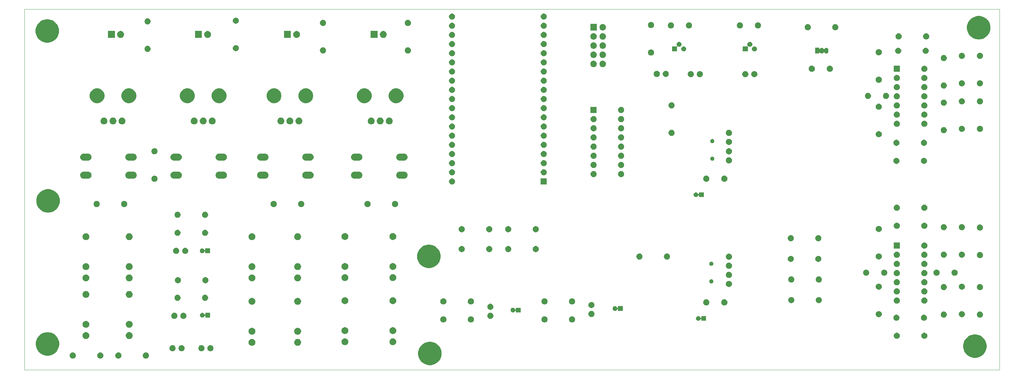
<source format=gbr>
G04 #@! TF.GenerationSoftware,KiCad,Pcbnew,(5.1.5)-3*
G04 #@! TF.CreationDate,2020-05-21T22:52:30+02:00*
G04 #@! TF.ProjectId,eurogen,6575726f-6765-46e2-9e6b-696361645f70,rev?*
G04 #@! TF.SameCoordinates,Original*
G04 #@! TF.FileFunction,Soldermask,Bot*
G04 #@! TF.FilePolarity,Negative*
%FSLAX46Y46*%
G04 Gerber Fmt 4.6, Leading zero omitted, Abs format (unit mm)*
G04 Created by KiCad (PCBNEW (5.1.5)-3) date 2020-05-21 22:52:30*
%MOMM*%
%LPD*%
G04 APERTURE LIST*
%ADD10C,0.050000*%
%ADD11C,0.100000*%
G04 APERTURE END LIST*
D10*
X0Y-100000000D02*
X-9000000Y-100000000D01*
X0Y0D02*
X-9000000Y0D01*
X260985000Y0D02*
X260985000Y-100000000D01*
X100000000Y-100000000D02*
X260985000Y-100000000D01*
X100000000Y0D02*
X260985000Y0D01*
X-9000000Y-100000000D02*
X-9000000Y0D01*
X100000000Y-100000000D02*
X0Y-100000000D01*
X0Y0D02*
X100000000Y0D01*
D11*
G36*
X103885239Y-92264667D02*
G01*
X104199282Y-92327134D01*
X104790926Y-92572201D01*
X105323392Y-92927984D01*
X105776216Y-93380808D01*
X106131999Y-93913274D01*
X106377066Y-94504918D01*
X106384538Y-94542481D01*
X106452469Y-94883992D01*
X106502000Y-95133004D01*
X106502000Y-95773396D01*
X106377066Y-96401482D01*
X106131999Y-96993126D01*
X105776216Y-97525592D01*
X105323392Y-97978416D01*
X104790926Y-98334199D01*
X104199282Y-98579266D01*
X103885239Y-98641733D01*
X103571197Y-98704200D01*
X102930803Y-98704200D01*
X102616761Y-98641733D01*
X102302718Y-98579266D01*
X101711074Y-98334199D01*
X101178608Y-97978416D01*
X100725784Y-97525592D01*
X100370001Y-96993126D01*
X100124934Y-96401482D01*
X100000000Y-95773396D01*
X100000000Y-95133004D01*
X100049532Y-94883992D01*
X100117462Y-94542481D01*
X100124934Y-94504918D01*
X100370001Y-93913274D01*
X100725784Y-93380808D01*
X101178608Y-92927984D01*
X101711074Y-92572201D01*
X102302718Y-92327134D01*
X102616761Y-92264667D01*
X102930803Y-92202200D01*
X103571197Y-92202200D01*
X103885239Y-92264667D01*
G37*
G36*
X24868228Y-95181703D02*
G01*
X25023100Y-95245853D01*
X25162481Y-95338985D01*
X25281015Y-95457519D01*
X25374147Y-95596900D01*
X25438297Y-95751772D01*
X25471000Y-95916184D01*
X25471000Y-96083816D01*
X25438297Y-96248228D01*
X25374147Y-96403100D01*
X25281015Y-96542481D01*
X25162481Y-96661015D01*
X25023100Y-96754147D01*
X24868228Y-96818297D01*
X24703816Y-96851000D01*
X24536184Y-96851000D01*
X24371772Y-96818297D01*
X24216900Y-96754147D01*
X24077519Y-96661015D01*
X23958985Y-96542481D01*
X23865853Y-96403100D01*
X23801703Y-96248228D01*
X23769000Y-96083816D01*
X23769000Y-95916184D01*
X23801703Y-95751772D01*
X23865853Y-95596900D01*
X23958985Y-95457519D01*
X24077519Y-95338985D01*
X24216900Y-95245853D01*
X24371772Y-95181703D01*
X24536184Y-95149000D01*
X24703816Y-95149000D01*
X24868228Y-95181703D01*
G37*
G36*
X12248228Y-95181703D02*
G01*
X12403100Y-95245853D01*
X12542481Y-95338985D01*
X12661015Y-95457519D01*
X12754147Y-95596900D01*
X12818297Y-95751772D01*
X12851000Y-95916184D01*
X12851000Y-96083816D01*
X12818297Y-96248228D01*
X12754147Y-96403100D01*
X12661015Y-96542481D01*
X12542481Y-96661015D01*
X12403100Y-96754147D01*
X12248228Y-96818297D01*
X12083816Y-96851000D01*
X11916184Y-96851000D01*
X11751772Y-96818297D01*
X11596900Y-96754147D01*
X11457519Y-96661015D01*
X11338985Y-96542481D01*
X11245853Y-96403100D01*
X11181703Y-96248228D01*
X11149000Y-96083816D01*
X11149000Y-95916184D01*
X11181703Y-95751772D01*
X11245853Y-95596900D01*
X11338985Y-95457519D01*
X11457519Y-95338985D01*
X11596900Y-95245853D01*
X11751772Y-95181703D01*
X11916184Y-95149000D01*
X12083816Y-95149000D01*
X12248228Y-95181703D01*
G37*
G36*
X17248228Y-95181703D02*
G01*
X17403100Y-95245853D01*
X17542481Y-95338985D01*
X17661015Y-95457519D01*
X17754147Y-95596900D01*
X17818297Y-95751772D01*
X17851000Y-95916184D01*
X17851000Y-96083816D01*
X17818297Y-96248228D01*
X17754147Y-96403100D01*
X17661015Y-96542481D01*
X17542481Y-96661015D01*
X17403100Y-96754147D01*
X17248228Y-96818297D01*
X17083816Y-96851000D01*
X16916184Y-96851000D01*
X16751772Y-96818297D01*
X16596900Y-96754147D01*
X16457519Y-96661015D01*
X16338985Y-96542481D01*
X16245853Y-96403100D01*
X16181703Y-96248228D01*
X16149000Y-96083816D01*
X16149000Y-95916184D01*
X16181703Y-95751772D01*
X16245853Y-95596900D01*
X16338985Y-95457519D01*
X16457519Y-95338985D01*
X16596900Y-95245853D01*
X16751772Y-95181703D01*
X16916184Y-95149000D01*
X17083816Y-95149000D01*
X17248228Y-95181703D01*
G37*
G36*
X4628228Y-95181703D02*
G01*
X4783100Y-95245853D01*
X4922481Y-95338985D01*
X5041015Y-95457519D01*
X5134147Y-95596900D01*
X5198297Y-95751772D01*
X5231000Y-95916184D01*
X5231000Y-96083816D01*
X5198297Y-96248228D01*
X5134147Y-96403100D01*
X5041015Y-96542481D01*
X4922481Y-96661015D01*
X4783100Y-96754147D01*
X4628228Y-96818297D01*
X4463816Y-96851000D01*
X4296184Y-96851000D01*
X4131772Y-96818297D01*
X3976900Y-96754147D01*
X3837519Y-96661015D01*
X3718985Y-96542481D01*
X3625853Y-96403100D01*
X3561703Y-96248228D01*
X3529000Y-96083816D01*
X3529000Y-95916184D01*
X3561703Y-95751772D01*
X3625853Y-95596900D01*
X3718985Y-95457519D01*
X3837519Y-95338985D01*
X3976900Y-95245853D01*
X4131772Y-95181703D01*
X4296184Y-95149000D01*
X4463816Y-95149000D01*
X4628228Y-95181703D01*
G37*
G36*
X254812039Y-90232667D02*
G01*
X255126082Y-90295134D01*
X255717726Y-90540201D01*
X256144277Y-90825214D01*
X256250191Y-90895983D01*
X256703017Y-91348809D01*
X256711987Y-91362234D01*
X257058799Y-91881274D01*
X257303866Y-92472918D01*
X257428800Y-93101004D01*
X257428800Y-93741396D01*
X257303866Y-94369482D01*
X257058799Y-94961126D01*
X256703016Y-95493592D01*
X256250192Y-95946416D01*
X255717726Y-96302199D01*
X255126082Y-96547266D01*
X254812039Y-96609733D01*
X254497997Y-96672200D01*
X253857603Y-96672200D01*
X253543561Y-96609733D01*
X253229518Y-96547266D01*
X252637874Y-96302199D01*
X252105408Y-95946416D01*
X251652584Y-95493592D01*
X251296801Y-94961126D01*
X251051734Y-94369482D01*
X250926800Y-93741396D01*
X250926800Y-93101004D01*
X251051734Y-92472918D01*
X251296801Y-91881274D01*
X251643613Y-91362234D01*
X251652583Y-91348809D01*
X252105409Y-90895983D01*
X252211323Y-90825214D01*
X252637874Y-90540201D01*
X253229518Y-90295134D01*
X253543561Y-90232667D01*
X253857603Y-90170200D01*
X254497997Y-90170200D01*
X254812039Y-90232667D01*
G37*
G36*
X-1981961Y-89623067D02*
G01*
X-1667918Y-89685534D01*
X-1076274Y-89930601D01*
X-543808Y-90286384D01*
X-90984Y-90739208D01*
X264799Y-91271674D01*
X509866Y-91863318D01*
X524032Y-91934534D01*
X634800Y-92491403D01*
X634800Y-93131797D01*
X585268Y-93380809D01*
X509866Y-93759882D01*
X264799Y-94351526D01*
X-4224Y-94754147D01*
X-47086Y-94818295D01*
X-90984Y-94883992D01*
X-543808Y-95336816D01*
X-1076274Y-95692599D01*
X-1667918Y-95937666D01*
X-1981961Y-96000133D01*
X-2296003Y-96062600D01*
X-2936397Y-96062600D01*
X-3250439Y-96000133D01*
X-3564482Y-95937666D01*
X-4156126Y-95692599D01*
X-4688592Y-95336816D01*
X-5141416Y-94883992D01*
X-5185313Y-94818295D01*
X-5228176Y-94754147D01*
X-5497199Y-94351526D01*
X-5742266Y-93759882D01*
X-5817668Y-93380809D01*
X-5867200Y-93131797D01*
X-5867200Y-92491403D01*
X-5756432Y-91934534D01*
X-5742266Y-91863318D01*
X-5497199Y-91271674D01*
X-5141416Y-90739208D01*
X-4688592Y-90286384D01*
X-4156126Y-89930601D01*
X-3564482Y-89685534D01*
X-3250439Y-89623067D01*
X-2936397Y-89560600D01*
X-2296003Y-89560600D01*
X-1981961Y-89623067D01*
G37*
G36*
X42748228Y-93181703D02*
G01*
X42903100Y-93245853D01*
X43042481Y-93338985D01*
X43161015Y-93457519D01*
X43254147Y-93596900D01*
X43318297Y-93751772D01*
X43351000Y-93916184D01*
X43351000Y-94083816D01*
X43318297Y-94248228D01*
X43254147Y-94403100D01*
X43161015Y-94542481D01*
X43042481Y-94661015D01*
X42903100Y-94754147D01*
X42748228Y-94818297D01*
X42583816Y-94851000D01*
X42416184Y-94851000D01*
X42251772Y-94818297D01*
X42096900Y-94754147D01*
X41957519Y-94661015D01*
X41838985Y-94542481D01*
X41745853Y-94403100D01*
X41681703Y-94248228D01*
X41649000Y-94083816D01*
X41649000Y-93916184D01*
X41681703Y-93751772D01*
X41745853Y-93596900D01*
X41838985Y-93457519D01*
X41957519Y-93338985D01*
X42096900Y-93245853D01*
X42251772Y-93181703D01*
X42416184Y-93149000D01*
X42583816Y-93149000D01*
X42748228Y-93181703D01*
G37*
G36*
X32248228Y-93181703D02*
G01*
X32403100Y-93245853D01*
X32542481Y-93338985D01*
X32661015Y-93457519D01*
X32754147Y-93596900D01*
X32818297Y-93751772D01*
X32851000Y-93916184D01*
X32851000Y-94083816D01*
X32818297Y-94248228D01*
X32754147Y-94403100D01*
X32661015Y-94542481D01*
X32542481Y-94661015D01*
X32403100Y-94754147D01*
X32248228Y-94818297D01*
X32083816Y-94851000D01*
X31916184Y-94851000D01*
X31751772Y-94818297D01*
X31596900Y-94754147D01*
X31457519Y-94661015D01*
X31338985Y-94542481D01*
X31245853Y-94403100D01*
X31181703Y-94248228D01*
X31149000Y-94083816D01*
X31149000Y-93916184D01*
X31181703Y-93751772D01*
X31245853Y-93596900D01*
X31338985Y-93457519D01*
X31457519Y-93338985D01*
X31596900Y-93245853D01*
X31751772Y-93181703D01*
X31916184Y-93149000D01*
X32083816Y-93149000D01*
X32248228Y-93181703D01*
G37*
G36*
X34748228Y-93181703D02*
G01*
X34903100Y-93245853D01*
X35042481Y-93338985D01*
X35161015Y-93457519D01*
X35254147Y-93596900D01*
X35318297Y-93751772D01*
X35351000Y-93916184D01*
X35351000Y-94083816D01*
X35318297Y-94248228D01*
X35254147Y-94403100D01*
X35161015Y-94542481D01*
X35042481Y-94661015D01*
X34903100Y-94754147D01*
X34748228Y-94818297D01*
X34583816Y-94851000D01*
X34416184Y-94851000D01*
X34251772Y-94818297D01*
X34096900Y-94754147D01*
X33957519Y-94661015D01*
X33838985Y-94542481D01*
X33745853Y-94403100D01*
X33681703Y-94248228D01*
X33649000Y-94083816D01*
X33649000Y-93916184D01*
X33681703Y-93751772D01*
X33745853Y-93596900D01*
X33838985Y-93457519D01*
X33957519Y-93338985D01*
X34096900Y-93245853D01*
X34251772Y-93181703D01*
X34416184Y-93149000D01*
X34583816Y-93149000D01*
X34748228Y-93181703D01*
G37*
G36*
X40248228Y-93181703D02*
G01*
X40403100Y-93245853D01*
X40542481Y-93338985D01*
X40661015Y-93457519D01*
X40754147Y-93596900D01*
X40818297Y-93751772D01*
X40851000Y-93916184D01*
X40851000Y-94083816D01*
X40818297Y-94248228D01*
X40754147Y-94403100D01*
X40661015Y-94542481D01*
X40542481Y-94661015D01*
X40403100Y-94754147D01*
X40248228Y-94818297D01*
X40083816Y-94851000D01*
X39916184Y-94851000D01*
X39751772Y-94818297D01*
X39596900Y-94754147D01*
X39457519Y-94661015D01*
X39338985Y-94542481D01*
X39245853Y-94403100D01*
X39181703Y-94248228D01*
X39149000Y-94083816D01*
X39149000Y-93916184D01*
X39181703Y-93751772D01*
X39245853Y-93596900D01*
X39338985Y-93457519D01*
X39457519Y-93338985D01*
X39596900Y-93245853D01*
X39751772Y-93181703D01*
X39916184Y-93149000D01*
X40083816Y-93149000D01*
X40248228Y-93181703D01*
G37*
G36*
X66912395Y-91470546D02*
G01*
X67085466Y-91542234D01*
X67085467Y-91542235D01*
X67241227Y-91646310D01*
X67373690Y-91778773D01*
X67373691Y-91778775D01*
X67477766Y-91934534D01*
X67549454Y-92107605D01*
X67586000Y-92291333D01*
X67586000Y-92478667D01*
X67549454Y-92662395D01*
X67477766Y-92835466D01*
X67477765Y-92835467D01*
X67373690Y-92991227D01*
X67241227Y-93123690D01*
X67192871Y-93156000D01*
X67085466Y-93227766D01*
X66912395Y-93299454D01*
X66728667Y-93336000D01*
X66541333Y-93336000D01*
X66357605Y-93299454D01*
X66184534Y-93227766D01*
X66077129Y-93156000D01*
X66028773Y-93123690D01*
X65896310Y-92991227D01*
X65792235Y-92835467D01*
X65792234Y-92835466D01*
X65720546Y-92662395D01*
X65684000Y-92478667D01*
X65684000Y-92291333D01*
X65720546Y-92107605D01*
X65792234Y-91934534D01*
X65896309Y-91778775D01*
X65896310Y-91778773D01*
X66028773Y-91646310D01*
X66184533Y-91542235D01*
X66184534Y-91542234D01*
X66357605Y-91470546D01*
X66541333Y-91434000D01*
X66728667Y-91434000D01*
X66912395Y-91470546D01*
G37*
G36*
X54277395Y-91470546D02*
G01*
X54450466Y-91542234D01*
X54450467Y-91542235D01*
X54606227Y-91646310D01*
X54738690Y-91778773D01*
X54738691Y-91778775D01*
X54842766Y-91934534D01*
X54914454Y-92107605D01*
X54951000Y-92291333D01*
X54951000Y-92478667D01*
X54914454Y-92662395D01*
X54842766Y-92835466D01*
X54842765Y-92835467D01*
X54738690Y-92991227D01*
X54606227Y-93123690D01*
X54557871Y-93156000D01*
X54450466Y-93227766D01*
X54277395Y-93299454D01*
X54093667Y-93336000D01*
X53906333Y-93336000D01*
X53722605Y-93299454D01*
X53549534Y-93227766D01*
X53442129Y-93156000D01*
X53393773Y-93123690D01*
X53261310Y-92991227D01*
X53157235Y-92835467D01*
X53157234Y-92835466D01*
X53085546Y-92662395D01*
X53049000Y-92478667D01*
X53049000Y-92291333D01*
X53085546Y-92107605D01*
X53157234Y-91934534D01*
X53261309Y-91778775D01*
X53261310Y-91778773D01*
X53393773Y-91646310D01*
X53549533Y-91542235D01*
X53549534Y-91542234D01*
X53722605Y-91470546D01*
X53906333Y-91434000D01*
X54093667Y-91434000D01*
X54277395Y-91470546D01*
G37*
G36*
X93277395Y-91290546D02*
G01*
X93450466Y-91362234D01*
X93527818Y-91413919D01*
X93606227Y-91466310D01*
X93738690Y-91598773D01*
X93738691Y-91598775D01*
X93842766Y-91754534D01*
X93914454Y-91927605D01*
X93951000Y-92111333D01*
X93951000Y-92298667D01*
X93914454Y-92482395D01*
X93842766Y-92655466D01*
X93791081Y-92732818D01*
X93738690Y-92811227D01*
X93606227Y-92943690D01*
X93527818Y-92996081D01*
X93450466Y-93047766D01*
X93277395Y-93119454D01*
X93093667Y-93156000D01*
X92906333Y-93156000D01*
X92722605Y-93119454D01*
X92549534Y-93047766D01*
X92472182Y-92996081D01*
X92393773Y-92943690D01*
X92261310Y-92811227D01*
X92208919Y-92732818D01*
X92157234Y-92655466D01*
X92085546Y-92482395D01*
X92049000Y-92298667D01*
X92049000Y-92111333D01*
X92085546Y-91927605D01*
X92157234Y-91754534D01*
X92261309Y-91598775D01*
X92261310Y-91598773D01*
X92393773Y-91466310D01*
X92472182Y-91413919D01*
X92549534Y-91362234D01*
X92722605Y-91290546D01*
X92906333Y-91254000D01*
X93093667Y-91254000D01*
X93277395Y-91290546D01*
G37*
G36*
X80007395Y-91290546D02*
G01*
X80180466Y-91362234D01*
X80257818Y-91413919D01*
X80336227Y-91466310D01*
X80468690Y-91598773D01*
X80468691Y-91598775D01*
X80572766Y-91754534D01*
X80644454Y-91927605D01*
X80681000Y-92111333D01*
X80681000Y-92298667D01*
X80644454Y-92482395D01*
X80572766Y-92655466D01*
X80521081Y-92732818D01*
X80468690Y-92811227D01*
X80336227Y-92943690D01*
X80257818Y-92996081D01*
X80180466Y-93047766D01*
X80007395Y-93119454D01*
X79823667Y-93156000D01*
X79636333Y-93156000D01*
X79452605Y-93119454D01*
X79279534Y-93047766D01*
X79202182Y-92996081D01*
X79123773Y-92943690D01*
X78991310Y-92811227D01*
X78938919Y-92732818D01*
X78887234Y-92655466D01*
X78815546Y-92482395D01*
X78779000Y-92298667D01*
X78779000Y-92111333D01*
X78815546Y-91927605D01*
X78887234Y-91754534D01*
X78991309Y-91598775D01*
X78991310Y-91598773D01*
X79123773Y-91466310D01*
X79202182Y-91413919D01*
X79279534Y-91362234D01*
X79452605Y-91290546D01*
X79636333Y-91254000D01*
X79823667Y-91254000D01*
X80007395Y-91290546D01*
G37*
G36*
X8277395Y-89565546D02*
G01*
X8450466Y-89637234D01*
X8450467Y-89637235D01*
X8606227Y-89741310D01*
X8738690Y-89873773D01*
X8750351Y-89891225D01*
X8842766Y-90029534D01*
X8914454Y-90202605D01*
X8951000Y-90386333D01*
X8951000Y-90573667D01*
X8914454Y-90757395D01*
X8842766Y-90930466D01*
X8842765Y-90930467D01*
X8738690Y-91086227D01*
X8606227Y-91218690D01*
X8527818Y-91271081D01*
X8450466Y-91322766D01*
X8277395Y-91394454D01*
X8093667Y-91431000D01*
X7906333Y-91431000D01*
X7722605Y-91394454D01*
X7549534Y-91322766D01*
X7472182Y-91271081D01*
X7393773Y-91218690D01*
X7261310Y-91086227D01*
X7157235Y-90930467D01*
X7157234Y-90930466D01*
X7085546Y-90757395D01*
X7049000Y-90573667D01*
X7049000Y-90386333D01*
X7085546Y-90202605D01*
X7157234Y-90029534D01*
X7249649Y-89891225D01*
X7261310Y-89873773D01*
X7393773Y-89741310D01*
X7549533Y-89637235D01*
X7549534Y-89637234D01*
X7722605Y-89565546D01*
X7906333Y-89529000D01*
X8093667Y-89529000D01*
X8277395Y-89565546D01*
G37*
G36*
X20277395Y-89565546D02*
G01*
X20450466Y-89637234D01*
X20450467Y-89637235D01*
X20606227Y-89741310D01*
X20738690Y-89873773D01*
X20750351Y-89891225D01*
X20842766Y-90029534D01*
X20914454Y-90202605D01*
X20951000Y-90386333D01*
X20951000Y-90573667D01*
X20914454Y-90757395D01*
X20842766Y-90930466D01*
X20842765Y-90930467D01*
X20738690Y-91086227D01*
X20606227Y-91218690D01*
X20527818Y-91271081D01*
X20450466Y-91322766D01*
X20277395Y-91394454D01*
X20093667Y-91431000D01*
X19906333Y-91431000D01*
X19722605Y-91394454D01*
X19549534Y-91322766D01*
X19472182Y-91271081D01*
X19393773Y-91218690D01*
X19261310Y-91086227D01*
X19157235Y-90930467D01*
X19157234Y-90930466D01*
X19085546Y-90757395D01*
X19049000Y-90573667D01*
X19049000Y-90386333D01*
X19085546Y-90202605D01*
X19157234Y-90029534D01*
X19249649Y-89891225D01*
X19261310Y-89873773D01*
X19393773Y-89741310D01*
X19549533Y-89637235D01*
X19549534Y-89637234D01*
X19722605Y-89565546D01*
X19906333Y-89529000D01*
X20093667Y-89529000D01*
X20277395Y-89565546D01*
G37*
G36*
X232803228Y-89721703D02*
G01*
X232958100Y-89785853D01*
X233097481Y-89878985D01*
X233216015Y-89997519D01*
X233309147Y-90136900D01*
X233373297Y-90291772D01*
X233406000Y-90456184D01*
X233406000Y-90623816D01*
X233373297Y-90788228D01*
X233309147Y-90943100D01*
X233216015Y-91082481D01*
X233097481Y-91201015D01*
X232958100Y-91294147D01*
X232803228Y-91358297D01*
X232638816Y-91391000D01*
X232471184Y-91391000D01*
X232306772Y-91358297D01*
X232151900Y-91294147D01*
X232012519Y-91201015D01*
X231893985Y-91082481D01*
X231800853Y-90943100D01*
X231736703Y-90788228D01*
X231704000Y-90623816D01*
X231704000Y-90456184D01*
X231736703Y-90291772D01*
X231800853Y-90136900D01*
X231893985Y-89997519D01*
X232012519Y-89878985D01*
X232151900Y-89785853D01*
X232306772Y-89721703D01*
X232471184Y-89689000D01*
X232638816Y-89689000D01*
X232803228Y-89721703D01*
G37*
G36*
X240423228Y-89721703D02*
G01*
X240578100Y-89785853D01*
X240717481Y-89878985D01*
X240836015Y-89997519D01*
X240929147Y-90136900D01*
X240993297Y-90291772D01*
X241026000Y-90456184D01*
X241026000Y-90623816D01*
X240993297Y-90788228D01*
X240929147Y-90943100D01*
X240836015Y-91082481D01*
X240717481Y-91201015D01*
X240578100Y-91294147D01*
X240423228Y-91358297D01*
X240258816Y-91391000D01*
X240091184Y-91391000D01*
X239926772Y-91358297D01*
X239771900Y-91294147D01*
X239632519Y-91201015D01*
X239513985Y-91082481D01*
X239420853Y-90943100D01*
X239356703Y-90788228D01*
X239324000Y-90623816D01*
X239324000Y-90456184D01*
X239356703Y-90291772D01*
X239420853Y-90136900D01*
X239513985Y-89997519D01*
X239632519Y-89878985D01*
X239771900Y-89785853D01*
X239926772Y-89721703D01*
X240091184Y-89689000D01*
X240258816Y-89689000D01*
X240423228Y-89721703D01*
G37*
G36*
X54277395Y-88370546D02*
G01*
X54450466Y-88442234D01*
X54450467Y-88442235D01*
X54606227Y-88546310D01*
X54738690Y-88678773D01*
X54738691Y-88678775D01*
X54842766Y-88834534D01*
X54914454Y-89007605D01*
X54951000Y-89191333D01*
X54951000Y-89378667D01*
X54914454Y-89562395D01*
X54842766Y-89735466D01*
X54842765Y-89735467D01*
X54738690Y-89891227D01*
X54606227Y-90023690D01*
X54557871Y-90056000D01*
X54450466Y-90127766D01*
X54277395Y-90199454D01*
X54093667Y-90236000D01*
X53906333Y-90236000D01*
X53722605Y-90199454D01*
X53549534Y-90127766D01*
X53442129Y-90056000D01*
X53393773Y-90023690D01*
X53261310Y-89891227D01*
X53157235Y-89735467D01*
X53157234Y-89735466D01*
X53085546Y-89562395D01*
X53049000Y-89378667D01*
X53049000Y-89191333D01*
X53085546Y-89007605D01*
X53157234Y-88834534D01*
X53261309Y-88678775D01*
X53261310Y-88678773D01*
X53393773Y-88546310D01*
X53549533Y-88442235D01*
X53549534Y-88442234D01*
X53722605Y-88370546D01*
X53906333Y-88334000D01*
X54093667Y-88334000D01*
X54277395Y-88370546D01*
G37*
G36*
X66912395Y-88370546D02*
G01*
X67085466Y-88442234D01*
X67085467Y-88442235D01*
X67241227Y-88546310D01*
X67373690Y-88678773D01*
X67373691Y-88678775D01*
X67477766Y-88834534D01*
X67549454Y-89007605D01*
X67586000Y-89191333D01*
X67586000Y-89378667D01*
X67549454Y-89562395D01*
X67477766Y-89735466D01*
X67477765Y-89735467D01*
X67373690Y-89891227D01*
X67241227Y-90023690D01*
X67192871Y-90056000D01*
X67085466Y-90127766D01*
X66912395Y-90199454D01*
X66728667Y-90236000D01*
X66541333Y-90236000D01*
X66357605Y-90199454D01*
X66184534Y-90127766D01*
X66077129Y-90056000D01*
X66028773Y-90023690D01*
X65896310Y-89891227D01*
X65792235Y-89735467D01*
X65792234Y-89735466D01*
X65720546Y-89562395D01*
X65684000Y-89378667D01*
X65684000Y-89191333D01*
X65720546Y-89007605D01*
X65792234Y-88834534D01*
X65896309Y-88678775D01*
X65896310Y-88678773D01*
X66028773Y-88546310D01*
X66184533Y-88442235D01*
X66184534Y-88442234D01*
X66357605Y-88370546D01*
X66541333Y-88334000D01*
X66728667Y-88334000D01*
X66912395Y-88370546D01*
G37*
G36*
X93277395Y-88190546D02*
G01*
X93450466Y-88262234D01*
X93527818Y-88313919D01*
X93606227Y-88366310D01*
X93738690Y-88498773D01*
X93738691Y-88498775D01*
X93842766Y-88654534D01*
X93914454Y-88827605D01*
X93951000Y-89011333D01*
X93951000Y-89198667D01*
X93914454Y-89382395D01*
X93842766Y-89555466D01*
X93836030Y-89565547D01*
X93738690Y-89711227D01*
X93606227Y-89843690D01*
X93527818Y-89896081D01*
X93450466Y-89947766D01*
X93277395Y-90019454D01*
X93093667Y-90056000D01*
X92906333Y-90056000D01*
X92722605Y-90019454D01*
X92549534Y-89947766D01*
X92472182Y-89896081D01*
X92393773Y-89843690D01*
X92261310Y-89711227D01*
X92163970Y-89565547D01*
X92157234Y-89555466D01*
X92085546Y-89382395D01*
X92049000Y-89198667D01*
X92049000Y-89011333D01*
X92085546Y-88827605D01*
X92157234Y-88654534D01*
X92261309Y-88498775D01*
X92261310Y-88498773D01*
X92393773Y-88366310D01*
X92472182Y-88313919D01*
X92549534Y-88262234D01*
X92722605Y-88190546D01*
X92906333Y-88154000D01*
X93093667Y-88154000D01*
X93277395Y-88190546D01*
G37*
G36*
X80007395Y-88190546D02*
G01*
X80180466Y-88262234D01*
X80257818Y-88313919D01*
X80336227Y-88366310D01*
X80468690Y-88498773D01*
X80468691Y-88498775D01*
X80572766Y-88654534D01*
X80644454Y-88827605D01*
X80681000Y-89011333D01*
X80681000Y-89198667D01*
X80644454Y-89382395D01*
X80572766Y-89555466D01*
X80566030Y-89565547D01*
X80468690Y-89711227D01*
X80336227Y-89843690D01*
X80257818Y-89896081D01*
X80180466Y-89947766D01*
X80007395Y-90019454D01*
X79823667Y-90056000D01*
X79636333Y-90056000D01*
X79452605Y-90019454D01*
X79279534Y-89947766D01*
X79202182Y-89896081D01*
X79123773Y-89843690D01*
X78991310Y-89711227D01*
X78893970Y-89565547D01*
X78887234Y-89555466D01*
X78815546Y-89382395D01*
X78779000Y-89198667D01*
X78779000Y-89011333D01*
X78815546Y-88827605D01*
X78887234Y-88654534D01*
X78991309Y-88498775D01*
X78991310Y-88498773D01*
X79123773Y-88366310D01*
X79202182Y-88313919D01*
X79279534Y-88262234D01*
X79452605Y-88190546D01*
X79636333Y-88154000D01*
X79823667Y-88154000D01*
X80007395Y-88190546D01*
G37*
G36*
X8277395Y-86465546D02*
G01*
X8450466Y-86537234D01*
X8527818Y-86588919D01*
X8606227Y-86641310D01*
X8738690Y-86773773D01*
X8768440Y-86818297D01*
X8842766Y-86929534D01*
X8914454Y-87102605D01*
X8951000Y-87286333D01*
X8951000Y-87473667D01*
X8914454Y-87657395D01*
X8842766Y-87830466D01*
X8842765Y-87830467D01*
X8738690Y-87986227D01*
X8606227Y-88118690D01*
X8527818Y-88171081D01*
X8450466Y-88222766D01*
X8277395Y-88294454D01*
X8093667Y-88331000D01*
X7906333Y-88331000D01*
X7722605Y-88294454D01*
X7549534Y-88222766D01*
X7472182Y-88171081D01*
X7393773Y-88118690D01*
X7261310Y-87986227D01*
X7157235Y-87830467D01*
X7157234Y-87830466D01*
X7085546Y-87657395D01*
X7049000Y-87473667D01*
X7049000Y-87286333D01*
X7085546Y-87102605D01*
X7157234Y-86929534D01*
X7231560Y-86818297D01*
X7261310Y-86773773D01*
X7393773Y-86641310D01*
X7472182Y-86588919D01*
X7549534Y-86537234D01*
X7722605Y-86465546D01*
X7906333Y-86429000D01*
X8093667Y-86429000D01*
X8277395Y-86465546D01*
G37*
G36*
X20277395Y-86465546D02*
G01*
X20450466Y-86537234D01*
X20527818Y-86588919D01*
X20606227Y-86641310D01*
X20738690Y-86773773D01*
X20768440Y-86818297D01*
X20842766Y-86929534D01*
X20914454Y-87102605D01*
X20951000Y-87286333D01*
X20951000Y-87473667D01*
X20914454Y-87657395D01*
X20842766Y-87830466D01*
X20842765Y-87830467D01*
X20738690Y-87986227D01*
X20606227Y-88118690D01*
X20527818Y-88171081D01*
X20450466Y-88222766D01*
X20277395Y-88294454D01*
X20093667Y-88331000D01*
X19906333Y-88331000D01*
X19722605Y-88294454D01*
X19549534Y-88222766D01*
X19472182Y-88171081D01*
X19393773Y-88118690D01*
X19261310Y-87986227D01*
X19157235Y-87830467D01*
X19157234Y-87830466D01*
X19085546Y-87657395D01*
X19049000Y-87473667D01*
X19049000Y-87286333D01*
X19085546Y-87102605D01*
X19157234Y-86929534D01*
X19231560Y-86818297D01*
X19261310Y-86773773D01*
X19393773Y-86641310D01*
X19472182Y-86588919D01*
X19549534Y-86537234D01*
X19722605Y-86465546D01*
X19906333Y-86429000D01*
X20093667Y-86429000D01*
X20277395Y-86465546D01*
G37*
G36*
X107248228Y-85181703D02*
G01*
X107403100Y-85245853D01*
X107542481Y-85338985D01*
X107661015Y-85457519D01*
X107754147Y-85596900D01*
X107818297Y-85751772D01*
X107851000Y-85916184D01*
X107851000Y-86083816D01*
X107818297Y-86248228D01*
X107754147Y-86403100D01*
X107661015Y-86542481D01*
X107542481Y-86661015D01*
X107403100Y-86754147D01*
X107248228Y-86818297D01*
X107083816Y-86851000D01*
X106916184Y-86851000D01*
X106751772Y-86818297D01*
X106596900Y-86754147D01*
X106457519Y-86661015D01*
X106338985Y-86542481D01*
X106245853Y-86403100D01*
X106181703Y-86248228D01*
X106149000Y-86083816D01*
X106149000Y-85916184D01*
X106181703Y-85751772D01*
X106245853Y-85596900D01*
X106338985Y-85457519D01*
X106457519Y-85338985D01*
X106596900Y-85245853D01*
X106751772Y-85181703D01*
X106916184Y-85149000D01*
X107083816Y-85149000D01*
X107248228Y-85181703D01*
G37*
G36*
X114868228Y-85181703D02*
G01*
X115023100Y-85245853D01*
X115162481Y-85338985D01*
X115281015Y-85457519D01*
X115374147Y-85596900D01*
X115438297Y-85751772D01*
X115471000Y-85916184D01*
X115471000Y-86083816D01*
X115438297Y-86248228D01*
X115374147Y-86403100D01*
X115281015Y-86542481D01*
X115162481Y-86661015D01*
X115023100Y-86754147D01*
X114868228Y-86818297D01*
X114703816Y-86851000D01*
X114536184Y-86851000D01*
X114371772Y-86818297D01*
X114216900Y-86754147D01*
X114077519Y-86661015D01*
X113958985Y-86542481D01*
X113865853Y-86403100D01*
X113801703Y-86248228D01*
X113769000Y-86083816D01*
X113769000Y-85916184D01*
X113801703Y-85751772D01*
X113865853Y-85596900D01*
X113958985Y-85457519D01*
X114077519Y-85338985D01*
X114216900Y-85245853D01*
X114371772Y-85181703D01*
X114536184Y-85149000D01*
X114703816Y-85149000D01*
X114868228Y-85181703D01*
G37*
G36*
X135248228Y-85181703D02*
G01*
X135403100Y-85245853D01*
X135542481Y-85338985D01*
X135661015Y-85457519D01*
X135754147Y-85596900D01*
X135818297Y-85751772D01*
X135851000Y-85916184D01*
X135851000Y-86083816D01*
X135818297Y-86248228D01*
X135754147Y-86403100D01*
X135661015Y-86542481D01*
X135542481Y-86661015D01*
X135403100Y-86754147D01*
X135248228Y-86818297D01*
X135083816Y-86851000D01*
X134916184Y-86851000D01*
X134751772Y-86818297D01*
X134596900Y-86754147D01*
X134457519Y-86661015D01*
X134338985Y-86542481D01*
X134245853Y-86403100D01*
X134181703Y-86248228D01*
X134149000Y-86083816D01*
X134149000Y-85916184D01*
X134181703Y-85751772D01*
X134245853Y-85596900D01*
X134338985Y-85457519D01*
X134457519Y-85338985D01*
X134596900Y-85245853D01*
X134751772Y-85181703D01*
X134916184Y-85149000D01*
X135083816Y-85149000D01*
X135248228Y-85181703D01*
G37*
G36*
X142868228Y-85181703D02*
G01*
X143023100Y-85245853D01*
X143162481Y-85338985D01*
X143281015Y-85457519D01*
X143374147Y-85596900D01*
X143438297Y-85751772D01*
X143471000Y-85916184D01*
X143471000Y-86083816D01*
X143438297Y-86248228D01*
X143374147Y-86403100D01*
X143281015Y-86542481D01*
X143162481Y-86661015D01*
X143023100Y-86754147D01*
X142868228Y-86818297D01*
X142703816Y-86851000D01*
X142536184Y-86851000D01*
X142371772Y-86818297D01*
X142216900Y-86754147D01*
X142077519Y-86661015D01*
X141958985Y-86542481D01*
X141865853Y-86403100D01*
X141801703Y-86248228D01*
X141769000Y-86083816D01*
X141769000Y-85916184D01*
X141801703Y-85751772D01*
X141865853Y-85596900D01*
X141958985Y-85457519D01*
X142077519Y-85338985D01*
X142216900Y-85245853D01*
X142371772Y-85181703D01*
X142536184Y-85149000D01*
X142703816Y-85149000D01*
X142868228Y-85181703D01*
G37*
G36*
X232683228Y-84721703D02*
G01*
X232838100Y-84785853D01*
X232977481Y-84878985D01*
X233096015Y-84997519D01*
X233189147Y-85136900D01*
X233253297Y-85291772D01*
X233286000Y-85456184D01*
X233286000Y-85623816D01*
X233253297Y-85788228D01*
X233189147Y-85943100D01*
X233096015Y-86082481D01*
X232977481Y-86201015D01*
X232838100Y-86294147D01*
X232683228Y-86358297D01*
X232518816Y-86391000D01*
X232351184Y-86391000D01*
X232186772Y-86358297D01*
X232031900Y-86294147D01*
X231892519Y-86201015D01*
X231773985Y-86082481D01*
X231680853Y-85943100D01*
X231616703Y-85788228D01*
X231584000Y-85623816D01*
X231584000Y-85456184D01*
X231616703Y-85291772D01*
X231680853Y-85136900D01*
X231773985Y-84997519D01*
X231892519Y-84878985D01*
X232031900Y-84785853D01*
X232186772Y-84721703D01*
X232351184Y-84689000D01*
X232518816Y-84689000D01*
X232683228Y-84721703D01*
G37*
G36*
X240303228Y-84721703D02*
G01*
X240458100Y-84785853D01*
X240597481Y-84878985D01*
X240716015Y-84997519D01*
X240809147Y-85136900D01*
X240873297Y-85291772D01*
X240906000Y-85456184D01*
X240906000Y-85623816D01*
X240873297Y-85788228D01*
X240809147Y-85943100D01*
X240716015Y-86082481D01*
X240597481Y-86201015D01*
X240458100Y-86294147D01*
X240303228Y-86358297D01*
X240138816Y-86391000D01*
X239971184Y-86391000D01*
X239806772Y-86358297D01*
X239651900Y-86294147D01*
X239512519Y-86201015D01*
X239393985Y-86082481D01*
X239300853Y-85943100D01*
X239236703Y-85788228D01*
X239204000Y-85623816D01*
X239204000Y-85456184D01*
X239236703Y-85291772D01*
X239300853Y-85136900D01*
X239393985Y-84997519D01*
X239512519Y-84878985D01*
X239651900Y-84785853D01*
X239806772Y-84721703D01*
X239971184Y-84689000D01*
X240138816Y-84689000D01*
X240303228Y-84721703D01*
G37*
G36*
X177759890Y-85099017D02*
G01*
X177869367Y-85144364D01*
X177878364Y-85148091D01*
X177984988Y-85219335D01*
X178075665Y-85310012D01*
X178145247Y-85414148D01*
X178146910Y-85416638D01*
X178178517Y-85492944D01*
X178190068Y-85514555D01*
X178205613Y-85533497D01*
X178224555Y-85549042D01*
X178246166Y-85560593D01*
X178269615Y-85567706D01*
X178294001Y-85570108D01*
X178318387Y-85567706D01*
X178341836Y-85560593D01*
X178363447Y-85549042D01*
X178382389Y-85533497D01*
X178397934Y-85514555D01*
X178409485Y-85492944D01*
X178416598Y-85469495D01*
X178419000Y-85445109D01*
X178419000Y-85074000D01*
X179721000Y-85074000D01*
X179721000Y-86376000D01*
X178419000Y-86376000D01*
X178419000Y-86004891D01*
X178416598Y-85980505D01*
X178409485Y-85957056D01*
X178397934Y-85935445D01*
X178382389Y-85916503D01*
X178363447Y-85900958D01*
X178341836Y-85889407D01*
X178318387Y-85882294D01*
X178294001Y-85879892D01*
X178269615Y-85882294D01*
X178246166Y-85889407D01*
X178224555Y-85900958D01*
X178205613Y-85916503D01*
X178190068Y-85935445D01*
X178178517Y-85957055D01*
X178146909Y-86033364D01*
X178075665Y-86139988D01*
X177984988Y-86230665D01*
X177878364Y-86301909D01*
X177878363Y-86301910D01*
X177878362Y-86301910D01*
X177759890Y-86350983D01*
X177634119Y-86376000D01*
X177505881Y-86376000D01*
X177380110Y-86350983D01*
X177261638Y-86301910D01*
X177261637Y-86301910D01*
X177261636Y-86301909D01*
X177155012Y-86230665D01*
X177064335Y-86139988D01*
X176993091Y-86033364D01*
X176944017Y-85914890D01*
X176924804Y-85818297D01*
X176919000Y-85789119D01*
X176919000Y-85660881D01*
X176944017Y-85535110D01*
X176993090Y-85416638D01*
X176994754Y-85414148D01*
X177064335Y-85310012D01*
X177155012Y-85219335D01*
X177261636Y-85148091D01*
X177270634Y-85144364D01*
X177380110Y-85099017D01*
X177505881Y-85074000D01*
X177634119Y-85074000D01*
X177759890Y-85099017D01*
G37*
G36*
X120248228Y-84181703D02*
G01*
X120403100Y-84245853D01*
X120542481Y-84338985D01*
X120661015Y-84457519D01*
X120754147Y-84596900D01*
X120818297Y-84751772D01*
X120851000Y-84916184D01*
X120851000Y-85083816D01*
X120818297Y-85248228D01*
X120754147Y-85403100D01*
X120661015Y-85542481D01*
X120542481Y-85661015D01*
X120403100Y-85754147D01*
X120248228Y-85818297D01*
X120083816Y-85851000D01*
X119916184Y-85851000D01*
X119751772Y-85818297D01*
X119596900Y-85754147D01*
X119457519Y-85661015D01*
X119338985Y-85542481D01*
X119245853Y-85403100D01*
X119181703Y-85248228D01*
X119149000Y-85083816D01*
X119149000Y-84916184D01*
X119181703Y-84751772D01*
X119245853Y-84596900D01*
X119338985Y-84457519D01*
X119457519Y-84338985D01*
X119596900Y-84245853D01*
X119751772Y-84181703D01*
X119916184Y-84149000D01*
X120083816Y-84149000D01*
X120248228Y-84181703D01*
G37*
G36*
X32748228Y-84181703D02*
G01*
X32903100Y-84245853D01*
X33042481Y-84338985D01*
X33161015Y-84457519D01*
X33254147Y-84596900D01*
X33318297Y-84751772D01*
X33351000Y-84916184D01*
X33351000Y-85083816D01*
X33318297Y-85248228D01*
X33254147Y-85403100D01*
X33161015Y-85542481D01*
X33042481Y-85661015D01*
X32903100Y-85754147D01*
X32748228Y-85818297D01*
X32583816Y-85851000D01*
X32416184Y-85851000D01*
X32251772Y-85818297D01*
X32096900Y-85754147D01*
X31957519Y-85661015D01*
X31838985Y-85542481D01*
X31745853Y-85403100D01*
X31681703Y-85248228D01*
X31649000Y-85083816D01*
X31649000Y-84916184D01*
X31681703Y-84751772D01*
X31745853Y-84596900D01*
X31838985Y-84457519D01*
X31957519Y-84338985D01*
X32096900Y-84245853D01*
X32251772Y-84181703D01*
X32416184Y-84149000D01*
X32583816Y-84149000D01*
X32748228Y-84181703D01*
G37*
G36*
X35248228Y-84181703D02*
G01*
X35403100Y-84245853D01*
X35542481Y-84338985D01*
X35661015Y-84457519D01*
X35754147Y-84596900D01*
X35818297Y-84751772D01*
X35851000Y-84916184D01*
X35851000Y-85083816D01*
X35818297Y-85248228D01*
X35754147Y-85403100D01*
X35661015Y-85542481D01*
X35542481Y-85661015D01*
X35403100Y-85754147D01*
X35248228Y-85818297D01*
X35083816Y-85851000D01*
X34916184Y-85851000D01*
X34751772Y-85818297D01*
X34596900Y-85754147D01*
X34457519Y-85661015D01*
X34338985Y-85542481D01*
X34245853Y-85403100D01*
X34181703Y-85248228D01*
X34149000Y-85083816D01*
X34149000Y-84916184D01*
X34181703Y-84751772D01*
X34245853Y-84596900D01*
X34338985Y-84457519D01*
X34457519Y-84338985D01*
X34596900Y-84245853D01*
X34751772Y-84181703D01*
X34916184Y-84149000D01*
X35083816Y-84149000D01*
X35248228Y-84181703D01*
G37*
G36*
X245803228Y-83841703D02*
G01*
X245958100Y-83905853D01*
X246097481Y-83998985D01*
X246216015Y-84117519D01*
X246309147Y-84256900D01*
X246373297Y-84411772D01*
X246406000Y-84576184D01*
X246406000Y-84743816D01*
X246373297Y-84908228D01*
X246309147Y-85063100D01*
X246216015Y-85202481D01*
X246097481Y-85321015D01*
X245958100Y-85414147D01*
X245803228Y-85478297D01*
X245638816Y-85511000D01*
X245471184Y-85511000D01*
X245306772Y-85478297D01*
X245151900Y-85414147D01*
X245012519Y-85321015D01*
X244893985Y-85202481D01*
X244800853Y-85063100D01*
X244736703Y-84908228D01*
X244704000Y-84743816D01*
X244704000Y-84576184D01*
X244736703Y-84411772D01*
X244800853Y-84256900D01*
X244893985Y-84117519D01*
X245012519Y-83998985D01*
X245151900Y-83905853D01*
X245306772Y-83841703D01*
X245471184Y-83809000D01*
X245638816Y-83809000D01*
X245803228Y-83841703D01*
G37*
G36*
X255803228Y-83841703D02*
G01*
X255958100Y-83905853D01*
X256097481Y-83998985D01*
X256216015Y-84117519D01*
X256309147Y-84256900D01*
X256373297Y-84411772D01*
X256406000Y-84576184D01*
X256406000Y-84743816D01*
X256373297Y-84908228D01*
X256309147Y-85063100D01*
X256216015Y-85202481D01*
X256097481Y-85321015D01*
X255958100Y-85414147D01*
X255803228Y-85478297D01*
X255638816Y-85511000D01*
X255471184Y-85511000D01*
X255306772Y-85478297D01*
X255151900Y-85414147D01*
X255012519Y-85321015D01*
X254893985Y-85202481D01*
X254800853Y-85063100D01*
X254736703Y-84908228D01*
X254704000Y-84743816D01*
X254704000Y-84576184D01*
X254736703Y-84411772D01*
X254800853Y-84256900D01*
X254893985Y-84117519D01*
X255012519Y-83998985D01*
X255151900Y-83905853D01*
X255306772Y-83841703D01*
X255471184Y-83809000D01*
X255638816Y-83809000D01*
X255803228Y-83841703D01*
G37*
G36*
X40422090Y-84210017D02*
G01*
X40540564Y-84259091D01*
X40589473Y-84291771D01*
X40647188Y-84330335D01*
X40737865Y-84421012D01*
X40809110Y-84527638D01*
X40840717Y-84603944D01*
X40852268Y-84625555D01*
X40867813Y-84644497D01*
X40886755Y-84660042D01*
X40908366Y-84671593D01*
X40931815Y-84678706D01*
X40956201Y-84681108D01*
X40980587Y-84678706D01*
X41004036Y-84671593D01*
X41025647Y-84660042D01*
X41044589Y-84644497D01*
X41060134Y-84625555D01*
X41071685Y-84603944D01*
X41078798Y-84580495D01*
X41081200Y-84556109D01*
X41081200Y-84185000D01*
X42383200Y-84185000D01*
X42383200Y-85487000D01*
X41081200Y-85487000D01*
X41081200Y-85115891D01*
X41078798Y-85091505D01*
X41071685Y-85068056D01*
X41060134Y-85046445D01*
X41044589Y-85027503D01*
X41025647Y-85011958D01*
X41004036Y-85000407D01*
X40980587Y-84993294D01*
X40956201Y-84990892D01*
X40931815Y-84993294D01*
X40908366Y-85000407D01*
X40886755Y-85011958D01*
X40867813Y-85027503D01*
X40852268Y-85046445D01*
X40840717Y-85068056D01*
X40812200Y-85136903D01*
X40809109Y-85144364D01*
X40737865Y-85250988D01*
X40647188Y-85341665D01*
X40540564Y-85412909D01*
X40540563Y-85412910D01*
X40540562Y-85412910D01*
X40422090Y-85461983D01*
X40296319Y-85487000D01*
X40168081Y-85487000D01*
X40042310Y-85461983D01*
X39923838Y-85412910D01*
X39923837Y-85412910D01*
X39923836Y-85412909D01*
X39817212Y-85341665D01*
X39726535Y-85250988D01*
X39655291Y-85144364D01*
X39652201Y-85136903D01*
X39606217Y-85025890D01*
X39581200Y-84900119D01*
X39581200Y-84771881D01*
X39606217Y-84646110D01*
X39655290Y-84527638D01*
X39726535Y-84421012D01*
X39817212Y-84330335D01*
X39874927Y-84291771D01*
X39923836Y-84259091D01*
X40042310Y-84210017D01*
X40168081Y-84185000D01*
X40296319Y-84185000D01*
X40422090Y-84210017D01*
G37*
G36*
X250803228Y-83721703D02*
G01*
X250958100Y-83785853D01*
X251097481Y-83878985D01*
X251216015Y-83997519D01*
X251309147Y-84136900D01*
X251373297Y-84291772D01*
X251406000Y-84456184D01*
X251406000Y-84623816D01*
X251373297Y-84788228D01*
X251309147Y-84943100D01*
X251216015Y-85082481D01*
X251097481Y-85201015D01*
X250958100Y-85294147D01*
X250803228Y-85358297D01*
X250638816Y-85391000D01*
X250471184Y-85391000D01*
X250306772Y-85358297D01*
X250151900Y-85294147D01*
X250012519Y-85201015D01*
X249893985Y-85082481D01*
X249800853Y-84943100D01*
X249736703Y-84788228D01*
X249704000Y-84623816D01*
X249704000Y-84456184D01*
X249736703Y-84291772D01*
X249800853Y-84136900D01*
X249893985Y-83997519D01*
X250012519Y-83878985D01*
X250151900Y-83785853D01*
X250306772Y-83721703D01*
X250471184Y-83689000D01*
X250638816Y-83689000D01*
X250803228Y-83721703D01*
G37*
G36*
X227803228Y-83721703D02*
G01*
X227958100Y-83785853D01*
X228097481Y-83878985D01*
X228216015Y-83997519D01*
X228309147Y-84136900D01*
X228373297Y-84291772D01*
X228406000Y-84456184D01*
X228406000Y-84623816D01*
X228373297Y-84788228D01*
X228309147Y-84943100D01*
X228216015Y-85082481D01*
X228097481Y-85201015D01*
X227958100Y-85294147D01*
X227803228Y-85358297D01*
X227638816Y-85391000D01*
X227471184Y-85391000D01*
X227306772Y-85358297D01*
X227151900Y-85294147D01*
X227012519Y-85201015D01*
X226893985Y-85082481D01*
X226800853Y-84943100D01*
X226736703Y-84788228D01*
X226704000Y-84623816D01*
X226704000Y-84456184D01*
X226736703Y-84291772D01*
X226800853Y-84136900D01*
X226893985Y-83997519D01*
X227012519Y-83878985D01*
X227151900Y-83785853D01*
X227306772Y-83721703D01*
X227471184Y-83689000D01*
X227638816Y-83689000D01*
X227803228Y-83721703D01*
G37*
G36*
X148248228Y-83681703D02*
G01*
X148403100Y-83745853D01*
X148542481Y-83838985D01*
X148661015Y-83957519D01*
X148754147Y-84096900D01*
X148818297Y-84251772D01*
X148851000Y-84416184D01*
X148851000Y-84583816D01*
X148818297Y-84748228D01*
X148754147Y-84903100D01*
X148661015Y-85042481D01*
X148542481Y-85161015D01*
X148403100Y-85254147D01*
X148248228Y-85318297D01*
X148083816Y-85351000D01*
X147916184Y-85351000D01*
X147751772Y-85318297D01*
X147596900Y-85254147D01*
X147457519Y-85161015D01*
X147338985Y-85042481D01*
X147245853Y-84903100D01*
X147181703Y-84748228D01*
X147149000Y-84583816D01*
X147149000Y-84416184D01*
X147181703Y-84251772D01*
X147245853Y-84096900D01*
X147338985Y-83957519D01*
X147457519Y-83838985D01*
X147596900Y-83745853D01*
X147751772Y-83681703D01*
X147916184Y-83649000D01*
X148083816Y-83649000D01*
X148248228Y-83681703D01*
G37*
G36*
X126426890Y-82787617D02*
G01*
X126500958Y-82818297D01*
X126545364Y-82836691D01*
X126651988Y-82907935D01*
X126742665Y-82998612D01*
X126813909Y-83105236D01*
X126842104Y-83173303D01*
X126845517Y-83181544D01*
X126857068Y-83203155D01*
X126872613Y-83222097D01*
X126891555Y-83237642D01*
X126913166Y-83249193D01*
X126936615Y-83256306D01*
X126961001Y-83258708D01*
X126985387Y-83256306D01*
X127008836Y-83249193D01*
X127030447Y-83237642D01*
X127049389Y-83222097D01*
X127064934Y-83203155D01*
X127076485Y-83181544D01*
X127083598Y-83158095D01*
X127086000Y-83133709D01*
X127086000Y-82762600D01*
X128388000Y-82762600D01*
X128388000Y-84064600D01*
X127086000Y-84064600D01*
X127086000Y-83693491D01*
X127083598Y-83669105D01*
X127076485Y-83645656D01*
X127064934Y-83624045D01*
X127049389Y-83605103D01*
X127030447Y-83589558D01*
X127008836Y-83578007D01*
X126985387Y-83570894D01*
X126961001Y-83568492D01*
X126936615Y-83570894D01*
X126913166Y-83578007D01*
X126891555Y-83589558D01*
X126872613Y-83605103D01*
X126857068Y-83624045D01*
X126845517Y-83645655D01*
X126813909Y-83721964D01*
X126742665Y-83828588D01*
X126651988Y-83919265D01*
X126545364Y-83990509D01*
X126545363Y-83990510D01*
X126545362Y-83990510D01*
X126426890Y-84039583D01*
X126301119Y-84064600D01*
X126172881Y-84064600D01*
X126047110Y-84039583D01*
X125928638Y-83990510D01*
X125928637Y-83990510D01*
X125928636Y-83990509D01*
X125822012Y-83919265D01*
X125731335Y-83828588D01*
X125660091Y-83721964D01*
X125611017Y-83603490D01*
X125586000Y-83477718D01*
X125586000Y-83349482D01*
X125611017Y-83223710D01*
X125660091Y-83105236D01*
X125731335Y-82998612D01*
X125822012Y-82907935D01*
X125928636Y-82836691D01*
X125973043Y-82818297D01*
X126047110Y-82787617D01*
X126172881Y-82762600D01*
X126301119Y-82762600D01*
X126426890Y-82787617D01*
G37*
G36*
X154696890Y-82355817D02*
G01*
X154811041Y-82403100D01*
X154815364Y-82404891D01*
X154921988Y-82476135D01*
X155012665Y-82566812D01*
X155083909Y-82673436D01*
X155114890Y-82748229D01*
X155115517Y-82749744D01*
X155127068Y-82771355D01*
X155142613Y-82790297D01*
X155161555Y-82805842D01*
X155183166Y-82817393D01*
X155206615Y-82824506D01*
X155231001Y-82826908D01*
X155255387Y-82824506D01*
X155278836Y-82817393D01*
X155300447Y-82805842D01*
X155319389Y-82790297D01*
X155334934Y-82771355D01*
X155346485Y-82749744D01*
X155353598Y-82726295D01*
X155356000Y-82701909D01*
X155356000Y-82330800D01*
X156658000Y-82330800D01*
X156658000Y-83632800D01*
X155356000Y-83632800D01*
X155356000Y-83261691D01*
X155353598Y-83237305D01*
X155346485Y-83213856D01*
X155334934Y-83192245D01*
X155319389Y-83173303D01*
X155300447Y-83157758D01*
X155278836Y-83146207D01*
X155255387Y-83139094D01*
X155231001Y-83136692D01*
X155206615Y-83139094D01*
X155183166Y-83146207D01*
X155161555Y-83157758D01*
X155142613Y-83173303D01*
X155127068Y-83192245D01*
X155115517Y-83213855D01*
X155083909Y-83290164D01*
X155012665Y-83396788D01*
X154921988Y-83487465D01*
X154815364Y-83558709D01*
X154815363Y-83558710D01*
X154815362Y-83558710D01*
X154696890Y-83607783D01*
X154571119Y-83632800D01*
X154442881Y-83632800D01*
X154317110Y-83607783D01*
X154198638Y-83558710D01*
X154198637Y-83558710D01*
X154198636Y-83558709D01*
X154092012Y-83487465D01*
X154001335Y-83396788D01*
X153930091Y-83290164D01*
X153915173Y-83254148D01*
X153881017Y-83171690D01*
X153856000Y-83045919D01*
X153856000Y-82917681D01*
X153881017Y-82791910D01*
X153930090Y-82673438D01*
X153938391Y-82661015D01*
X154001335Y-82566812D01*
X154092012Y-82476135D01*
X154198636Y-82404891D01*
X154202960Y-82403100D01*
X154317110Y-82355817D01*
X154442881Y-82330800D01*
X154571119Y-82330800D01*
X154696890Y-82355817D01*
G37*
G36*
X120248228Y-81681703D02*
G01*
X120403100Y-81745853D01*
X120542481Y-81838985D01*
X120661015Y-81957519D01*
X120754147Y-82096900D01*
X120818297Y-82251772D01*
X120851000Y-82416184D01*
X120851000Y-82583816D01*
X120818297Y-82748228D01*
X120754147Y-82903100D01*
X120661015Y-83042481D01*
X120542481Y-83161015D01*
X120403100Y-83254147D01*
X120248228Y-83318297D01*
X120083816Y-83351000D01*
X119916184Y-83351000D01*
X119751772Y-83318297D01*
X119596900Y-83254147D01*
X119457519Y-83161015D01*
X119338985Y-83042481D01*
X119245853Y-82903100D01*
X119181703Y-82748228D01*
X119149000Y-82583816D01*
X119149000Y-82416184D01*
X119181703Y-82251772D01*
X119245853Y-82096900D01*
X119338985Y-81957519D01*
X119457519Y-81838985D01*
X119596900Y-81745853D01*
X119751772Y-81681703D01*
X119916184Y-81649000D01*
X120083816Y-81649000D01*
X120248228Y-81681703D01*
G37*
G36*
X148248228Y-81181703D02*
G01*
X148403100Y-81245853D01*
X148542481Y-81338985D01*
X148661015Y-81457519D01*
X148754147Y-81596900D01*
X148818297Y-81751772D01*
X148851000Y-81916184D01*
X148851000Y-82083816D01*
X148818297Y-82248228D01*
X148754147Y-82403100D01*
X148661015Y-82542481D01*
X148542481Y-82661015D01*
X148403100Y-82754147D01*
X148248228Y-82818297D01*
X148083816Y-82851000D01*
X147916184Y-82851000D01*
X147751772Y-82818297D01*
X147596900Y-82754147D01*
X147457519Y-82661015D01*
X147338985Y-82542481D01*
X147245853Y-82403100D01*
X147181703Y-82248228D01*
X147149000Y-82083816D01*
X147149000Y-81916184D01*
X147181703Y-81751772D01*
X147245853Y-81596900D01*
X147338985Y-81457519D01*
X147457519Y-81338985D01*
X147596900Y-81245853D01*
X147751772Y-81181703D01*
X147916184Y-81149000D01*
X148083816Y-81149000D01*
X148248228Y-81181703D01*
G37*
G36*
X185033228Y-80461703D02*
G01*
X185188100Y-80525853D01*
X185327481Y-80618985D01*
X185446015Y-80737519D01*
X185539147Y-80876900D01*
X185603297Y-81031772D01*
X185636000Y-81196184D01*
X185636000Y-81363816D01*
X185603297Y-81528228D01*
X185539147Y-81683100D01*
X185446015Y-81822481D01*
X185327481Y-81941015D01*
X185188100Y-82034147D01*
X185033228Y-82098297D01*
X184868816Y-82131000D01*
X184701184Y-82131000D01*
X184536772Y-82098297D01*
X184381900Y-82034147D01*
X184242519Y-81941015D01*
X184123985Y-81822481D01*
X184030853Y-81683100D01*
X183966703Y-81528228D01*
X183934000Y-81363816D01*
X183934000Y-81196184D01*
X183966703Y-81031772D01*
X184030853Y-80876900D01*
X184123985Y-80737519D01*
X184242519Y-80618985D01*
X184381900Y-80525853D01*
X184536772Y-80461703D01*
X184701184Y-80429000D01*
X184868816Y-80429000D01*
X185033228Y-80461703D01*
G37*
G36*
X180033228Y-80461703D02*
G01*
X180188100Y-80525853D01*
X180327481Y-80618985D01*
X180446015Y-80737519D01*
X180539147Y-80876900D01*
X180603297Y-81031772D01*
X180636000Y-81196184D01*
X180636000Y-81363816D01*
X180603297Y-81528228D01*
X180539147Y-81683100D01*
X180446015Y-81822481D01*
X180327481Y-81941015D01*
X180188100Y-82034147D01*
X180033228Y-82098297D01*
X179868816Y-82131000D01*
X179701184Y-82131000D01*
X179536772Y-82098297D01*
X179381900Y-82034147D01*
X179242519Y-81941015D01*
X179123985Y-81822481D01*
X179030853Y-81683100D01*
X178966703Y-81528228D01*
X178934000Y-81363816D01*
X178934000Y-81196184D01*
X178966703Y-81031772D01*
X179030853Y-80876900D01*
X179123985Y-80737519D01*
X179242519Y-80618985D01*
X179381900Y-80525853D01*
X179536772Y-80461703D01*
X179701184Y-80429000D01*
X179868816Y-80429000D01*
X180033228Y-80461703D01*
G37*
G36*
X54277395Y-80070546D02*
G01*
X54450466Y-80142234D01*
X54450467Y-80142235D01*
X54606227Y-80246310D01*
X54738690Y-80378773D01*
X54772250Y-80429000D01*
X54842766Y-80534534D01*
X54914454Y-80707605D01*
X54951000Y-80891333D01*
X54951000Y-81078667D01*
X54914454Y-81262395D01*
X54842766Y-81435466D01*
X54828030Y-81457520D01*
X54738690Y-81591227D01*
X54606227Y-81723690D01*
X54560643Y-81754148D01*
X54450466Y-81827766D01*
X54277395Y-81899454D01*
X54093667Y-81936000D01*
X53906333Y-81936000D01*
X53722605Y-81899454D01*
X53549534Y-81827766D01*
X53439357Y-81754148D01*
X53393773Y-81723690D01*
X53261310Y-81591227D01*
X53171970Y-81457520D01*
X53157234Y-81435466D01*
X53085546Y-81262395D01*
X53049000Y-81078667D01*
X53049000Y-80891333D01*
X53085546Y-80707605D01*
X53157234Y-80534534D01*
X53227750Y-80429000D01*
X53261310Y-80378773D01*
X53393773Y-80246310D01*
X53549533Y-80142235D01*
X53549534Y-80142234D01*
X53722605Y-80070546D01*
X53906333Y-80034000D01*
X54093667Y-80034000D01*
X54277395Y-80070546D01*
G37*
G36*
X66912395Y-80070546D02*
G01*
X67085466Y-80142234D01*
X67085467Y-80142235D01*
X67241227Y-80246310D01*
X67373690Y-80378773D01*
X67407250Y-80429000D01*
X67477766Y-80534534D01*
X67549454Y-80707605D01*
X67586000Y-80891333D01*
X67586000Y-81078667D01*
X67549454Y-81262395D01*
X67477766Y-81435466D01*
X67463030Y-81457520D01*
X67373690Y-81591227D01*
X67241227Y-81723690D01*
X67195643Y-81754148D01*
X67085466Y-81827766D01*
X66912395Y-81899454D01*
X66728667Y-81936000D01*
X66541333Y-81936000D01*
X66357605Y-81899454D01*
X66184534Y-81827766D01*
X66074357Y-81754148D01*
X66028773Y-81723690D01*
X65896310Y-81591227D01*
X65806970Y-81457520D01*
X65792234Y-81435466D01*
X65720546Y-81262395D01*
X65684000Y-81078667D01*
X65684000Y-80891333D01*
X65720546Y-80707605D01*
X65792234Y-80534534D01*
X65862750Y-80429000D01*
X65896310Y-80378773D01*
X66028773Y-80246310D01*
X66184533Y-80142235D01*
X66184534Y-80142234D01*
X66357605Y-80070546D01*
X66541333Y-80034000D01*
X66728667Y-80034000D01*
X66912395Y-80070546D01*
G37*
G36*
X107248228Y-80181703D02*
G01*
X107403100Y-80245853D01*
X107542481Y-80338985D01*
X107661015Y-80457519D01*
X107754147Y-80596900D01*
X107818297Y-80751772D01*
X107851000Y-80916184D01*
X107851000Y-81083816D01*
X107818297Y-81248228D01*
X107754147Y-81403100D01*
X107661015Y-81542481D01*
X107542481Y-81661015D01*
X107403100Y-81754147D01*
X107248228Y-81818297D01*
X107083816Y-81851000D01*
X106916184Y-81851000D01*
X106751772Y-81818297D01*
X106596900Y-81754147D01*
X106457519Y-81661015D01*
X106338985Y-81542481D01*
X106245853Y-81403100D01*
X106181703Y-81248228D01*
X106149000Y-81083816D01*
X106149000Y-80916184D01*
X106181703Y-80751772D01*
X106245853Y-80596900D01*
X106338985Y-80457519D01*
X106457519Y-80338985D01*
X106596900Y-80245853D01*
X106751772Y-80181703D01*
X106916184Y-80149000D01*
X107083816Y-80149000D01*
X107248228Y-80181703D01*
G37*
G36*
X114868228Y-80181703D02*
G01*
X115023100Y-80245853D01*
X115162481Y-80338985D01*
X115281015Y-80457519D01*
X115374147Y-80596900D01*
X115438297Y-80751772D01*
X115471000Y-80916184D01*
X115471000Y-81083816D01*
X115438297Y-81248228D01*
X115374147Y-81403100D01*
X115281015Y-81542481D01*
X115162481Y-81661015D01*
X115023100Y-81754147D01*
X114868228Y-81818297D01*
X114703816Y-81851000D01*
X114536184Y-81851000D01*
X114371772Y-81818297D01*
X114216900Y-81754147D01*
X114077519Y-81661015D01*
X113958985Y-81542481D01*
X113865853Y-81403100D01*
X113801703Y-81248228D01*
X113769000Y-81083816D01*
X113769000Y-80916184D01*
X113801703Y-80751772D01*
X113865853Y-80596900D01*
X113958985Y-80457519D01*
X114077519Y-80338985D01*
X114216900Y-80245853D01*
X114371772Y-80181703D01*
X114536184Y-80149000D01*
X114703816Y-80149000D01*
X114868228Y-80181703D01*
G37*
G36*
X142868228Y-80181703D02*
G01*
X143023100Y-80245853D01*
X143162481Y-80338985D01*
X143281015Y-80457519D01*
X143374147Y-80596900D01*
X143438297Y-80751772D01*
X143471000Y-80916184D01*
X143471000Y-81083816D01*
X143438297Y-81248228D01*
X143374147Y-81403100D01*
X143281015Y-81542481D01*
X143162481Y-81661015D01*
X143023100Y-81754147D01*
X142868228Y-81818297D01*
X142703816Y-81851000D01*
X142536184Y-81851000D01*
X142371772Y-81818297D01*
X142216900Y-81754147D01*
X142077519Y-81661015D01*
X141958985Y-81542481D01*
X141865853Y-81403100D01*
X141801703Y-81248228D01*
X141769000Y-81083816D01*
X141769000Y-80916184D01*
X141801703Y-80751772D01*
X141865853Y-80596900D01*
X141958985Y-80457519D01*
X142077519Y-80338985D01*
X142216900Y-80245853D01*
X142371772Y-80181703D01*
X142536184Y-80149000D01*
X142703816Y-80149000D01*
X142868228Y-80181703D01*
G37*
G36*
X135248228Y-80181703D02*
G01*
X135403100Y-80245853D01*
X135542481Y-80338985D01*
X135661015Y-80457519D01*
X135754147Y-80596900D01*
X135818297Y-80751772D01*
X135851000Y-80916184D01*
X135851000Y-81083816D01*
X135818297Y-81248228D01*
X135754147Y-81403100D01*
X135661015Y-81542481D01*
X135542481Y-81661015D01*
X135403100Y-81754147D01*
X135248228Y-81818297D01*
X135083816Y-81851000D01*
X134916184Y-81851000D01*
X134751772Y-81818297D01*
X134596900Y-81754147D01*
X134457519Y-81661015D01*
X134338985Y-81542481D01*
X134245853Y-81403100D01*
X134181703Y-81248228D01*
X134149000Y-81083816D01*
X134149000Y-80916184D01*
X134181703Y-80751772D01*
X134245853Y-80596900D01*
X134338985Y-80457519D01*
X134457519Y-80338985D01*
X134596900Y-80245853D01*
X134751772Y-80181703D01*
X134916184Y-80149000D01*
X135083816Y-80149000D01*
X135248228Y-80181703D01*
G37*
G36*
X80007395Y-79890546D02*
G01*
X80180466Y-79962234D01*
X80257818Y-80013919D01*
X80336227Y-80066310D01*
X80468690Y-80198773D01*
X80501735Y-80248229D01*
X80572766Y-80354534D01*
X80644454Y-80527605D01*
X80681000Y-80711333D01*
X80681000Y-80898667D01*
X80644454Y-81082395D01*
X80572766Y-81255466D01*
X80538990Y-81306015D01*
X80468690Y-81411227D01*
X80336227Y-81543690D01*
X80257818Y-81596081D01*
X80180466Y-81647766D01*
X80007395Y-81719454D01*
X79823667Y-81756000D01*
X79636333Y-81756000D01*
X79452605Y-81719454D01*
X79279534Y-81647766D01*
X79202182Y-81596081D01*
X79123773Y-81543690D01*
X78991310Y-81411227D01*
X78921010Y-81306015D01*
X78887234Y-81255466D01*
X78815546Y-81082395D01*
X78779000Y-80898667D01*
X78779000Y-80711333D01*
X78815546Y-80527605D01*
X78887234Y-80354534D01*
X78958265Y-80248229D01*
X78991310Y-80198773D01*
X79123773Y-80066310D01*
X79202182Y-80013919D01*
X79279534Y-79962234D01*
X79452605Y-79890546D01*
X79636333Y-79854000D01*
X79823667Y-79854000D01*
X80007395Y-79890546D01*
G37*
G36*
X93277395Y-79890546D02*
G01*
X93450466Y-79962234D01*
X93527818Y-80013919D01*
X93606227Y-80066310D01*
X93738690Y-80198773D01*
X93771735Y-80248229D01*
X93842766Y-80354534D01*
X93914454Y-80527605D01*
X93951000Y-80711333D01*
X93951000Y-80898667D01*
X93914454Y-81082395D01*
X93842766Y-81255466D01*
X93808990Y-81306015D01*
X93738690Y-81411227D01*
X93606227Y-81543690D01*
X93527818Y-81596081D01*
X93450466Y-81647766D01*
X93277395Y-81719454D01*
X93093667Y-81756000D01*
X92906333Y-81756000D01*
X92722605Y-81719454D01*
X92549534Y-81647766D01*
X92472182Y-81596081D01*
X92393773Y-81543690D01*
X92261310Y-81411227D01*
X92191010Y-81306015D01*
X92157234Y-81255466D01*
X92085546Y-81082395D01*
X92049000Y-80898667D01*
X92049000Y-80711333D01*
X92085546Y-80527605D01*
X92157234Y-80354534D01*
X92228265Y-80248229D01*
X92261310Y-80198773D01*
X92393773Y-80066310D01*
X92472182Y-80013919D01*
X92549534Y-79962234D01*
X92722605Y-79890546D01*
X92906333Y-79854000D01*
X93093667Y-79854000D01*
X93277395Y-79890546D01*
G37*
G36*
X232803228Y-79961703D02*
G01*
X232958100Y-80025853D01*
X233097481Y-80118985D01*
X233216015Y-80237519D01*
X233309147Y-80376900D01*
X233373297Y-80531772D01*
X233406000Y-80696184D01*
X233406000Y-80863816D01*
X233373297Y-81028228D01*
X233309147Y-81183100D01*
X233216015Y-81322481D01*
X233097481Y-81441015D01*
X232958100Y-81534147D01*
X232803228Y-81598297D01*
X232638816Y-81631000D01*
X232471184Y-81631000D01*
X232306772Y-81598297D01*
X232151900Y-81534147D01*
X232012519Y-81441015D01*
X231893985Y-81322481D01*
X231800853Y-81183100D01*
X231736703Y-81028228D01*
X231704000Y-80863816D01*
X231704000Y-80696184D01*
X231736703Y-80531772D01*
X231800853Y-80376900D01*
X231893985Y-80237519D01*
X232012519Y-80118985D01*
X232151900Y-80025853D01*
X232306772Y-79961703D01*
X232471184Y-79929000D01*
X232638816Y-79929000D01*
X232803228Y-79961703D01*
G37*
G36*
X240423228Y-79961703D02*
G01*
X240578100Y-80025853D01*
X240717481Y-80118985D01*
X240836015Y-80237519D01*
X240929147Y-80376900D01*
X240993297Y-80531772D01*
X241026000Y-80696184D01*
X241026000Y-80863816D01*
X240993297Y-81028228D01*
X240929147Y-81183100D01*
X240836015Y-81322481D01*
X240717481Y-81441015D01*
X240578100Y-81534147D01*
X240423228Y-81598297D01*
X240258816Y-81631000D01*
X240091184Y-81631000D01*
X239926772Y-81598297D01*
X239771900Y-81534147D01*
X239632519Y-81441015D01*
X239513985Y-81322481D01*
X239420853Y-81183100D01*
X239356703Y-81028228D01*
X239324000Y-80863816D01*
X239324000Y-80696184D01*
X239356703Y-80531772D01*
X239420853Y-80376900D01*
X239513985Y-80237519D01*
X239632519Y-80118985D01*
X239771900Y-80025853D01*
X239926772Y-79961703D01*
X240091184Y-79929000D01*
X240258816Y-79929000D01*
X240423228Y-79961703D01*
G37*
G36*
X203573228Y-79826703D02*
G01*
X203728100Y-79890853D01*
X203867481Y-79983985D01*
X203986015Y-80102519D01*
X204079147Y-80241900D01*
X204143297Y-80396772D01*
X204176000Y-80561184D01*
X204176000Y-80728816D01*
X204143297Y-80893228D01*
X204079147Y-81048100D01*
X203986015Y-81187481D01*
X203867481Y-81306015D01*
X203728100Y-81399147D01*
X203573228Y-81463297D01*
X203408816Y-81496000D01*
X203241184Y-81496000D01*
X203076772Y-81463297D01*
X202921900Y-81399147D01*
X202782519Y-81306015D01*
X202663985Y-81187481D01*
X202570853Y-81048100D01*
X202506703Y-80893228D01*
X202474000Y-80728816D01*
X202474000Y-80561184D01*
X202506703Y-80396772D01*
X202570853Y-80241900D01*
X202663985Y-80102519D01*
X202782519Y-79983985D01*
X202921900Y-79890853D01*
X203076772Y-79826703D01*
X203241184Y-79794000D01*
X203408816Y-79794000D01*
X203573228Y-79826703D01*
G37*
G36*
X211193228Y-79826703D02*
G01*
X211348100Y-79890853D01*
X211487481Y-79983985D01*
X211606015Y-80102519D01*
X211699147Y-80241900D01*
X211763297Y-80396772D01*
X211796000Y-80561184D01*
X211796000Y-80728816D01*
X211763297Y-80893228D01*
X211699147Y-81048100D01*
X211606015Y-81187481D01*
X211487481Y-81306015D01*
X211348100Y-81399147D01*
X211193228Y-81463297D01*
X211028816Y-81496000D01*
X210861184Y-81496000D01*
X210696772Y-81463297D01*
X210541900Y-81399147D01*
X210402519Y-81306015D01*
X210283985Y-81187481D01*
X210190853Y-81048100D01*
X210126703Y-80893228D01*
X210094000Y-80728816D01*
X210094000Y-80561184D01*
X210126703Y-80396772D01*
X210190853Y-80241900D01*
X210283985Y-80102519D01*
X210402519Y-79983985D01*
X210541900Y-79890853D01*
X210696772Y-79826703D01*
X210861184Y-79794000D01*
X211028816Y-79794000D01*
X211193228Y-79826703D01*
G37*
G36*
X41248228Y-79181703D02*
G01*
X41403100Y-79245853D01*
X41542481Y-79338985D01*
X41661015Y-79457519D01*
X41754147Y-79596900D01*
X41818297Y-79751772D01*
X41851000Y-79916184D01*
X41851000Y-80083816D01*
X41818297Y-80248228D01*
X41754147Y-80403100D01*
X41661015Y-80542481D01*
X41542481Y-80661015D01*
X41403100Y-80754147D01*
X41248228Y-80818297D01*
X41083816Y-80851000D01*
X40916184Y-80851000D01*
X40751772Y-80818297D01*
X40596900Y-80754147D01*
X40457519Y-80661015D01*
X40338985Y-80542481D01*
X40245853Y-80403100D01*
X40181703Y-80248228D01*
X40149000Y-80083816D01*
X40149000Y-79916184D01*
X40181703Y-79751772D01*
X40245853Y-79596900D01*
X40338985Y-79457519D01*
X40457519Y-79338985D01*
X40596900Y-79245853D01*
X40751772Y-79181703D01*
X40916184Y-79149000D01*
X41083816Y-79149000D01*
X41248228Y-79181703D01*
G37*
G36*
X33628228Y-79181703D02*
G01*
X33783100Y-79245853D01*
X33922481Y-79338985D01*
X34041015Y-79457519D01*
X34134147Y-79596900D01*
X34198297Y-79751772D01*
X34231000Y-79916184D01*
X34231000Y-80083816D01*
X34198297Y-80248228D01*
X34134147Y-80403100D01*
X34041015Y-80542481D01*
X33922481Y-80661015D01*
X33783100Y-80754147D01*
X33628228Y-80818297D01*
X33463816Y-80851000D01*
X33296184Y-80851000D01*
X33131772Y-80818297D01*
X32976900Y-80754147D01*
X32837519Y-80661015D01*
X32718985Y-80542481D01*
X32625853Y-80403100D01*
X32561703Y-80248228D01*
X32529000Y-80083816D01*
X32529000Y-79916184D01*
X32561703Y-79751772D01*
X32625853Y-79596900D01*
X32718985Y-79457519D01*
X32837519Y-79338985D01*
X32976900Y-79245853D01*
X33131772Y-79181703D01*
X33296184Y-79149000D01*
X33463816Y-79149000D01*
X33628228Y-79181703D01*
G37*
G36*
X20277395Y-78165546D02*
G01*
X20450466Y-78237234D01*
X20450467Y-78237235D01*
X20606227Y-78341310D01*
X20738690Y-78473773D01*
X20738691Y-78473775D01*
X20842766Y-78629534D01*
X20914454Y-78802605D01*
X20951000Y-78986333D01*
X20951000Y-79173667D01*
X20914454Y-79357395D01*
X20842766Y-79530466D01*
X20842765Y-79530467D01*
X20738690Y-79686227D01*
X20606227Y-79818690D01*
X20527818Y-79871081D01*
X20450466Y-79922766D01*
X20277395Y-79994454D01*
X20093667Y-80031000D01*
X19906333Y-80031000D01*
X19722605Y-79994454D01*
X19549534Y-79922766D01*
X19472182Y-79871081D01*
X19393773Y-79818690D01*
X19261310Y-79686227D01*
X19157235Y-79530467D01*
X19157234Y-79530466D01*
X19085546Y-79357395D01*
X19049000Y-79173667D01*
X19049000Y-78986333D01*
X19085546Y-78802605D01*
X19157234Y-78629534D01*
X19261309Y-78473775D01*
X19261310Y-78473773D01*
X19393773Y-78341310D01*
X19549533Y-78237235D01*
X19549534Y-78237234D01*
X19722605Y-78165546D01*
X19906333Y-78129000D01*
X20093667Y-78129000D01*
X20277395Y-78165546D01*
G37*
G36*
X8277395Y-78165546D02*
G01*
X8450466Y-78237234D01*
X8450467Y-78237235D01*
X8606227Y-78341310D01*
X8738690Y-78473773D01*
X8738691Y-78473775D01*
X8842766Y-78629534D01*
X8914454Y-78802605D01*
X8951000Y-78986333D01*
X8951000Y-79173667D01*
X8914454Y-79357395D01*
X8842766Y-79530466D01*
X8842765Y-79530467D01*
X8738690Y-79686227D01*
X8606227Y-79818690D01*
X8527818Y-79871081D01*
X8450466Y-79922766D01*
X8277395Y-79994454D01*
X8093667Y-80031000D01*
X7906333Y-80031000D01*
X7722605Y-79994454D01*
X7549534Y-79922766D01*
X7472182Y-79871081D01*
X7393773Y-79818690D01*
X7261310Y-79686227D01*
X7157235Y-79530467D01*
X7157234Y-79530466D01*
X7085546Y-79357395D01*
X7049000Y-79173667D01*
X7049000Y-78986333D01*
X7085546Y-78802605D01*
X7157234Y-78629534D01*
X7261309Y-78473775D01*
X7261310Y-78473773D01*
X7393773Y-78341310D01*
X7549533Y-78237235D01*
X7549534Y-78237234D01*
X7722605Y-78165546D01*
X7906333Y-78129000D01*
X8093667Y-78129000D01*
X8277395Y-78165546D01*
G37*
G36*
X240423228Y-77421703D02*
G01*
X240578100Y-77485853D01*
X240717481Y-77578985D01*
X240836015Y-77697519D01*
X240929147Y-77836900D01*
X240993297Y-77991772D01*
X241026000Y-78156184D01*
X241026000Y-78323816D01*
X240993297Y-78488228D01*
X240929147Y-78643100D01*
X240836015Y-78782481D01*
X240717481Y-78901015D01*
X240578100Y-78994147D01*
X240423228Y-79058297D01*
X240258816Y-79091000D01*
X240091184Y-79091000D01*
X239926772Y-79058297D01*
X239771900Y-78994147D01*
X239632519Y-78901015D01*
X239513985Y-78782481D01*
X239420853Y-78643100D01*
X239356703Y-78488228D01*
X239324000Y-78323816D01*
X239324000Y-78156184D01*
X239356703Y-77991772D01*
X239420853Y-77836900D01*
X239513985Y-77697519D01*
X239632519Y-77578985D01*
X239771900Y-77485853D01*
X239926772Y-77421703D01*
X240091184Y-77389000D01*
X240258816Y-77389000D01*
X240423228Y-77421703D01*
G37*
G36*
X232803228Y-77421703D02*
G01*
X232958100Y-77485853D01*
X233097481Y-77578985D01*
X233216015Y-77697519D01*
X233309147Y-77836900D01*
X233373297Y-77991772D01*
X233406000Y-78156184D01*
X233406000Y-78323816D01*
X233373297Y-78488228D01*
X233309147Y-78643100D01*
X233216015Y-78782481D01*
X233097481Y-78901015D01*
X232958100Y-78994147D01*
X232803228Y-79058297D01*
X232638816Y-79091000D01*
X232471184Y-79091000D01*
X232306772Y-79058297D01*
X232151900Y-78994147D01*
X232012519Y-78901015D01*
X231893985Y-78782481D01*
X231800853Y-78643100D01*
X231736703Y-78488228D01*
X231704000Y-78323816D01*
X231704000Y-78156184D01*
X231736703Y-77991772D01*
X231800853Y-77836900D01*
X231893985Y-77697519D01*
X232012519Y-77578985D01*
X232151900Y-77485853D01*
X232306772Y-77421703D01*
X232471184Y-77389000D01*
X232638816Y-77389000D01*
X232803228Y-77421703D01*
G37*
G36*
X245803228Y-76221703D02*
G01*
X245958100Y-76285853D01*
X246097481Y-76378985D01*
X246216015Y-76497519D01*
X246309147Y-76636900D01*
X246373297Y-76791772D01*
X246406000Y-76956184D01*
X246406000Y-77123816D01*
X246373297Y-77288228D01*
X246309147Y-77443100D01*
X246216015Y-77582481D01*
X246097481Y-77701015D01*
X245958100Y-77794147D01*
X245803228Y-77858297D01*
X245638816Y-77891000D01*
X245471184Y-77891000D01*
X245306772Y-77858297D01*
X245151900Y-77794147D01*
X245012519Y-77701015D01*
X244893985Y-77582481D01*
X244800853Y-77443100D01*
X244736703Y-77288228D01*
X244704000Y-77123816D01*
X244704000Y-76956184D01*
X244736703Y-76791772D01*
X244800853Y-76636900D01*
X244893985Y-76497519D01*
X245012519Y-76378985D01*
X245151900Y-76285853D01*
X245306772Y-76221703D01*
X245471184Y-76189000D01*
X245638816Y-76189000D01*
X245803228Y-76221703D01*
G37*
G36*
X255803228Y-76221703D02*
G01*
X255958100Y-76285853D01*
X256097481Y-76378985D01*
X256216015Y-76497519D01*
X256309147Y-76636900D01*
X256373297Y-76791772D01*
X256406000Y-76956184D01*
X256406000Y-77123816D01*
X256373297Y-77288228D01*
X256309147Y-77443100D01*
X256216015Y-77582481D01*
X256097481Y-77701015D01*
X255958100Y-77794147D01*
X255803228Y-77858297D01*
X255638816Y-77891000D01*
X255471184Y-77891000D01*
X255306772Y-77858297D01*
X255151900Y-77794147D01*
X255012519Y-77701015D01*
X254893985Y-77582481D01*
X254800853Y-77443100D01*
X254736703Y-77288228D01*
X254704000Y-77123816D01*
X254704000Y-76956184D01*
X254736703Y-76791772D01*
X254800853Y-76636900D01*
X254893985Y-76497519D01*
X255012519Y-76378985D01*
X255151900Y-76285853D01*
X255306772Y-76221703D01*
X255471184Y-76189000D01*
X255638816Y-76189000D01*
X255803228Y-76221703D01*
G37*
G36*
X250803228Y-76101703D02*
G01*
X250958100Y-76165853D01*
X251097481Y-76258985D01*
X251216015Y-76377519D01*
X251309147Y-76516900D01*
X251373297Y-76671772D01*
X251406000Y-76836184D01*
X251406000Y-77003816D01*
X251373297Y-77168228D01*
X251309147Y-77323100D01*
X251216015Y-77462481D01*
X251097481Y-77581015D01*
X250958100Y-77674147D01*
X250803228Y-77738297D01*
X250638816Y-77771000D01*
X250471184Y-77771000D01*
X250306772Y-77738297D01*
X250151900Y-77674147D01*
X250012519Y-77581015D01*
X249893985Y-77462481D01*
X249800853Y-77323100D01*
X249736703Y-77168228D01*
X249704000Y-77003816D01*
X249704000Y-76836184D01*
X249736703Y-76671772D01*
X249800853Y-76516900D01*
X249893985Y-76377519D01*
X250012519Y-76258985D01*
X250151900Y-76165853D01*
X250306772Y-76101703D01*
X250471184Y-76069000D01*
X250638816Y-76069000D01*
X250803228Y-76101703D01*
G37*
G36*
X227803228Y-76101703D02*
G01*
X227958100Y-76165853D01*
X228097481Y-76258985D01*
X228216015Y-76377519D01*
X228309147Y-76516900D01*
X228373297Y-76671772D01*
X228406000Y-76836184D01*
X228406000Y-77003816D01*
X228373297Y-77168228D01*
X228309147Y-77323100D01*
X228216015Y-77462481D01*
X228097481Y-77581015D01*
X227958100Y-77674147D01*
X227803228Y-77738297D01*
X227638816Y-77771000D01*
X227471184Y-77771000D01*
X227306772Y-77738297D01*
X227151900Y-77674147D01*
X227012519Y-77581015D01*
X226893985Y-77462481D01*
X226800853Y-77323100D01*
X226736703Y-77168228D01*
X226704000Y-77003816D01*
X226704000Y-76836184D01*
X226736703Y-76671772D01*
X226800853Y-76516900D01*
X226893985Y-76377519D01*
X227012519Y-76258985D01*
X227151900Y-76165853D01*
X227306772Y-76101703D01*
X227471184Y-76069000D01*
X227638816Y-76069000D01*
X227803228Y-76101703D01*
G37*
G36*
X186303228Y-75341703D02*
G01*
X186458100Y-75405853D01*
X186597481Y-75498985D01*
X186716015Y-75617519D01*
X186809147Y-75756900D01*
X186873297Y-75911772D01*
X186906000Y-76076184D01*
X186906000Y-76243816D01*
X186873297Y-76408228D01*
X186809147Y-76563100D01*
X186716015Y-76702481D01*
X186597481Y-76821015D01*
X186458100Y-76914147D01*
X186303228Y-76978297D01*
X186138816Y-77011000D01*
X185971184Y-77011000D01*
X185806772Y-76978297D01*
X185651900Y-76914147D01*
X185512519Y-76821015D01*
X185393985Y-76702481D01*
X185300853Y-76563100D01*
X185236703Y-76408228D01*
X185204000Y-76243816D01*
X185204000Y-76076184D01*
X185236703Y-75911772D01*
X185300853Y-75756900D01*
X185393985Y-75617519D01*
X185512519Y-75498985D01*
X185651900Y-75405853D01*
X185806772Y-75341703D01*
X185971184Y-75309000D01*
X186138816Y-75309000D01*
X186303228Y-75341703D01*
G37*
G36*
X232803228Y-74881703D02*
G01*
X232958100Y-74945853D01*
X233097481Y-75038985D01*
X233216015Y-75157519D01*
X233309147Y-75296900D01*
X233373297Y-75451772D01*
X233406000Y-75616184D01*
X233406000Y-75783816D01*
X233373297Y-75948228D01*
X233309147Y-76103100D01*
X233216015Y-76242481D01*
X233097481Y-76361015D01*
X232958100Y-76454147D01*
X232803228Y-76518297D01*
X232638816Y-76551000D01*
X232471184Y-76551000D01*
X232306772Y-76518297D01*
X232151900Y-76454147D01*
X232012519Y-76361015D01*
X231893985Y-76242481D01*
X231800853Y-76103100D01*
X231736703Y-75948228D01*
X231704000Y-75783816D01*
X231704000Y-75616184D01*
X231736703Y-75451772D01*
X231800853Y-75296900D01*
X231893985Y-75157519D01*
X232012519Y-75038985D01*
X232151900Y-74945853D01*
X232306772Y-74881703D01*
X232471184Y-74849000D01*
X232638816Y-74849000D01*
X232803228Y-74881703D01*
G37*
G36*
X240423228Y-74881703D02*
G01*
X240578100Y-74945853D01*
X240717481Y-75038985D01*
X240836015Y-75157519D01*
X240929147Y-75296900D01*
X240993297Y-75451772D01*
X241026000Y-75616184D01*
X241026000Y-75783816D01*
X240993297Y-75948228D01*
X240929147Y-76103100D01*
X240836015Y-76242481D01*
X240717481Y-76361015D01*
X240578100Y-76454147D01*
X240423228Y-76518297D01*
X240258816Y-76551000D01*
X240091184Y-76551000D01*
X239926772Y-76518297D01*
X239771900Y-76454147D01*
X239632519Y-76361015D01*
X239513985Y-76242481D01*
X239420853Y-76103100D01*
X239356703Y-75948228D01*
X239324000Y-75783816D01*
X239324000Y-75616184D01*
X239356703Y-75451772D01*
X239420853Y-75296900D01*
X239513985Y-75157519D01*
X239632519Y-75038985D01*
X239771900Y-74945853D01*
X239926772Y-74881703D01*
X240091184Y-74849000D01*
X240258816Y-74849000D01*
X240423228Y-74881703D01*
G37*
G36*
X181284472Y-74881703D02*
G01*
X181355096Y-74895751D01*
X181458102Y-74938417D01*
X181550804Y-75000359D01*
X181629641Y-75079196D01*
X181691583Y-75171898D01*
X181734249Y-75274904D01*
X181756000Y-75384254D01*
X181756000Y-75495746D01*
X181734249Y-75605096D01*
X181691583Y-75708102D01*
X181629641Y-75800804D01*
X181550804Y-75879641D01*
X181458102Y-75941583D01*
X181355096Y-75984249D01*
X181300421Y-75995124D01*
X181245747Y-76006000D01*
X181134253Y-76006000D01*
X181079579Y-75995125D01*
X181024904Y-75984249D01*
X180921898Y-75941583D01*
X180829196Y-75879641D01*
X180750359Y-75800804D01*
X180688417Y-75708102D01*
X180645751Y-75605096D01*
X180624000Y-75495746D01*
X180624000Y-75384254D01*
X180645751Y-75274904D01*
X180688417Y-75171898D01*
X180750359Y-75079196D01*
X180829196Y-75000359D01*
X180921898Y-74938417D01*
X181024904Y-74895751D01*
X181095528Y-74881703D01*
X181134253Y-74874000D01*
X181245747Y-74874000D01*
X181284472Y-74881703D01*
G37*
G36*
X33725428Y-74314903D02*
G01*
X33880300Y-74379053D01*
X34019681Y-74472185D01*
X34138215Y-74590719D01*
X34231347Y-74730100D01*
X34295497Y-74884972D01*
X34328200Y-75049384D01*
X34328200Y-75217016D01*
X34295497Y-75381428D01*
X34231347Y-75536300D01*
X34138215Y-75675681D01*
X34019681Y-75794215D01*
X33880300Y-75887347D01*
X33725428Y-75951497D01*
X33561016Y-75984200D01*
X33393384Y-75984200D01*
X33228972Y-75951497D01*
X33074100Y-75887347D01*
X32934719Y-75794215D01*
X32816185Y-75675681D01*
X32723053Y-75536300D01*
X32658903Y-75381428D01*
X32626200Y-75217016D01*
X32626200Y-75049384D01*
X32658903Y-74884972D01*
X32723053Y-74730100D01*
X32816185Y-74590719D01*
X32934719Y-74472185D01*
X33074100Y-74379053D01*
X33228972Y-74314903D01*
X33393384Y-74282200D01*
X33561016Y-74282200D01*
X33725428Y-74314903D01*
G37*
G36*
X41345428Y-74314903D02*
G01*
X41500300Y-74379053D01*
X41639681Y-74472185D01*
X41758215Y-74590719D01*
X41851347Y-74730100D01*
X41915497Y-74884972D01*
X41948200Y-75049384D01*
X41948200Y-75217016D01*
X41915497Y-75381428D01*
X41851347Y-75536300D01*
X41758215Y-75675681D01*
X41639681Y-75794215D01*
X41500300Y-75887347D01*
X41345428Y-75951497D01*
X41181016Y-75984200D01*
X41013384Y-75984200D01*
X40848972Y-75951497D01*
X40694100Y-75887347D01*
X40554719Y-75794215D01*
X40436185Y-75675681D01*
X40343053Y-75536300D01*
X40278903Y-75381428D01*
X40246200Y-75217016D01*
X40246200Y-75049384D01*
X40278903Y-74884972D01*
X40343053Y-74730100D01*
X40436185Y-74590719D01*
X40554719Y-74472185D01*
X40694100Y-74379053D01*
X40848972Y-74314903D01*
X41013384Y-74282200D01*
X41181016Y-74282200D01*
X41345428Y-74314903D01*
G37*
G36*
X203573228Y-74111703D02*
G01*
X203728100Y-74175853D01*
X203867481Y-74268985D01*
X203986015Y-74387519D01*
X204079147Y-74526900D01*
X204143297Y-74681772D01*
X204176000Y-74846184D01*
X204176000Y-75013816D01*
X204143297Y-75178228D01*
X204079147Y-75333100D01*
X203986015Y-75472481D01*
X203867481Y-75591015D01*
X203728100Y-75684147D01*
X203573228Y-75748297D01*
X203408816Y-75781000D01*
X203241184Y-75781000D01*
X203076772Y-75748297D01*
X202921900Y-75684147D01*
X202782519Y-75591015D01*
X202663985Y-75472481D01*
X202570853Y-75333100D01*
X202506703Y-75178228D01*
X202474000Y-75013816D01*
X202474000Y-74846184D01*
X202506703Y-74681772D01*
X202570853Y-74526900D01*
X202663985Y-74387519D01*
X202782519Y-74268985D01*
X202921900Y-74175853D01*
X203076772Y-74111703D01*
X203241184Y-74079000D01*
X203408816Y-74079000D01*
X203573228Y-74111703D01*
G37*
G36*
X211193228Y-74111703D02*
G01*
X211348100Y-74175853D01*
X211487481Y-74268985D01*
X211606015Y-74387519D01*
X211699147Y-74526900D01*
X211763297Y-74681772D01*
X211796000Y-74846184D01*
X211796000Y-75013816D01*
X211763297Y-75178228D01*
X211699147Y-75333100D01*
X211606015Y-75472481D01*
X211487481Y-75591015D01*
X211348100Y-75684147D01*
X211193228Y-75748297D01*
X211028816Y-75781000D01*
X210861184Y-75781000D01*
X210696772Y-75748297D01*
X210541900Y-75684147D01*
X210402519Y-75591015D01*
X210283985Y-75472481D01*
X210190853Y-75333100D01*
X210126703Y-75178228D01*
X210094000Y-75013816D01*
X210094000Y-74846184D01*
X210126703Y-74681772D01*
X210190853Y-74526900D01*
X210283985Y-74387519D01*
X210402519Y-74268985D01*
X210541900Y-74175853D01*
X210696772Y-74111703D01*
X210861184Y-74079000D01*
X211028816Y-74079000D01*
X211193228Y-74111703D01*
G37*
G36*
X8277395Y-73565546D02*
G01*
X8450466Y-73637234D01*
X8450467Y-73637235D01*
X8606227Y-73741310D01*
X8738690Y-73873773D01*
X8791081Y-73952182D01*
X8842766Y-74029534D01*
X8914454Y-74202605D01*
X8951000Y-74386333D01*
X8951000Y-74573667D01*
X8914454Y-74757395D01*
X8842766Y-74930466D01*
X8796065Y-75000359D01*
X8738690Y-75086227D01*
X8606227Y-75218690D01*
X8532781Y-75267765D01*
X8450466Y-75322766D01*
X8277395Y-75394454D01*
X8093667Y-75431000D01*
X7906333Y-75431000D01*
X7722605Y-75394454D01*
X7549534Y-75322766D01*
X7467219Y-75267765D01*
X7393773Y-75218690D01*
X7261310Y-75086227D01*
X7203935Y-75000359D01*
X7157234Y-74930466D01*
X7085546Y-74757395D01*
X7049000Y-74573667D01*
X7049000Y-74386333D01*
X7085546Y-74202605D01*
X7157234Y-74029534D01*
X7208919Y-73952182D01*
X7261310Y-73873773D01*
X7393773Y-73741310D01*
X7549533Y-73637235D01*
X7549534Y-73637234D01*
X7722605Y-73565546D01*
X7906333Y-73529000D01*
X8093667Y-73529000D01*
X8277395Y-73565546D01*
G37*
G36*
X20277395Y-73565546D02*
G01*
X20450466Y-73637234D01*
X20450467Y-73637235D01*
X20606227Y-73741310D01*
X20738690Y-73873773D01*
X20791081Y-73952182D01*
X20842766Y-74029534D01*
X20914454Y-74202605D01*
X20951000Y-74386333D01*
X20951000Y-74573667D01*
X20914454Y-74757395D01*
X20842766Y-74930466D01*
X20796065Y-75000359D01*
X20738690Y-75086227D01*
X20606227Y-75218690D01*
X20532781Y-75267765D01*
X20450466Y-75322766D01*
X20277395Y-75394454D01*
X20093667Y-75431000D01*
X19906333Y-75431000D01*
X19722605Y-75394454D01*
X19549534Y-75322766D01*
X19467219Y-75267765D01*
X19393773Y-75218690D01*
X19261310Y-75086227D01*
X19203935Y-75000359D01*
X19157234Y-74930466D01*
X19085546Y-74757395D01*
X19049000Y-74573667D01*
X19049000Y-74386333D01*
X19085546Y-74202605D01*
X19157234Y-74029534D01*
X19208919Y-73952182D01*
X19261310Y-73873773D01*
X19393773Y-73741310D01*
X19549533Y-73637235D01*
X19549534Y-73637234D01*
X19722605Y-73565546D01*
X19906333Y-73529000D01*
X20093667Y-73529000D01*
X20277395Y-73565546D01*
G37*
G36*
X54277395Y-73565546D02*
G01*
X54450466Y-73637234D01*
X54450467Y-73637235D01*
X54606227Y-73741310D01*
X54738690Y-73873773D01*
X54791081Y-73952182D01*
X54842766Y-74029534D01*
X54914454Y-74202605D01*
X54951000Y-74386333D01*
X54951000Y-74573667D01*
X54914454Y-74757395D01*
X54842766Y-74930466D01*
X54796065Y-75000359D01*
X54738690Y-75086227D01*
X54606227Y-75218690D01*
X54532781Y-75267765D01*
X54450466Y-75322766D01*
X54277395Y-75394454D01*
X54093667Y-75431000D01*
X53906333Y-75431000D01*
X53722605Y-75394454D01*
X53549534Y-75322766D01*
X53467219Y-75267765D01*
X53393773Y-75218690D01*
X53261310Y-75086227D01*
X53203935Y-75000359D01*
X53157234Y-74930466D01*
X53085546Y-74757395D01*
X53049000Y-74573667D01*
X53049000Y-74386333D01*
X53085546Y-74202605D01*
X53157234Y-74029534D01*
X53208919Y-73952182D01*
X53261310Y-73873773D01*
X53393773Y-73741310D01*
X53549533Y-73637235D01*
X53549534Y-73637234D01*
X53722605Y-73565546D01*
X53906333Y-73529000D01*
X54093667Y-73529000D01*
X54277395Y-73565546D01*
G37*
G36*
X66912395Y-73565546D02*
G01*
X67085466Y-73637234D01*
X67085467Y-73637235D01*
X67241227Y-73741310D01*
X67373690Y-73873773D01*
X67426081Y-73952182D01*
X67477766Y-74029534D01*
X67549454Y-74202605D01*
X67586000Y-74386333D01*
X67586000Y-74573667D01*
X67549454Y-74757395D01*
X67477766Y-74930466D01*
X67431065Y-75000359D01*
X67373690Y-75086227D01*
X67241227Y-75218690D01*
X67167781Y-75267765D01*
X67085466Y-75322766D01*
X66912395Y-75394454D01*
X66728667Y-75431000D01*
X66541333Y-75431000D01*
X66357605Y-75394454D01*
X66184534Y-75322766D01*
X66102219Y-75267765D01*
X66028773Y-75218690D01*
X65896310Y-75086227D01*
X65838935Y-75000359D01*
X65792234Y-74930466D01*
X65720546Y-74757395D01*
X65684000Y-74573667D01*
X65684000Y-74386333D01*
X65720546Y-74202605D01*
X65792234Y-74029534D01*
X65843919Y-73952182D01*
X65896310Y-73873773D01*
X66028773Y-73741310D01*
X66184533Y-73637235D01*
X66184534Y-73637234D01*
X66357605Y-73565546D01*
X66541333Y-73529000D01*
X66728667Y-73529000D01*
X66912395Y-73565546D01*
G37*
G36*
X80007395Y-73510546D02*
G01*
X80180466Y-73582234D01*
X80257818Y-73633919D01*
X80336227Y-73686310D01*
X80468690Y-73818773D01*
X80495099Y-73858297D01*
X80572766Y-73974534D01*
X80644454Y-74147605D01*
X80681000Y-74331333D01*
X80681000Y-74518667D01*
X80644454Y-74702395D01*
X80572766Y-74875466D01*
X80525735Y-74945853D01*
X80468690Y-75031227D01*
X80336227Y-75163690D01*
X80257818Y-75216081D01*
X80180466Y-75267766D01*
X80007395Y-75339454D01*
X79823667Y-75376000D01*
X79636333Y-75376000D01*
X79452605Y-75339454D01*
X79279534Y-75267766D01*
X79202182Y-75216081D01*
X79123773Y-75163690D01*
X78991310Y-75031227D01*
X78934265Y-74945853D01*
X78887234Y-74875466D01*
X78815546Y-74702395D01*
X78779000Y-74518667D01*
X78779000Y-74331333D01*
X78815546Y-74147605D01*
X78887234Y-73974534D01*
X78964901Y-73858297D01*
X78991310Y-73818773D01*
X79123773Y-73686310D01*
X79202182Y-73633919D01*
X79279534Y-73582234D01*
X79452605Y-73510546D01*
X79636333Y-73474000D01*
X79823667Y-73474000D01*
X80007395Y-73510546D01*
G37*
G36*
X93277395Y-73510546D02*
G01*
X93450466Y-73582234D01*
X93527818Y-73633919D01*
X93606227Y-73686310D01*
X93738690Y-73818773D01*
X93765099Y-73858297D01*
X93842766Y-73974534D01*
X93914454Y-74147605D01*
X93951000Y-74331333D01*
X93951000Y-74518667D01*
X93914454Y-74702395D01*
X93842766Y-74875466D01*
X93795735Y-74945853D01*
X93738690Y-75031227D01*
X93606227Y-75163690D01*
X93527818Y-75216081D01*
X93450466Y-75267766D01*
X93277395Y-75339454D01*
X93093667Y-75376000D01*
X92906333Y-75376000D01*
X92722605Y-75339454D01*
X92549534Y-75267766D01*
X92472182Y-75216081D01*
X92393773Y-75163690D01*
X92261310Y-75031227D01*
X92204265Y-74945853D01*
X92157234Y-74875466D01*
X92085546Y-74702395D01*
X92049000Y-74518667D01*
X92049000Y-74331333D01*
X92085546Y-74147605D01*
X92157234Y-73974534D01*
X92234901Y-73858297D01*
X92261310Y-73818773D01*
X92393773Y-73686310D01*
X92472182Y-73633919D01*
X92549534Y-73582234D01*
X92722605Y-73510546D01*
X92906333Y-73474000D01*
X93093667Y-73474000D01*
X93277395Y-73510546D01*
G37*
G36*
X186303228Y-72841703D02*
G01*
X186458100Y-72905853D01*
X186597481Y-72998985D01*
X186716015Y-73117519D01*
X186809147Y-73256900D01*
X186873297Y-73411772D01*
X186906000Y-73576184D01*
X186906000Y-73743816D01*
X186873297Y-73908228D01*
X186809147Y-74063100D01*
X186716015Y-74202481D01*
X186597481Y-74321015D01*
X186458100Y-74414147D01*
X186303228Y-74478297D01*
X186138816Y-74511000D01*
X185971184Y-74511000D01*
X185806772Y-74478297D01*
X185651900Y-74414147D01*
X185512519Y-74321015D01*
X185393985Y-74202481D01*
X185300853Y-74063100D01*
X185236703Y-73908228D01*
X185204000Y-73743816D01*
X185204000Y-73576184D01*
X185236703Y-73411772D01*
X185300853Y-73256900D01*
X185393985Y-73117519D01*
X185512519Y-72998985D01*
X185651900Y-72905853D01*
X185806772Y-72841703D01*
X185971184Y-72809000D01*
X186138816Y-72809000D01*
X186303228Y-72841703D01*
G37*
G36*
X232803228Y-72341703D02*
G01*
X232958100Y-72405853D01*
X233097481Y-72498985D01*
X233216015Y-72617519D01*
X233309147Y-72756900D01*
X233373297Y-72911772D01*
X233406000Y-73076184D01*
X233406000Y-73243816D01*
X233373297Y-73408228D01*
X233309147Y-73563100D01*
X233216015Y-73702481D01*
X233097481Y-73821015D01*
X232958100Y-73914147D01*
X232803228Y-73978297D01*
X232638816Y-74011000D01*
X232471184Y-74011000D01*
X232306772Y-73978297D01*
X232151900Y-73914147D01*
X232012519Y-73821015D01*
X231893985Y-73702481D01*
X231800853Y-73563100D01*
X231736703Y-73408228D01*
X231704000Y-73243816D01*
X231704000Y-73076184D01*
X231736703Y-72911772D01*
X231800853Y-72756900D01*
X231893985Y-72617519D01*
X232012519Y-72498985D01*
X232151900Y-72405853D01*
X232306772Y-72341703D01*
X232471184Y-72309000D01*
X232638816Y-72309000D01*
X232803228Y-72341703D01*
G37*
G36*
X240423228Y-72341703D02*
G01*
X240578100Y-72405853D01*
X240717481Y-72498985D01*
X240836015Y-72617519D01*
X240929147Y-72756900D01*
X240993297Y-72911772D01*
X241026000Y-73076184D01*
X241026000Y-73243816D01*
X240993297Y-73408228D01*
X240929147Y-73563100D01*
X240836015Y-73702481D01*
X240717481Y-73821015D01*
X240578100Y-73914147D01*
X240423228Y-73978297D01*
X240258816Y-74011000D01*
X240091184Y-74011000D01*
X239926772Y-73978297D01*
X239771900Y-73914147D01*
X239632519Y-73821015D01*
X239513985Y-73702481D01*
X239420853Y-73563100D01*
X239356703Y-73408228D01*
X239324000Y-73243816D01*
X239324000Y-73076184D01*
X239356703Y-72911772D01*
X239420853Y-72756900D01*
X239513985Y-72617519D01*
X239632519Y-72498985D01*
X239771900Y-72405853D01*
X239926772Y-72341703D01*
X240091184Y-72309000D01*
X240258816Y-72309000D01*
X240423228Y-72341703D01*
G37*
G36*
X248803228Y-72221703D02*
G01*
X248958100Y-72285853D01*
X249097481Y-72378985D01*
X249216015Y-72497519D01*
X249309147Y-72636900D01*
X249373297Y-72791772D01*
X249406000Y-72956184D01*
X249406000Y-73123816D01*
X249373297Y-73288228D01*
X249309147Y-73443100D01*
X249216015Y-73582481D01*
X249097481Y-73701015D01*
X248958100Y-73794147D01*
X248803228Y-73858297D01*
X248638816Y-73891000D01*
X248471184Y-73891000D01*
X248306772Y-73858297D01*
X248151900Y-73794147D01*
X248012519Y-73701015D01*
X247893985Y-73582481D01*
X247800853Y-73443100D01*
X247736703Y-73288228D01*
X247704000Y-73123816D01*
X247704000Y-72956184D01*
X247736703Y-72791772D01*
X247800853Y-72636900D01*
X247893985Y-72497519D01*
X248012519Y-72378985D01*
X248151900Y-72285853D01*
X248306772Y-72221703D01*
X248471184Y-72189000D01*
X248638816Y-72189000D01*
X248803228Y-72221703D01*
G37*
G36*
X224303228Y-72221703D02*
G01*
X224458100Y-72285853D01*
X224597481Y-72378985D01*
X224716015Y-72497519D01*
X224809147Y-72636900D01*
X224873297Y-72791772D01*
X224906000Y-72956184D01*
X224906000Y-73123816D01*
X224873297Y-73288228D01*
X224809147Y-73443100D01*
X224716015Y-73582481D01*
X224597481Y-73701015D01*
X224458100Y-73794147D01*
X224303228Y-73858297D01*
X224138816Y-73891000D01*
X223971184Y-73891000D01*
X223806772Y-73858297D01*
X223651900Y-73794147D01*
X223512519Y-73701015D01*
X223393985Y-73582481D01*
X223300853Y-73443100D01*
X223236703Y-73288228D01*
X223204000Y-73123816D01*
X223204000Y-72956184D01*
X223236703Y-72791772D01*
X223300853Y-72636900D01*
X223393985Y-72497519D01*
X223512519Y-72378985D01*
X223651900Y-72285853D01*
X223806772Y-72221703D01*
X223971184Y-72189000D01*
X224138816Y-72189000D01*
X224303228Y-72221703D01*
G37*
G36*
X243803228Y-72221703D02*
G01*
X243958100Y-72285853D01*
X244097481Y-72378985D01*
X244216015Y-72497519D01*
X244309147Y-72636900D01*
X244373297Y-72791772D01*
X244406000Y-72956184D01*
X244406000Y-73123816D01*
X244373297Y-73288228D01*
X244309147Y-73443100D01*
X244216015Y-73582481D01*
X244097481Y-73701015D01*
X243958100Y-73794147D01*
X243803228Y-73858297D01*
X243638816Y-73891000D01*
X243471184Y-73891000D01*
X243306772Y-73858297D01*
X243151900Y-73794147D01*
X243012519Y-73701015D01*
X242893985Y-73582481D01*
X242800853Y-73443100D01*
X242736703Y-73288228D01*
X242704000Y-73123816D01*
X242704000Y-72956184D01*
X242736703Y-72791772D01*
X242800853Y-72636900D01*
X242893985Y-72497519D01*
X243012519Y-72378985D01*
X243151900Y-72285853D01*
X243306772Y-72221703D01*
X243471184Y-72189000D01*
X243638816Y-72189000D01*
X243803228Y-72221703D01*
G37*
G36*
X229303228Y-72221703D02*
G01*
X229458100Y-72285853D01*
X229597481Y-72378985D01*
X229716015Y-72497519D01*
X229809147Y-72636900D01*
X229873297Y-72791772D01*
X229906000Y-72956184D01*
X229906000Y-73123816D01*
X229873297Y-73288228D01*
X229809147Y-73443100D01*
X229716015Y-73582481D01*
X229597481Y-73701015D01*
X229458100Y-73794147D01*
X229303228Y-73858297D01*
X229138816Y-73891000D01*
X228971184Y-73891000D01*
X228806772Y-73858297D01*
X228651900Y-73794147D01*
X228512519Y-73701015D01*
X228393985Y-73582481D01*
X228300853Y-73443100D01*
X228236703Y-73288228D01*
X228204000Y-73123816D01*
X228204000Y-72956184D01*
X228236703Y-72791772D01*
X228300853Y-72636900D01*
X228393985Y-72497519D01*
X228512519Y-72378985D01*
X228651900Y-72285853D01*
X228806772Y-72221703D01*
X228971184Y-72189000D01*
X229138816Y-72189000D01*
X229303228Y-72221703D01*
G37*
G36*
X66912395Y-70465546D02*
G01*
X67085466Y-70537234D01*
X67085467Y-70537235D01*
X67241227Y-70641310D01*
X67373690Y-70773773D01*
X67373691Y-70773775D01*
X67477766Y-70929534D01*
X67549454Y-71102605D01*
X67586000Y-71286333D01*
X67586000Y-71473667D01*
X67549454Y-71657395D01*
X67477766Y-71830466D01*
X67426081Y-71907818D01*
X67373690Y-71986227D01*
X67241227Y-72118690D01*
X67167781Y-72167765D01*
X67085466Y-72222766D01*
X66912395Y-72294454D01*
X66728667Y-72331000D01*
X66541333Y-72331000D01*
X66357605Y-72294454D01*
X66184534Y-72222766D01*
X66102219Y-72167765D01*
X66028773Y-72118690D01*
X65896310Y-71986227D01*
X65843919Y-71907818D01*
X65792234Y-71830466D01*
X65720546Y-71657395D01*
X65684000Y-71473667D01*
X65684000Y-71286333D01*
X65720546Y-71102605D01*
X65792234Y-70929534D01*
X65896309Y-70773775D01*
X65896310Y-70773773D01*
X66028773Y-70641310D01*
X66184533Y-70537235D01*
X66184534Y-70537234D01*
X66357605Y-70465546D01*
X66541333Y-70429000D01*
X66728667Y-70429000D01*
X66912395Y-70465546D01*
G37*
G36*
X54277395Y-70465546D02*
G01*
X54450466Y-70537234D01*
X54450467Y-70537235D01*
X54606227Y-70641310D01*
X54738690Y-70773773D01*
X54738691Y-70773775D01*
X54842766Y-70929534D01*
X54914454Y-71102605D01*
X54951000Y-71286333D01*
X54951000Y-71473667D01*
X54914454Y-71657395D01*
X54842766Y-71830466D01*
X54791081Y-71907818D01*
X54738690Y-71986227D01*
X54606227Y-72118690D01*
X54532781Y-72167765D01*
X54450466Y-72222766D01*
X54277395Y-72294454D01*
X54093667Y-72331000D01*
X53906333Y-72331000D01*
X53722605Y-72294454D01*
X53549534Y-72222766D01*
X53467219Y-72167765D01*
X53393773Y-72118690D01*
X53261310Y-71986227D01*
X53208919Y-71907818D01*
X53157234Y-71830466D01*
X53085546Y-71657395D01*
X53049000Y-71473667D01*
X53049000Y-71286333D01*
X53085546Y-71102605D01*
X53157234Y-70929534D01*
X53261309Y-70773775D01*
X53261310Y-70773773D01*
X53393773Y-70641310D01*
X53549533Y-70537235D01*
X53549534Y-70537234D01*
X53722605Y-70465546D01*
X53906333Y-70429000D01*
X54093667Y-70429000D01*
X54277395Y-70465546D01*
G37*
G36*
X8277395Y-70465546D02*
G01*
X8450466Y-70537234D01*
X8450467Y-70537235D01*
X8606227Y-70641310D01*
X8738690Y-70773773D01*
X8738691Y-70773775D01*
X8842766Y-70929534D01*
X8914454Y-71102605D01*
X8951000Y-71286333D01*
X8951000Y-71473667D01*
X8914454Y-71657395D01*
X8842766Y-71830466D01*
X8791081Y-71907818D01*
X8738690Y-71986227D01*
X8606227Y-72118690D01*
X8532781Y-72167765D01*
X8450466Y-72222766D01*
X8277395Y-72294454D01*
X8093667Y-72331000D01*
X7906333Y-72331000D01*
X7722605Y-72294454D01*
X7549534Y-72222766D01*
X7467219Y-72167765D01*
X7393773Y-72118690D01*
X7261310Y-71986227D01*
X7208919Y-71907818D01*
X7157234Y-71830466D01*
X7085546Y-71657395D01*
X7049000Y-71473667D01*
X7049000Y-71286333D01*
X7085546Y-71102605D01*
X7157234Y-70929534D01*
X7261309Y-70773775D01*
X7261310Y-70773773D01*
X7393773Y-70641310D01*
X7549533Y-70537235D01*
X7549534Y-70537234D01*
X7722605Y-70465546D01*
X7906333Y-70429000D01*
X8093667Y-70429000D01*
X8277395Y-70465546D01*
G37*
G36*
X20277395Y-70465546D02*
G01*
X20450466Y-70537234D01*
X20450467Y-70537235D01*
X20606227Y-70641310D01*
X20738690Y-70773773D01*
X20738691Y-70773775D01*
X20842766Y-70929534D01*
X20914454Y-71102605D01*
X20951000Y-71286333D01*
X20951000Y-71473667D01*
X20914454Y-71657395D01*
X20842766Y-71830466D01*
X20791081Y-71907818D01*
X20738690Y-71986227D01*
X20606227Y-72118690D01*
X20532781Y-72167765D01*
X20450466Y-72222766D01*
X20277395Y-72294454D01*
X20093667Y-72331000D01*
X19906333Y-72331000D01*
X19722605Y-72294454D01*
X19549534Y-72222766D01*
X19467219Y-72167765D01*
X19393773Y-72118690D01*
X19261310Y-71986227D01*
X19208919Y-71907818D01*
X19157234Y-71830466D01*
X19085546Y-71657395D01*
X19049000Y-71473667D01*
X19049000Y-71286333D01*
X19085546Y-71102605D01*
X19157234Y-70929534D01*
X19261309Y-70773775D01*
X19261310Y-70773773D01*
X19393773Y-70641310D01*
X19549533Y-70537235D01*
X19549534Y-70537234D01*
X19722605Y-70465546D01*
X19906333Y-70429000D01*
X20093667Y-70429000D01*
X20277395Y-70465546D01*
G37*
G36*
X93277395Y-70410546D02*
G01*
X93450466Y-70482234D01*
X93483421Y-70504254D01*
X93606227Y-70586310D01*
X93738690Y-70718773D01*
X93738691Y-70718775D01*
X93842766Y-70874534D01*
X93914454Y-71047605D01*
X93951000Y-71231333D01*
X93951000Y-71418667D01*
X93914454Y-71602395D01*
X93842766Y-71775466D01*
X93842765Y-71775467D01*
X93738690Y-71931227D01*
X93606227Y-72063690D01*
X93527818Y-72116081D01*
X93450466Y-72167766D01*
X93277395Y-72239454D01*
X93093667Y-72276000D01*
X92906333Y-72276000D01*
X92722605Y-72239454D01*
X92549534Y-72167766D01*
X92472182Y-72116081D01*
X92393773Y-72063690D01*
X92261310Y-71931227D01*
X92157235Y-71775467D01*
X92157234Y-71775466D01*
X92085546Y-71602395D01*
X92049000Y-71418667D01*
X92049000Y-71231333D01*
X92085546Y-71047605D01*
X92157234Y-70874534D01*
X92261309Y-70718775D01*
X92261310Y-70718773D01*
X92393773Y-70586310D01*
X92516579Y-70504254D01*
X92549534Y-70482234D01*
X92722605Y-70410546D01*
X92906333Y-70374000D01*
X93093667Y-70374000D01*
X93277395Y-70410546D01*
G37*
G36*
X80007395Y-70410546D02*
G01*
X80180466Y-70482234D01*
X80213421Y-70504254D01*
X80336227Y-70586310D01*
X80468690Y-70718773D01*
X80468691Y-70718775D01*
X80572766Y-70874534D01*
X80644454Y-71047605D01*
X80681000Y-71231333D01*
X80681000Y-71418667D01*
X80644454Y-71602395D01*
X80572766Y-71775466D01*
X80572765Y-71775467D01*
X80468690Y-71931227D01*
X80336227Y-72063690D01*
X80257818Y-72116081D01*
X80180466Y-72167766D01*
X80007395Y-72239454D01*
X79823667Y-72276000D01*
X79636333Y-72276000D01*
X79452605Y-72239454D01*
X79279534Y-72167766D01*
X79202182Y-72116081D01*
X79123773Y-72063690D01*
X78991310Y-71931227D01*
X78887235Y-71775467D01*
X78887234Y-71775466D01*
X78815546Y-71602395D01*
X78779000Y-71418667D01*
X78779000Y-71231333D01*
X78815546Y-71047605D01*
X78887234Y-70874534D01*
X78991309Y-70718775D01*
X78991310Y-70718773D01*
X79123773Y-70586310D01*
X79246579Y-70504254D01*
X79279534Y-70482234D01*
X79452605Y-70410546D01*
X79636333Y-70374000D01*
X79823667Y-70374000D01*
X80007395Y-70410546D01*
G37*
G36*
X186303228Y-70301703D02*
G01*
X186458100Y-70365853D01*
X186597481Y-70458985D01*
X186716015Y-70577519D01*
X186809147Y-70716900D01*
X186873297Y-70871772D01*
X186906000Y-71036184D01*
X186906000Y-71203816D01*
X186873297Y-71368228D01*
X186809147Y-71523100D01*
X186716015Y-71662481D01*
X186597481Y-71781015D01*
X186458100Y-71874147D01*
X186303228Y-71938297D01*
X186138816Y-71971000D01*
X185971184Y-71971000D01*
X185806772Y-71938297D01*
X185651900Y-71874147D01*
X185512519Y-71781015D01*
X185393985Y-71662481D01*
X185300853Y-71523100D01*
X185236703Y-71368228D01*
X185204000Y-71203816D01*
X185204000Y-71036184D01*
X185236703Y-70871772D01*
X185300853Y-70716900D01*
X185393985Y-70577519D01*
X185512519Y-70458985D01*
X185651900Y-70365853D01*
X185806772Y-70301703D01*
X185971184Y-70269000D01*
X186138816Y-70269000D01*
X186303228Y-70301703D01*
G37*
G36*
X103605839Y-65340667D02*
G01*
X103919882Y-65403134D01*
X104511526Y-65648201D01*
X105043992Y-66003984D01*
X105496816Y-66456808D01*
X105852599Y-66989274D01*
X106097666Y-67580918D01*
X106133626Y-67761703D01*
X106222600Y-68209003D01*
X106222600Y-68849397D01*
X106196960Y-68978297D01*
X106097666Y-69477482D01*
X105852599Y-70069126D01*
X105576569Y-70482234D01*
X105512901Y-70577520D01*
X105496816Y-70601592D01*
X105043992Y-71054416D01*
X104511526Y-71410199D01*
X103919882Y-71655266D01*
X103605839Y-71717733D01*
X103291797Y-71780200D01*
X102651403Y-71780200D01*
X102337361Y-71717733D01*
X102023318Y-71655266D01*
X101431674Y-71410199D01*
X100899208Y-71054416D01*
X100446384Y-70601592D01*
X100430300Y-70577520D01*
X100366631Y-70482234D01*
X100090601Y-70069126D01*
X99845534Y-69477482D01*
X99746240Y-68978297D01*
X99720600Y-68849397D01*
X99720600Y-68209003D01*
X99809574Y-67761703D01*
X99845534Y-67580918D01*
X100090601Y-66989274D01*
X100446384Y-66456808D01*
X100899208Y-66003984D01*
X101431674Y-65648201D01*
X102023318Y-65403134D01*
X102337361Y-65340667D01*
X102651403Y-65278200D01*
X103291797Y-65278200D01*
X103605839Y-65340667D01*
G37*
G36*
X232803228Y-69801703D02*
G01*
X232958100Y-69865853D01*
X233097481Y-69958985D01*
X233216015Y-70077519D01*
X233309147Y-70216900D01*
X233373297Y-70371772D01*
X233406000Y-70536184D01*
X233406000Y-70703816D01*
X233373297Y-70868228D01*
X233309147Y-71023100D01*
X233216015Y-71162481D01*
X233097481Y-71281015D01*
X232958100Y-71374147D01*
X232803228Y-71438297D01*
X232638816Y-71471000D01*
X232471184Y-71471000D01*
X232306772Y-71438297D01*
X232151900Y-71374147D01*
X232012519Y-71281015D01*
X231893985Y-71162481D01*
X231800853Y-71023100D01*
X231736703Y-70868228D01*
X231704000Y-70703816D01*
X231704000Y-70536184D01*
X231736703Y-70371772D01*
X231800853Y-70216900D01*
X231893985Y-70077519D01*
X232012519Y-69958985D01*
X232151900Y-69865853D01*
X232306772Y-69801703D01*
X232471184Y-69769000D01*
X232638816Y-69769000D01*
X232803228Y-69801703D01*
G37*
G36*
X240423228Y-69801703D02*
G01*
X240578100Y-69865853D01*
X240717481Y-69958985D01*
X240836015Y-70077519D01*
X240929147Y-70216900D01*
X240993297Y-70371772D01*
X241026000Y-70536184D01*
X241026000Y-70703816D01*
X240993297Y-70868228D01*
X240929147Y-71023100D01*
X240836015Y-71162481D01*
X240717481Y-71281015D01*
X240578100Y-71374147D01*
X240423228Y-71438297D01*
X240258816Y-71471000D01*
X240091184Y-71471000D01*
X239926772Y-71438297D01*
X239771900Y-71374147D01*
X239632519Y-71281015D01*
X239513985Y-71162481D01*
X239420853Y-71023100D01*
X239356703Y-70868228D01*
X239324000Y-70703816D01*
X239324000Y-70536184D01*
X239356703Y-70371772D01*
X239420853Y-70216900D01*
X239513985Y-70077519D01*
X239632519Y-69958985D01*
X239771900Y-69865853D01*
X239926772Y-69801703D01*
X240091184Y-69769000D01*
X240258816Y-69769000D01*
X240423228Y-69801703D01*
G37*
G36*
X181300421Y-70004876D02*
G01*
X181355096Y-70015751D01*
X181458102Y-70058417D01*
X181550804Y-70120359D01*
X181629641Y-70199196D01*
X181691583Y-70291898D01*
X181734249Y-70394904D01*
X181756000Y-70504254D01*
X181756000Y-70615746D01*
X181734249Y-70725096D01*
X181691583Y-70828102D01*
X181629641Y-70920804D01*
X181550804Y-70999641D01*
X181458102Y-71061583D01*
X181355096Y-71104249D01*
X181300421Y-71115125D01*
X181245747Y-71126000D01*
X181134253Y-71126000D01*
X181079579Y-71115125D01*
X181024904Y-71104249D01*
X180921898Y-71061583D01*
X180829196Y-70999641D01*
X180750359Y-70920804D01*
X180688417Y-70828102D01*
X180645751Y-70725096D01*
X180624000Y-70615746D01*
X180624000Y-70504254D01*
X180645751Y-70394904D01*
X180688417Y-70291898D01*
X180750359Y-70199196D01*
X180829196Y-70120359D01*
X180921898Y-70058417D01*
X181024904Y-70015751D01*
X181079579Y-70004876D01*
X181134253Y-69994000D01*
X181245747Y-69994000D01*
X181300421Y-70004876D01*
G37*
G36*
X211073228Y-68396703D02*
G01*
X211228100Y-68460853D01*
X211367481Y-68553985D01*
X211486015Y-68672519D01*
X211579147Y-68811900D01*
X211643297Y-68966772D01*
X211676000Y-69131184D01*
X211676000Y-69298816D01*
X211643297Y-69463228D01*
X211579147Y-69618100D01*
X211486015Y-69757481D01*
X211367481Y-69876015D01*
X211228100Y-69969147D01*
X211073228Y-70033297D01*
X210908816Y-70066000D01*
X210741184Y-70066000D01*
X210576772Y-70033297D01*
X210421900Y-69969147D01*
X210282519Y-69876015D01*
X210163985Y-69757481D01*
X210070853Y-69618100D01*
X210006703Y-69463228D01*
X209974000Y-69298816D01*
X209974000Y-69131184D01*
X210006703Y-68966772D01*
X210070853Y-68811900D01*
X210163985Y-68672519D01*
X210282519Y-68553985D01*
X210421900Y-68460853D01*
X210576772Y-68396703D01*
X210741184Y-68364000D01*
X210908816Y-68364000D01*
X211073228Y-68396703D01*
G37*
G36*
X203453228Y-68396703D02*
G01*
X203608100Y-68460853D01*
X203747481Y-68553985D01*
X203866015Y-68672519D01*
X203959147Y-68811900D01*
X204023297Y-68966772D01*
X204056000Y-69131184D01*
X204056000Y-69298816D01*
X204023297Y-69463228D01*
X203959147Y-69618100D01*
X203866015Y-69757481D01*
X203747481Y-69876015D01*
X203608100Y-69969147D01*
X203453228Y-70033297D01*
X203288816Y-70066000D01*
X203121184Y-70066000D01*
X202956772Y-70033297D01*
X202801900Y-69969147D01*
X202662519Y-69876015D01*
X202543985Y-69757481D01*
X202450853Y-69618100D01*
X202386703Y-69463228D01*
X202354000Y-69298816D01*
X202354000Y-69131184D01*
X202386703Y-68966772D01*
X202450853Y-68811900D01*
X202543985Y-68672519D01*
X202662519Y-68553985D01*
X202801900Y-68460853D01*
X202956772Y-68396703D01*
X203121184Y-68364000D01*
X203288816Y-68364000D01*
X203453228Y-68396703D01*
G37*
G36*
X186303228Y-67801703D02*
G01*
X186458100Y-67865853D01*
X186597481Y-67958985D01*
X186716015Y-68077519D01*
X186809147Y-68216900D01*
X186873297Y-68371772D01*
X186906000Y-68536184D01*
X186906000Y-68703816D01*
X186873297Y-68868228D01*
X186809147Y-69023100D01*
X186716015Y-69162481D01*
X186597481Y-69281015D01*
X186458100Y-69374147D01*
X186303228Y-69438297D01*
X186138816Y-69471000D01*
X185971184Y-69471000D01*
X185806772Y-69438297D01*
X185651900Y-69374147D01*
X185512519Y-69281015D01*
X185393985Y-69162481D01*
X185300853Y-69023100D01*
X185236703Y-68868228D01*
X185204000Y-68703816D01*
X185204000Y-68536184D01*
X185236703Y-68371772D01*
X185300853Y-68216900D01*
X185393985Y-68077519D01*
X185512519Y-67958985D01*
X185651900Y-67865853D01*
X185806772Y-67801703D01*
X185971184Y-67769000D01*
X186138816Y-67769000D01*
X186303228Y-67801703D01*
G37*
G36*
X169158228Y-67761703D02*
G01*
X169313100Y-67825853D01*
X169452481Y-67918985D01*
X169571015Y-68037519D01*
X169664147Y-68176900D01*
X169728297Y-68331772D01*
X169761000Y-68496184D01*
X169761000Y-68663816D01*
X169728297Y-68828228D01*
X169664147Y-68983100D01*
X169571015Y-69122481D01*
X169452481Y-69241015D01*
X169313100Y-69334147D01*
X169158228Y-69398297D01*
X168993816Y-69431000D01*
X168826184Y-69431000D01*
X168661772Y-69398297D01*
X168506900Y-69334147D01*
X168367519Y-69241015D01*
X168248985Y-69122481D01*
X168155853Y-68983100D01*
X168091703Y-68828228D01*
X168059000Y-68663816D01*
X168059000Y-68496184D01*
X168091703Y-68331772D01*
X168155853Y-68176900D01*
X168248985Y-68037519D01*
X168367519Y-67918985D01*
X168506900Y-67825853D01*
X168661772Y-67761703D01*
X168826184Y-67729000D01*
X168993816Y-67729000D01*
X169158228Y-67761703D01*
G37*
G36*
X161538228Y-67761703D02*
G01*
X161693100Y-67825853D01*
X161832481Y-67918985D01*
X161951015Y-68037519D01*
X162044147Y-68176900D01*
X162108297Y-68331772D01*
X162141000Y-68496184D01*
X162141000Y-68663816D01*
X162108297Y-68828228D01*
X162044147Y-68983100D01*
X161951015Y-69122481D01*
X161832481Y-69241015D01*
X161693100Y-69334147D01*
X161538228Y-69398297D01*
X161373816Y-69431000D01*
X161206184Y-69431000D01*
X161041772Y-69398297D01*
X160886900Y-69334147D01*
X160747519Y-69241015D01*
X160628985Y-69122481D01*
X160535853Y-68983100D01*
X160471703Y-68828228D01*
X160439000Y-68663816D01*
X160439000Y-68496184D01*
X160471703Y-68331772D01*
X160535853Y-68176900D01*
X160628985Y-68037519D01*
X160747519Y-67918985D01*
X160886900Y-67825853D01*
X161041772Y-67761703D01*
X161206184Y-67729000D01*
X161373816Y-67729000D01*
X161538228Y-67761703D01*
G37*
G36*
X227803228Y-67721703D02*
G01*
X227958100Y-67785853D01*
X228097481Y-67878985D01*
X228216015Y-67997519D01*
X228309147Y-68136900D01*
X228373297Y-68291772D01*
X228406000Y-68456184D01*
X228406000Y-68623816D01*
X228373297Y-68788228D01*
X228309147Y-68943100D01*
X228216015Y-69082481D01*
X228097481Y-69201015D01*
X227958100Y-69294147D01*
X227803228Y-69358297D01*
X227638816Y-69391000D01*
X227471184Y-69391000D01*
X227306772Y-69358297D01*
X227151900Y-69294147D01*
X227012519Y-69201015D01*
X226893985Y-69082481D01*
X226800853Y-68943100D01*
X226736703Y-68788228D01*
X226704000Y-68623816D01*
X226704000Y-68456184D01*
X226736703Y-68291772D01*
X226800853Y-68136900D01*
X226893985Y-67997519D01*
X227012519Y-67878985D01*
X227151900Y-67785853D01*
X227306772Y-67721703D01*
X227471184Y-67689000D01*
X227638816Y-67689000D01*
X227803228Y-67721703D01*
G37*
G36*
X255803228Y-67341703D02*
G01*
X255958100Y-67405853D01*
X256097481Y-67498985D01*
X256216015Y-67617519D01*
X256309147Y-67756900D01*
X256373297Y-67911772D01*
X256406000Y-68076184D01*
X256406000Y-68243816D01*
X256373297Y-68408228D01*
X256309147Y-68563100D01*
X256216015Y-68702481D01*
X256097481Y-68821015D01*
X255958100Y-68914147D01*
X255803228Y-68978297D01*
X255638816Y-69011000D01*
X255471184Y-69011000D01*
X255306772Y-68978297D01*
X255151900Y-68914147D01*
X255012519Y-68821015D01*
X254893985Y-68702481D01*
X254800853Y-68563100D01*
X254736703Y-68408228D01*
X254704000Y-68243816D01*
X254704000Y-68076184D01*
X254736703Y-67911772D01*
X254800853Y-67756900D01*
X254893985Y-67617519D01*
X255012519Y-67498985D01*
X255151900Y-67405853D01*
X255306772Y-67341703D01*
X255471184Y-67309000D01*
X255638816Y-67309000D01*
X255803228Y-67341703D01*
G37*
G36*
X240423228Y-67261703D02*
G01*
X240578100Y-67325853D01*
X240717481Y-67418985D01*
X240836015Y-67537519D01*
X240929147Y-67676900D01*
X240993297Y-67831772D01*
X241026000Y-67996184D01*
X241026000Y-68163816D01*
X240993297Y-68328228D01*
X240929147Y-68483100D01*
X240836015Y-68622481D01*
X240717481Y-68741015D01*
X240578100Y-68834147D01*
X240423228Y-68898297D01*
X240258816Y-68931000D01*
X240091184Y-68931000D01*
X239926772Y-68898297D01*
X239771900Y-68834147D01*
X239632519Y-68741015D01*
X239513985Y-68622481D01*
X239420853Y-68483100D01*
X239356703Y-68328228D01*
X239324000Y-68163816D01*
X239324000Y-67996184D01*
X239356703Y-67831772D01*
X239420853Y-67676900D01*
X239513985Y-67537519D01*
X239632519Y-67418985D01*
X239771900Y-67325853D01*
X239926772Y-67261703D01*
X240091184Y-67229000D01*
X240258816Y-67229000D01*
X240423228Y-67261703D01*
G37*
G36*
X232803228Y-67261703D02*
G01*
X232958100Y-67325853D01*
X233097481Y-67418985D01*
X233216015Y-67537519D01*
X233309147Y-67676900D01*
X233373297Y-67831772D01*
X233406000Y-67996184D01*
X233406000Y-68163816D01*
X233373297Y-68328228D01*
X233309147Y-68483100D01*
X233216015Y-68622481D01*
X233097481Y-68741015D01*
X232958100Y-68834147D01*
X232803228Y-68898297D01*
X232638816Y-68931000D01*
X232471184Y-68931000D01*
X232306772Y-68898297D01*
X232151900Y-68834147D01*
X232012519Y-68741015D01*
X231893985Y-68622481D01*
X231800853Y-68483100D01*
X231736703Y-68328228D01*
X231704000Y-68163816D01*
X231704000Y-67996184D01*
X231736703Y-67831772D01*
X231800853Y-67676900D01*
X231893985Y-67537519D01*
X232012519Y-67418985D01*
X232151900Y-67325853D01*
X232306772Y-67261703D01*
X232471184Y-67229000D01*
X232638816Y-67229000D01*
X232803228Y-67261703D01*
G37*
G36*
X250803228Y-67221703D02*
G01*
X250958100Y-67285853D01*
X251097481Y-67378985D01*
X251216015Y-67497519D01*
X251309147Y-67636900D01*
X251373297Y-67791772D01*
X251406000Y-67956184D01*
X251406000Y-68123816D01*
X251373297Y-68288228D01*
X251309147Y-68443100D01*
X251216015Y-68582481D01*
X251097481Y-68701015D01*
X250958100Y-68794147D01*
X250803228Y-68858297D01*
X250638816Y-68891000D01*
X250471184Y-68891000D01*
X250306772Y-68858297D01*
X250151900Y-68794147D01*
X250012519Y-68701015D01*
X249893985Y-68582481D01*
X249800853Y-68443100D01*
X249736703Y-68288228D01*
X249704000Y-68123816D01*
X249704000Y-67956184D01*
X249736703Y-67791772D01*
X249800853Y-67636900D01*
X249893985Y-67497519D01*
X250012519Y-67378985D01*
X250151900Y-67285853D01*
X250306772Y-67221703D01*
X250471184Y-67189000D01*
X250638816Y-67189000D01*
X250803228Y-67221703D01*
G37*
G36*
X245803228Y-67221703D02*
G01*
X245958100Y-67285853D01*
X246097481Y-67378985D01*
X246216015Y-67497519D01*
X246309147Y-67636900D01*
X246373297Y-67791772D01*
X246406000Y-67956184D01*
X246406000Y-68123816D01*
X246373297Y-68288228D01*
X246309147Y-68443100D01*
X246216015Y-68582481D01*
X246097481Y-68701015D01*
X245958100Y-68794147D01*
X245803228Y-68858297D01*
X245638816Y-68891000D01*
X245471184Y-68891000D01*
X245306772Y-68858297D01*
X245151900Y-68794147D01*
X245012519Y-68701015D01*
X244893985Y-68582481D01*
X244800853Y-68443100D01*
X244736703Y-68288228D01*
X244704000Y-68123816D01*
X244704000Y-67956184D01*
X244736703Y-67791772D01*
X244800853Y-67636900D01*
X244893985Y-67497519D01*
X245012519Y-67378985D01*
X245151900Y-67285853D01*
X245306772Y-67221703D01*
X245471184Y-67189000D01*
X245638816Y-67189000D01*
X245803228Y-67221703D01*
G37*
G36*
X33248228Y-66181703D02*
G01*
X33403100Y-66245853D01*
X33542481Y-66338985D01*
X33661015Y-66457519D01*
X33754147Y-66596900D01*
X33818297Y-66751772D01*
X33851000Y-66916184D01*
X33851000Y-67083816D01*
X33818297Y-67248228D01*
X33754147Y-67403100D01*
X33661015Y-67542481D01*
X33542481Y-67661015D01*
X33403100Y-67754147D01*
X33248228Y-67818297D01*
X33083816Y-67851000D01*
X32916184Y-67851000D01*
X32751772Y-67818297D01*
X32596900Y-67754147D01*
X32457519Y-67661015D01*
X32338985Y-67542481D01*
X32245853Y-67403100D01*
X32181703Y-67248228D01*
X32149000Y-67083816D01*
X32149000Y-66916184D01*
X32181703Y-66751772D01*
X32245853Y-66596900D01*
X32338985Y-66457519D01*
X32457519Y-66338985D01*
X32596900Y-66245853D01*
X32751772Y-66181703D01*
X32916184Y-66149000D01*
X33083816Y-66149000D01*
X33248228Y-66181703D01*
G37*
G36*
X35748228Y-66181703D02*
G01*
X35903100Y-66245853D01*
X36042481Y-66338985D01*
X36161015Y-66457519D01*
X36254147Y-66596900D01*
X36318297Y-66751772D01*
X36351000Y-66916184D01*
X36351000Y-67083816D01*
X36318297Y-67248228D01*
X36254147Y-67403100D01*
X36161015Y-67542481D01*
X36042481Y-67661015D01*
X35903100Y-67754147D01*
X35748228Y-67818297D01*
X35583816Y-67851000D01*
X35416184Y-67851000D01*
X35251772Y-67818297D01*
X35096900Y-67754147D01*
X34957519Y-67661015D01*
X34838985Y-67542481D01*
X34745853Y-67403100D01*
X34681703Y-67248228D01*
X34649000Y-67083816D01*
X34649000Y-66916184D01*
X34681703Y-66751772D01*
X34745853Y-66596900D01*
X34838985Y-66457519D01*
X34957519Y-66338985D01*
X35096900Y-66245853D01*
X35251772Y-66181703D01*
X35416184Y-66149000D01*
X35583816Y-66149000D01*
X35748228Y-66181703D01*
G37*
G36*
X40322123Y-66338985D02*
G01*
X40396690Y-66353817D01*
X40515164Y-66402891D01*
X40621788Y-66474135D01*
X40712465Y-66564812D01*
X40733908Y-66596903D01*
X40783710Y-66671438D01*
X40815317Y-66747744D01*
X40826868Y-66769355D01*
X40842413Y-66788297D01*
X40861355Y-66803842D01*
X40882966Y-66815393D01*
X40906415Y-66822506D01*
X40930801Y-66824908D01*
X40955187Y-66822506D01*
X40978636Y-66815393D01*
X41000247Y-66803842D01*
X41019189Y-66788297D01*
X41034734Y-66769355D01*
X41046285Y-66747744D01*
X41053398Y-66724295D01*
X41055800Y-66699909D01*
X41055800Y-66328800D01*
X42357800Y-66328800D01*
X42357800Y-67630800D01*
X41055800Y-67630800D01*
X41055800Y-67259691D01*
X41053398Y-67235305D01*
X41046285Y-67211856D01*
X41034734Y-67190245D01*
X41019189Y-67171303D01*
X41000247Y-67155758D01*
X40978636Y-67144207D01*
X40955187Y-67137094D01*
X40930801Y-67134692D01*
X40906415Y-67137094D01*
X40882966Y-67144207D01*
X40861355Y-67155758D01*
X40842413Y-67171303D01*
X40826868Y-67190245D01*
X40815317Y-67211855D01*
X40783709Y-67288164D01*
X40712465Y-67394788D01*
X40621788Y-67485465D01*
X40515164Y-67556709D01*
X40515163Y-67556710D01*
X40515162Y-67556710D01*
X40396690Y-67605783D01*
X40270919Y-67630800D01*
X40142681Y-67630800D01*
X40016910Y-67605783D01*
X39898438Y-67556710D01*
X39898437Y-67556710D01*
X39898436Y-67556709D01*
X39791812Y-67485465D01*
X39701135Y-67394788D01*
X39629891Y-67288164D01*
X39615801Y-67254147D01*
X39580817Y-67169690D01*
X39555800Y-67043919D01*
X39555800Y-66915681D01*
X39580817Y-66789910D01*
X39629890Y-66671438D01*
X39679693Y-66596903D01*
X39701135Y-66564812D01*
X39791812Y-66474135D01*
X39898436Y-66402891D01*
X40016910Y-66353817D01*
X40091477Y-66338985D01*
X40142681Y-66328800D01*
X40270919Y-66328800D01*
X40322123Y-66338985D01*
G37*
G36*
X125208228Y-65681703D02*
G01*
X125363100Y-65745853D01*
X125502481Y-65838985D01*
X125621015Y-65957519D01*
X125714147Y-66096900D01*
X125778297Y-66251772D01*
X125811000Y-66416184D01*
X125811000Y-66583816D01*
X125778297Y-66748228D01*
X125714147Y-66903100D01*
X125621015Y-67042481D01*
X125502481Y-67161015D01*
X125363100Y-67254147D01*
X125208228Y-67318297D01*
X125043816Y-67351000D01*
X124876184Y-67351000D01*
X124711772Y-67318297D01*
X124556900Y-67254147D01*
X124417519Y-67161015D01*
X124298985Y-67042481D01*
X124205853Y-66903100D01*
X124141703Y-66748228D01*
X124109000Y-66583816D01*
X124109000Y-66416184D01*
X124141703Y-66251772D01*
X124205853Y-66096900D01*
X124298985Y-65957519D01*
X124417519Y-65838985D01*
X124556900Y-65745853D01*
X124711772Y-65681703D01*
X124876184Y-65649000D01*
X125043816Y-65649000D01*
X125208228Y-65681703D01*
G37*
G36*
X132828228Y-65681703D02*
G01*
X132983100Y-65745853D01*
X133122481Y-65838985D01*
X133241015Y-65957519D01*
X133334147Y-66096900D01*
X133398297Y-66251772D01*
X133431000Y-66416184D01*
X133431000Y-66583816D01*
X133398297Y-66748228D01*
X133334147Y-66903100D01*
X133241015Y-67042481D01*
X133122481Y-67161015D01*
X132983100Y-67254147D01*
X132828228Y-67318297D01*
X132663816Y-67351000D01*
X132496184Y-67351000D01*
X132331772Y-67318297D01*
X132176900Y-67254147D01*
X132037519Y-67161015D01*
X131918985Y-67042481D01*
X131825853Y-66903100D01*
X131761703Y-66748228D01*
X131729000Y-66583816D01*
X131729000Y-66416184D01*
X131761703Y-66251772D01*
X131825853Y-66096900D01*
X131918985Y-65957519D01*
X132037519Y-65838985D01*
X132176900Y-65745853D01*
X132331772Y-65681703D01*
X132496184Y-65649000D01*
X132663816Y-65649000D01*
X132828228Y-65681703D01*
G37*
G36*
X112328228Y-65681703D02*
G01*
X112483100Y-65745853D01*
X112622481Y-65838985D01*
X112741015Y-65957519D01*
X112834147Y-66096900D01*
X112898297Y-66251772D01*
X112931000Y-66416184D01*
X112931000Y-66583816D01*
X112898297Y-66748228D01*
X112834147Y-66903100D01*
X112741015Y-67042481D01*
X112622481Y-67161015D01*
X112483100Y-67254147D01*
X112328228Y-67318297D01*
X112163816Y-67351000D01*
X111996184Y-67351000D01*
X111831772Y-67318297D01*
X111676900Y-67254147D01*
X111537519Y-67161015D01*
X111418985Y-67042481D01*
X111325853Y-66903100D01*
X111261703Y-66748228D01*
X111229000Y-66583816D01*
X111229000Y-66416184D01*
X111261703Y-66251772D01*
X111325853Y-66096900D01*
X111418985Y-65957519D01*
X111537519Y-65838985D01*
X111676900Y-65745853D01*
X111831772Y-65681703D01*
X111996184Y-65649000D01*
X112163816Y-65649000D01*
X112328228Y-65681703D01*
G37*
G36*
X119948228Y-65681703D02*
G01*
X120103100Y-65745853D01*
X120242481Y-65838985D01*
X120361015Y-65957519D01*
X120454147Y-66096900D01*
X120518297Y-66251772D01*
X120551000Y-66416184D01*
X120551000Y-66583816D01*
X120518297Y-66748228D01*
X120454147Y-66903100D01*
X120361015Y-67042481D01*
X120242481Y-67161015D01*
X120103100Y-67254147D01*
X119948228Y-67318297D01*
X119783816Y-67351000D01*
X119616184Y-67351000D01*
X119451772Y-67318297D01*
X119296900Y-67254147D01*
X119157519Y-67161015D01*
X119038985Y-67042481D01*
X118945853Y-66903100D01*
X118881703Y-66748228D01*
X118849000Y-66583816D01*
X118849000Y-66416184D01*
X118881703Y-66251772D01*
X118945853Y-66096900D01*
X119038985Y-65957519D01*
X119157519Y-65838985D01*
X119296900Y-65745853D01*
X119451772Y-65681703D01*
X119616184Y-65649000D01*
X119783816Y-65649000D01*
X119948228Y-65681703D01*
G37*
G36*
X240423228Y-64721703D02*
G01*
X240578100Y-64785853D01*
X240717481Y-64878985D01*
X240836015Y-64997519D01*
X240929147Y-65136900D01*
X240993297Y-65291772D01*
X241026000Y-65456184D01*
X241026000Y-65623816D01*
X240993297Y-65788228D01*
X240929147Y-65943100D01*
X240836015Y-66082481D01*
X240717481Y-66201015D01*
X240578100Y-66294147D01*
X240423228Y-66358297D01*
X240258816Y-66391000D01*
X240091184Y-66391000D01*
X239926772Y-66358297D01*
X239771900Y-66294147D01*
X239632519Y-66201015D01*
X239513985Y-66082481D01*
X239420853Y-65943100D01*
X239356703Y-65788228D01*
X239324000Y-65623816D01*
X239324000Y-65456184D01*
X239356703Y-65291772D01*
X239420853Y-65136900D01*
X239513985Y-64997519D01*
X239632519Y-64878985D01*
X239771900Y-64785853D01*
X239926772Y-64721703D01*
X240091184Y-64689000D01*
X240258816Y-64689000D01*
X240423228Y-64721703D01*
G37*
G36*
X233406000Y-66391000D02*
G01*
X231704000Y-66391000D01*
X231704000Y-64689000D01*
X233406000Y-64689000D01*
X233406000Y-66391000D01*
G37*
G36*
X211068228Y-62681703D02*
G01*
X211223100Y-62745853D01*
X211362481Y-62838985D01*
X211481015Y-62957519D01*
X211574147Y-63096900D01*
X211638297Y-63251772D01*
X211671000Y-63416184D01*
X211671000Y-63583816D01*
X211638297Y-63748228D01*
X211574147Y-63903100D01*
X211481015Y-64042481D01*
X211362481Y-64161015D01*
X211223100Y-64254147D01*
X211068228Y-64318297D01*
X210903816Y-64351000D01*
X210736184Y-64351000D01*
X210571772Y-64318297D01*
X210416900Y-64254147D01*
X210277519Y-64161015D01*
X210158985Y-64042481D01*
X210065853Y-63903100D01*
X210001703Y-63748228D01*
X209969000Y-63583816D01*
X209969000Y-63416184D01*
X210001703Y-63251772D01*
X210065853Y-63096900D01*
X210158985Y-62957519D01*
X210277519Y-62838985D01*
X210416900Y-62745853D01*
X210571772Y-62681703D01*
X210736184Y-62649000D01*
X210903816Y-62649000D01*
X211068228Y-62681703D01*
G37*
G36*
X203448228Y-62681703D02*
G01*
X203603100Y-62745853D01*
X203742481Y-62838985D01*
X203861015Y-62957519D01*
X203954147Y-63096900D01*
X204018297Y-63251772D01*
X204051000Y-63416184D01*
X204051000Y-63583816D01*
X204018297Y-63748228D01*
X203954147Y-63903100D01*
X203861015Y-64042481D01*
X203742481Y-64161015D01*
X203603100Y-64254147D01*
X203448228Y-64318297D01*
X203283816Y-64351000D01*
X203116184Y-64351000D01*
X202951772Y-64318297D01*
X202796900Y-64254147D01*
X202657519Y-64161015D01*
X202538985Y-64042481D01*
X202445853Y-63903100D01*
X202381703Y-63748228D01*
X202349000Y-63583816D01*
X202349000Y-63416184D01*
X202381703Y-63251772D01*
X202445853Y-63096900D01*
X202538985Y-62957519D01*
X202657519Y-62838985D01*
X202796900Y-62745853D01*
X202951772Y-62681703D01*
X203116184Y-62649000D01*
X203283816Y-62649000D01*
X203448228Y-62681703D01*
G37*
G36*
X54277395Y-62165546D02*
G01*
X54450466Y-62237234D01*
X54466921Y-62248229D01*
X54606227Y-62341310D01*
X54738690Y-62473773D01*
X54738691Y-62473775D01*
X54842766Y-62629534D01*
X54914454Y-62802605D01*
X54951000Y-62986333D01*
X54951000Y-63173667D01*
X54914454Y-63357395D01*
X54842766Y-63530466D01*
X54842765Y-63530467D01*
X54738690Y-63686227D01*
X54606227Y-63818690D01*
X54532781Y-63867765D01*
X54450466Y-63922766D01*
X54277395Y-63994454D01*
X54093667Y-64031000D01*
X53906333Y-64031000D01*
X53722605Y-63994454D01*
X53549534Y-63922766D01*
X53467219Y-63867765D01*
X53393773Y-63818690D01*
X53261310Y-63686227D01*
X53157235Y-63530467D01*
X53157234Y-63530466D01*
X53085546Y-63357395D01*
X53049000Y-63173667D01*
X53049000Y-62986333D01*
X53085546Y-62802605D01*
X53157234Y-62629534D01*
X53261309Y-62473775D01*
X53261310Y-62473773D01*
X53393773Y-62341310D01*
X53533079Y-62248229D01*
X53549534Y-62237234D01*
X53722605Y-62165546D01*
X53906333Y-62129000D01*
X54093667Y-62129000D01*
X54277395Y-62165546D01*
G37*
G36*
X20277395Y-62165546D02*
G01*
X20450466Y-62237234D01*
X20466921Y-62248229D01*
X20606227Y-62341310D01*
X20738690Y-62473773D01*
X20738691Y-62473775D01*
X20842766Y-62629534D01*
X20914454Y-62802605D01*
X20951000Y-62986333D01*
X20951000Y-63173667D01*
X20914454Y-63357395D01*
X20842766Y-63530466D01*
X20842765Y-63530467D01*
X20738690Y-63686227D01*
X20606227Y-63818690D01*
X20532781Y-63867765D01*
X20450466Y-63922766D01*
X20277395Y-63994454D01*
X20093667Y-64031000D01*
X19906333Y-64031000D01*
X19722605Y-63994454D01*
X19549534Y-63922766D01*
X19467219Y-63867765D01*
X19393773Y-63818690D01*
X19261310Y-63686227D01*
X19157235Y-63530467D01*
X19157234Y-63530466D01*
X19085546Y-63357395D01*
X19049000Y-63173667D01*
X19049000Y-62986333D01*
X19085546Y-62802605D01*
X19157234Y-62629534D01*
X19261309Y-62473775D01*
X19261310Y-62473773D01*
X19393773Y-62341310D01*
X19533079Y-62248229D01*
X19549534Y-62237234D01*
X19722605Y-62165546D01*
X19906333Y-62129000D01*
X20093667Y-62129000D01*
X20277395Y-62165546D01*
G37*
G36*
X66912395Y-62165546D02*
G01*
X67085466Y-62237234D01*
X67101921Y-62248229D01*
X67241227Y-62341310D01*
X67373690Y-62473773D01*
X67373691Y-62473775D01*
X67477766Y-62629534D01*
X67549454Y-62802605D01*
X67586000Y-62986333D01*
X67586000Y-63173667D01*
X67549454Y-63357395D01*
X67477766Y-63530466D01*
X67477765Y-63530467D01*
X67373690Y-63686227D01*
X67241227Y-63818690D01*
X67167781Y-63867765D01*
X67085466Y-63922766D01*
X66912395Y-63994454D01*
X66728667Y-64031000D01*
X66541333Y-64031000D01*
X66357605Y-63994454D01*
X66184534Y-63922766D01*
X66102219Y-63867765D01*
X66028773Y-63818690D01*
X65896310Y-63686227D01*
X65792235Y-63530467D01*
X65792234Y-63530466D01*
X65720546Y-63357395D01*
X65684000Y-63173667D01*
X65684000Y-62986333D01*
X65720546Y-62802605D01*
X65792234Y-62629534D01*
X65896309Y-62473775D01*
X65896310Y-62473773D01*
X66028773Y-62341310D01*
X66168079Y-62248229D01*
X66184534Y-62237234D01*
X66357605Y-62165546D01*
X66541333Y-62129000D01*
X66728667Y-62129000D01*
X66912395Y-62165546D01*
G37*
G36*
X8277395Y-62165546D02*
G01*
X8450466Y-62237234D01*
X8466921Y-62248229D01*
X8606227Y-62341310D01*
X8738690Y-62473773D01*
X8738691Y-62473775D01*
X8842766Y-62629534D01*
X8914454Y-62802605D01*
X8951000Y-62986333D01*
X8951000Y-63173667D01*
X8914454Y-63357395D01*
X8842766Y-63530466D01*
X8842765Y-63530467D01*
X8738690Y-63686227D01*
X8606227Y-63818690D01*
X8532781Y-63867765D01*
X8450466Y-63922766D01*
X8277395Y-63994454D01*
X8093667Y-64031000D01*
X7906333Y-64031000D01*
X7722605Y-63994454D01*
X7549534Y-63922766D01*
X7467219Y-63867765D01*
X7393773Y-63818690D01*
X7261310Y-63686227D01*
X7157235Y-63530467D01*
X7157234Y-63530466D01*
X7085546Y-63357395D01*
X7049000Y-63173667D01*
X7049000Y-62986333D01*
X7085546Y-62802605D01*
X7157234Y-62629534D01*
X7261309Y-62473775D01*
X7261310Y-62473773D01*
X7393773Y-62341310D01*
X7533079Y-62248229D01*
X7549534Y-62237234D01*
X7722605Y-62165546D01*
X7906333Y-62129000D01*
X8093667Y-62129000D01*
X8277395Y-62165546D01*
G37*
G36*
X93277395Y-62110546D02*
G01*
X93450466Y-62182234D01*
X93450467Y-62182235D01*
X93606227Y-62286310D01*
X93738690Y-62418773D01*
X93738691Y-62418775D01*
X93842766Y-62574534D01*
X93914454Y-62747605D01*
X93951000Y-62931333D01*
X93951000Y-63118667D01*
X93914454Y-63302395D01*
X93842766Y-63475466D01*
X93842765Y-63475467D01*
X93738690Y-63631227D01*
X93606227Y-63763690D01*
X93527818Y-63816081D01*
X93450466Y-63867766D01*
X93277395Y-63939454D01*
X93093667Y-63976000D01*
X92906333Y-63976000D01*
X92722605Y-63939454D01*
X92549534Y-63867766D01*
X92472182Y-63816081D01*
X92393773Y-63763690D01*
X92261310Y-63631227D01*
X92157235Y-63475467D01*
X92157234Y-63475466D01*
X92085546Y-63302395D01*
X92049000Y-63118667D01*
X92049000Y-62931333D01*
X92085546Y-62747605D01*
X92157234Y-62574534D01*
X92261309Y-62418775D01*
X92261310Y-62418773D01*
X92393773Y-62286310D01*
X92549533Y-62182235D01*
X92549534Y-62182234D01*
X92722605Y-62110546D01*
X92906333Y-62074000D01*
X93093667Y-62074000D01*
X93277395Y-62110546D01*
G37*
G36*
X80007395Y-62110546D02*
G01*
X80180466Y-62182234D01*
X80180467Y-62182235D01*
X80336227Y-62286310D01*
X80468690Y-62418773D01*
X80468691Y-62418775D01*
X80572766Y-62574534D01*
X80644454Y-62747605D01*
X80681000Y-62931333D01*
X80681000Y-63118667D01*
X80644454Y-63302395D01*
X80572766Y-63475466D01*
X80572765Y-63475467D01*
X80468690Y-63631227D01*
X80336227Y-63763690D01*
X80257818Y-63816081D01*
X80180466Y-63867766D01*
X80007395Y-63939454D01*
X79823667Y-63976000D01*
X79636333Y-63976000D01*
X79452605Y-63939454D01*
X79279534Y-63867766D01*
X79202182Y-63816081D01*
X79123773Y-63763690D01*
X78991310Y-63631227D01*
X78887235Y-63475467D01*
X78887234Y-63475466D01*
X78815546Y-63302395D01*
X78779000Y-63118667D01*
X78779000Y-62931333D01*
X78815546Y-62747605D01*
X78887234Y-62574534D01*
X78991309Y-62418775D01*
X78991310Y-62418773D01*
X79123773Y-62286310D01*
X79279533Y-62182235D01*
X79279534Y-62182234D01*
X79452605Y-62110546D01*
X79636333Y-62074000D01*
X79823667Y-62074000D01*
X80007395Y-62110546D01*
G37*
G36*
X41248228Y-61181703D02*
G01*
X41403100Y-61245853D01*
X41542481Y-61338985D01*
X41661015Y-61457519D01*
X41754147Y-61596900D01*
X41818297Y-61751772D01*
X41851000Y-61916184D01*
X41851000Y-62083816D01*
X41818297Y-62248228D01*
X41754147Y-62403100D01*
X41661015Y-62542481D01*
X41542481Y-62661015D01*
X41403100Y-62754147D01*
X41248228Y-62818297D01*
X41083816Y-62851000D01*
X40916184Y-62851000D01*
X40751772Y-62818297D01*
X40596900Y-62754147D01*
X40457519Y-62661015D01*
X40338985Y-62542481D01*
X40245853Y-62403100D01*
X40181703Y-62248228D01*
X40149000Y-62083816D01*
X40149000Y-61916184D01*
X40181703Y-61751772D01*
X40245853Y-61596900D01*
X40338985Y-61457519D01*
X40457519Y-61338985D01*
X40596900Y-61245853D01*
X40751772Y-61181703D01*
X40916184Y-61149000D01*
X41083816Y-61149000D01*
X41248228Y-61181703D01*
G37*
G36*
X33628228Y-61181703D02*
G01*
X33783100Y-61245853D01*
X33922481Y-61338985D01*
X34041015Y-61457519D01*
X34134147Y-61596900D01*
X34198297Y-61751772D01*
X34231000Y-61916184D01*
X34231000Y-62083816D01*
X34198297Y-62248228D01*
X34134147Y-62403100D01*
X34041015Y-62542481D01*
X33922481Y-62661015D01*
X33783100Y-62754147D01*
X33628228Y-62818297D01*
X33463816Y-62851000D01*
X33296184Y-62851000D01*
X33131772Y-62818297D01*
X32976900Y-62754147D01*
X32837519Y-62661015D01*
X32718985Y-62542481D01*
X32625853Y-62403100D01*
X32561703Y-62248228D01*
X32529000Y-62083816D01*
X32529000Y-61916184D01*
X32561703Y-61751772D01*
X32625853Y-61596900D01*
X32718985Y-61457519D01*
X32837519Y-61338985D01*
X32976900Y-61245853D01*
X33131772Y-61181703D01*
X33296184Y-61149000D01*
X33463816Y-61149000D01*
X33628228Y-61181703D01*
G37*
G36*
X119948228Y-60181703D02*
G01*
X120103100Y-60245853D01*
X120242481Y-60338985D01*
X120361015Y-60457519D01*
X120454147Y-60596900D01*
X120518297Y-60751772D01*
X120551000Y-60916184D01*
X120551000Y-61083816D01*
X120518297Y-61248228D01*
X120454147Y-61403100D01*
X120361015Y-61542481D01*
X120242481Y-61661015D01*
X120103100Y-61754147D01*
X119948228Y-61818297D01*
X119783816Y-61851000D01*
X119616184Y-61851000D01*
X119451772Y-61818297D01*
X119296900Y-61754147D01*
X119157519Y-61661015D01*
X119038985Y-61542481D01*
X118945853Y-61403100D01*
X118881703Y-61248228D01*
X118849000Y-61083816D01*
X118849000Y-60916184D01*
X118881703Y-60751772D01*
X118945853Y-60596900D01*
X119038985Y-60457519D01*
X119157519Y-60338985D01*
X119296900Y-60245853D01*
X119451772Y-60181703D01*
X119616184Y-60149000D01*
X119783816Y-60149000D01*
X119948228Y-60181703D01*
G37*
G36*
X112328228Y-60181703D02*
G01*
X112483100Y-60245853D01*
X112622481Y-60338985D01*
X112741015Y-60457519D01*
X112834147Y-60596900D01*
X112898297Y-60751772D01*
X112931000Y-60916184D01*
X112931000Y-61083816D01*
X112898297Y-61248228D01*
X112834147Y-61403100D01*
X112741015Y-61542481D01*
X112622481Y-61661015D01*
X112483100Y-61754147D01*
X112328228Y-61818297D01*
X112163816Y-61851000D01*
X111996184Y-61851000D01*
X111831772Y-61818297D01*
X111676900Y-61754147D01*
X111537519Y-61661015D01*
X111418985Y-61542481D01*
X111325853Y-61403100D01*
X111261703Y-61248228D01*
X111229000Y-61083816D01*
X111229000Y-60916184D01*
X111261703Y-60751772D01*
X111325853Y-60596900D01*
X111418985Y-60457519D01*
X111537519Y-60338985D01*
X111676900Y-60245853D01*
X111831772Y-60181703D01*
X111996184Y-60149000D01*
X112163816Y-60149000D01*
X112328228Y-60181703D01*
G37*
G36*
X132828228Y-60181703D02*
G01*
X132983100Y-60245853D01*
X133122481Y-60338985D01*
X133241015Y-60457519D01*
X133334147Y-60596900D01*
X133398297Y-60751772D01*
X133431000Y-60916184D01*
X133431000Y-61083816D01*
X133398297Y-61248228D01*
X133334147Y-61403100D01*
X133241015Y-61542481D01*
X133122481Y-61661015D01*
X132983100Y-61754147D01*
X132828228Y-61818297D01*
X132663816Y-61851000D01*
X132496184Y-61851000D01*
X132331772Y-61818297D01*
X132176900Y-61754147D01*
X132037519Y-61661015D01*
X131918985Y-61542481D01*
X131825853Y-61403100D01*
X131761703Y-61248228D01*
X131729000Y-61083816D01*
X131729000Y-60916184D01*
X131761703Y-60751772D01*
X131825853Y-60596900D01*
X131918985Y-60457519D01*
X132037519Y-60338985D01*
X132176900Y-60245853D01*
X132331772Y-60181703D01*
X132496184Y-60149000D01*
X132663816Y-60149000D01*
X132828228Y-60181703D01*
G37*
G36*
X125208228Y-60181703D02*
G01*
X125363100Y-60245853D01*
X125502481Y-60338985D01*
X125621015Y-60457519D01*
X125714147Y-60596900D01*
X125778297Y-60751772D01*
X125811000Y-60916184D01*
X125811000Y-61083816D01*
X125778297Y-61248228D01*
X125714147Y-61403100D01*
X125621015Y-61542481D01*
X125502481Y-61661015D01*
X125363100Y-61754147D01*
X125208228Y-61818297D01*
X125043816Y-61851000D01*
X124876184Y-61851000D01*
X124711772Y-61818297D01*
X124556900Y-61754147D01*
X124417519Y-61661015D01*
X124298985Y-61542481D01*
X124205853Y-61403100D01*
X124141703Y-61248228D01*
X124109000Y-61083816D01*
X124109000Y-60916184D01*
X124141703Y-60751772D01*
X124205853Y-60596900D01*
X124298985Y-60457519D01*
X124417519Y-60338985D01*
X124556900Y-60245853D01*
X124711772Y-60181703D01*
X124876184Y-60149000D01*
X125043816Y-60149000D01*
X125208228Y-60181703D01*
G37*
G36*
X227803228Y-60101703D02*
G01*
X227958100Y-60165853D01*
X228097481Y-60258985D01*
X228216015Y-60377519D01*
X228309147Y-60516900D01*
X228373297Y-60671772D01*
X228406000Y-60836184D01*
X228406000Y-61003816D01*
X228373297Y-61168228D01*
X228309147Y-61323100D01*
X228216015Y-61462481D01*
X228097481Y-61581015D01*
X227958100Y-61674147D01*
X227803228Y-61738297D01*
X227638816Y-61771000D01*
X227471184Y-61771000D01*
X227306772Y-61738297D01*
X227151900Y-61674147D01*
X227012519Y-61581015D01*
X226893985Y-61462481D01*
X226800853Y-61323100D01*
X226736703Y-61168228D01*
X226704000Y-61003816D01*
X226704000Y-60836184D01*
X226736703Y-60671772D01*
X226800853Y-60516900D01*
X226893985Y-60377519D01*
X227012519Y-60258985D01*
X227151900Y-60165853D01*
X227306772Y-60101703D01*
X227471184Y-60069000D01*
X227638816Y-60069000D01*
X227803228Y-60101703D01*
G37*
G36*
X255803228Y-59721703D02*
G01*
X255958100Y-59785853D01*
X256097481Y-59878985D01*
X256216015Y-59997519D01*
X256309147Y-60136900D01*
X256373297Y-60291772D01*
X256406000Y-60456184D01*
X256406000Y-60623816D01*
X256373297Y-60788228D01*
X256309147Y-60943100D01*
X256216015Y-61082481D01*
X256097481Y-61201015D01*
X255958100Y-61294147D01*
X255803228Y-61358297D01*
X255638816Y-61391000D01*
X255471184Y-61391000D01*
X255306772Y-61358297D01*
X255151900Y-61294147D01*
X255012519Y-61201015D01*
X254893985Y-61082481D01*
X254800853Y-60943100D01*
X254736703Y-60788228D01*
X254704000Y-60623816D01*
X254704000Y-60456184D01*
X254736703Y-60291772D01*
X254800853Y-60136900D01*
X254893985Y-59997519D01*
X255012519Y-59878985D01*
X255151900Y-59785853D01*
X255306772Y-59721703D01*
X255471184Y-59689000D01*
X255638816Y-59689000D01*
X255803228Y-59721703D01*
G37*
G36*
X250803228Y-59601703D02*
G01*
X250958100Y-59665853D01*
X251097481Y-59758985D01*
X251216015Y-59877519D01*
X251309147Y-60016900D01*
X251373297Y-60171772D01*
X251406000Y-60336184D01*
X251406000Y-60503816D01*
X251373297Y-60668228D01*
X251309147Y-60823100D01*
X251216015Y-60962481D01*
X251097481Y-61081015D01*
X250958100Y-61174147D01*
X250803228Y-61238297D01*
X250638816Y-61271000D01*
X250471184Y-61271000D01*
X250306772Y-61238297D01*
X250151900Y-61174147D01*
X250012519Y-61081015D01*
X249893985Y-60962481D01*
X249800853Y-60823100D01*
X249736703Y-60668228D01*
X249704000Y-60503816D01*
X249704000Y-60336184D01*
X249736703Y-60171772D01*
X249800853Y-60016900D01*
X249893985Y-59877519D01*
X250012519Y-59758985D01*
X250151900Y-59665853D01*
X250306772Y-59601703D01*
X250471184Y-59569000D01*
X250638816Y-59569000D01*
X250803228Y-59601703D01*
G37*
G36*
X245803228Y-59601703D02*
G01*
X245958100Y-59665853D01*
X246097481Y-59758985D01*
X246216015Y-59877519D01*
X246309147Y-60016900D01*
X246373297Y-60171772D01*
X246406000Y-60336184D01*
X246406000Y-60503816D01*
X246373297Y-60668228D01*
X246309147Y-60823100D01*
X246216015Y-60962481D01*
X246097481Y-61081015D01*
X245958100Y-61174147D01*
X245803228Y-61238297D01*
X245638816Y-61271000D01*
X245471184Y-61271000D01*
X245306772Y-61238297D01*
X245151900Y-61174147D01*
X245012519Y-61081015D01*
X244893985Y-60962481D01*
X244800853Y-60823100D01*
X244736703Y-60668228D01*
X244704000Y-60503816D01*
X244704000Y-60336184D01*
X244736703Y-60171772D01*
X244800853Y-60016900D01*
X244893985Y-59877519D01*
X245012519Y-59758985D01*
X245151900Y-59665853D01*
X245306772Y-59601703D01*
X245471184Y-59569000D01*
X245638816Y-59569000D01*
X245803228Y-59601703D01*
G37*
G36*
X240423228Y-59221703D02*
G01*
X240578100Y-59285853D01*
X240717481Y-59378985D01*
X240836015Y-59497519D01*
X240929147Y-59636900D01*
X240993297Y-59791772D01*
X241026000Y-59956184D01*
X241026000Y-60123816D01*
X240993297Y-60288228D01*
X240929147Y-60443100D01*
X240836015Y-60582481D01*
X240717481Y-60701015D01*
X240578100Y-60794147D01*
X240423228Y-60858297D01*
X240258816Y-60891000D01*
X240091184Y-60891000D01*
X239926772Y-60858297D01*
X239771900Y-60794147D01*
X239632519Y-60701015D01*
X239513985Y-60582481D01*
X239420853Y-60443100D01*
X239356703Y-60288228D01*
X239324000Y-60123816D01*
X239324000Y-59956184D01*
X239356703Y-59791772D01*
X239420853Y-59636900D01*
X239513985Y-59497519D01*
X239632519Y-59378985D01*
X239771900Y-59285853D01*
X239926772Y-59221703D01*
X240091184Y-59189000D01*
X240258816Y-59189000D01*
X240423228Y-59221703D01*
G37*
G36*
X232803228Y-59221703D02*
G01*
X232958100Y-59285853D01*
X233097481Y-59378985D01*
X233216015Y-59497519D01*
X233309147Y-59636900D01*
X233373297Y-59791772D01*
X233406000Y-59956184D01*
X233406000Y-60123816D01*
X233373297Y-60288228D01*
X233309147Y-60443100D01*
X233216015Y-60582481D01*
X233097481Y-60701015D01*
X232958100Y-60794147D01*
X232803228Y-60858297D01*
X232638816Y-60891000D01*
X232471184Y-60891000D01*
X232306772Y-60858297D01*
X232151900Y-60794147D01*
X232012519Y-60701015D01*
X231893985Y-60582481D01*
X231800853Y-60443100D01*
X231736703Y-60288228D01*
X231704000Y-60123816D01*
X231704000Y-59956184D01*
X231736703Y-59791772D01*
X231800853Y-59636900D01*
X231893985Y-59497519D01*
X232012519Y-59378985D01*
X232151900Y-59285853D01*
X232306772Y-59221703D01*
X232471184Y-59189000D01*
X232638816Y-59189000D01*
X232803228Y-59221703D01*
G37*
G36*
X41248228Y-56181703D02*
G01*
X41403100Y-56245853D01*
X41542481Y-56338985D01*
X41661015Y-56457519D01*
X41754147Y-56596900D01*
X41818297Y-56751772D01*
X41851000Y-56916184D01*
X41851000Y-57083816D01*
X41818297Y-57248228D01*
X41754147Y-57403100D01*
X41661015Y-57542481D01*
X41542481Y-57661015D01*
X41403100Y-57754147D01*
X41248228Y-57818297D01*
X41083816Y-57851000D01*
X40916184Y-57851000D01*
X40751772Y-57818297D01*
X40596900Y-57754147D01*
X40457519Y-57661015D01*
X40338985Y-57542481D01*
X40245853Y-57403100D01*
X40181703Y-57248228D01*
X40149000Y-57083816D01*
X40149000Y-56916184D01*
X40181703Y-56751772D01*
X40245853Y-56596900D01*
X40338985Y-56457519D01*
X40457519Y-56338985D01*
X40596900Y-56245853D01*
X40751772Y-56181703D01*
X40916184Y-56149000D01*
X41083816Y-56149000D01*
X41248228Y-56181703D01*
G37*
G36*
X33628228Y-56181703D02*
G01*
X33783100Y-56245853D01*
X33922481Y-56338985D01*
X34041015Y-56457519D01*
X34134147Y-56596900D01*
X34198297Y-56751772D01*
X34231000Y-56916184D01*
X34231000Y-57083816D01*
X34198297Y-57248228D01*
X34134147Y-57403100D01*
X34041015Y-57542481D01*
X33922481Y-57661015D01*
X33783100Y-57754147D01*
X33628228Y-57818297D01*
X33463816Y-57851000D01*
X33296184Y-57851000D01*
X33131772Y-57818297D01*
X32976900Y-57754147D01*
X32837519Y-57661015D01*
X32718985Y-57542481D01*
X32625853Y-57403100D01*
X32561703Y-57248228D01*
X32529000Y-57083816D01*
X32529000Y-56916184D01*
X32561703Y-56751772D01*
X32625853Y-56596900D01*
X32718985Y-56457519D01*
X32837519Y-56338985D01*
X32976900Y-56245853D01*
X33131772Y-56181703D01*
X33296184Y-56149000D01*
X33463816Y-56149000D01*
X33628228Y-56181703D01*
G37*
G36*
X-1829561Y-49948267D02*
G01*
X-1515518Y-50010734D01*
X-923874Y-50255801D01*
X-497323Y-50540814D01*
X-391409Y-50611583D01*
X61417Y-51064409D01*
X102997Y-51126638D01*
X417199Y-51596874D01*
X662266Y-52188518D01*
X787200Y-52816604D01*
X787200Y-53456996D01*
X662266Y-54085082D01*
X417199Y-54676726D01*
X61416Y-55209192D01*
X-391408Y-55662016D01*
X-923874Y-56017799D01*
X-1515518Y-56262866D01*
X-1829561Y-56325333D01*
X-2143603Y-56387800D01*
X-2783997Y-56387800D01*
X-3098039Y-56325333D01*
X-3412082Y-56262866D01*
X-4003726Y-56017799D01*
X-4536192Y-55662016D01*
X-4989016Y-55209192D01*
X-5344799Y-54676726D01*
X-5589866Y-54085082D01*
X-5714800Y-53456996D01*
X-5714800Y-52816604D01*
X-5589866Y-52188518D01*
X-5344799Y-51596874D01*
X-5030597Y-51126638D01*
X-4989017Y-51064409D01*
X-4536191Y-50611583D01*
X-4430277Y-50540814D01*
X-4003726Y-50255801D01*
X-3412082Y-50010734D01*
X-3098039Y-49948267D01*
X-2783997Y-49885800D01*
X-2143603Y-49885800D01*
X-1829561Y-49948267D01*
G37*
G36*
X240423228Y-54221703D02*
G01*
X240578100Y-54285853D01*
X240717481Y-54378985D01*
X240836015Y-54497519D01*
X240929147Y-54636900D01*
X240993297Y-54791772D01*
X241026000Y-54956184D01*
X241026000Y-55123816D01*
X240993297Y-55288228D01*
X240929147Y-55443100D01*
X240836015Y-55582481D01*
X240717481Y-55701015D01*
X240578100Y-55794147D01*
X240423228Y-55858297D01*
X240258816Y-55891000D01*
X240091184Y-55891000D01*
X239926772Y-55858297D01*
X239771900Y-55794147D01*
X239632519Y-55701015D01*
X239513985Y-55582481D01*
X239420853Y-55443100D01*
X239356703Y-55288228D01*
X239324000Y-55123816D01*
X239324000Y-54956184D01*
X239356703Y-54791772D01*
X239420853Y-54636900D01*
X239513985Y-54497519D01*
X239632519Y-54378985D01*
X239771900Y-54285853D01*
X239926772Y-54221703D01*
X240091184Y-54189000D01*
X240258816Y-54189000D01*
X240423228Y-54221703D01*
G37*
G36*
X232803228Y-54221703D02*
G01*
X232958100Y-54285853D01*
X233097481Y-54378985D01*
X233216015Y-54497519D01*
X233309147Y-54636900D01*
X233373297Y-54791772D01*
X233406000Y-54956184D01*
X233406000Y-55123816D01*
X233373297Y-55288228D01*
X233309147Y-55443100D01*
X233216015Y-55582481D01*
X233097481Y-55701015D01*
X232958100Y-55794147D01*
X232803228Y-55858297D01*
X232638816Y-55891000D01*
X232471184Y-55891000D01*
X232306772Y-55858297D01*
X232151900Y-55794147D01*
X232012519Y-55701015D01*
X231893985Y-55582481D01*
X231800853Y-55443100D01*
X231736703Y-55288228D01*
X231704000Y-55123816D01*
X231704000Y-54956184D01*
X231736703Y-54791772D01*
X231800853Y-54636900D01*
X231893985Y-54497519D01*
X232012519Y-54378985D01*
X232151900Y-54285853D01*
X232306772Y-54221703D01*
X232471184Y-54189000D01*
X232638816Y-54189000D01*
X232803228Y-54221703D01*
G37*
G36*
X18868228Y-53181703D02*
G01*
X19023100Y-53245853D01*
X19162481Y-53338985D01*
X19281015Y-53457519D01*
X19374147Y-53596900D01*
X19438297Y-53751772D01*
X19471000Y-53916184D01*
X19471000Y-54083816D01*
X19438297Y-54248228D01*
X19374147Y-54403100D01*
X19281015Y-54542481D01*
X19162481Y-54661015D01*
X19023100Y-54754147D01*
X18868228Y-54818297D01*
X18703816Y-54851000D01*
X18536184Y-54851000D01*
X18371772Y-54818297D01*
X18216900Y-54754147D01*
X18077519Y-54661015D01*
X17958985Y-54542481D01*
X17865853Y-54403100D01*
X17801703Y-54248228D01*
X17769000Y-54083816D01*
X17769000Y-53916184D01*
X17801703Y-53751772D01*
X17865853Y-53596900D01*
X17958985Y-53457519D01*
X18077519Y-53338985D01*
X18216900Y-53245853D01*
X18371772Y-53181703D01*
X18536184Y-53149000D01*
X18703816Y-53149000D01*
X18868228Y-53181703D01*
G37*
G36*
X93868228Y-53181703D02*
G01*
X94023100Y-53245853D01*
X94162481Y-53338985D01*
X94281015Y-53457519D01*
X94374147Y-53596900D01*
X94438297Y-53751772D01*
X94471000Y-53916184D01*
X94471000Y-54083816D01*
X94438297Y-54248228D01*
X94374147Y-54403100D01*
X94281015Y-54542481D01*
X94162481Y-54661015D01*
X94023100Y-54754147D01*
X93868228Y-54818297D01*
X93703816Y-54851000D01*
X93536184Y-54851000D01*
X93371772Y-54818297D01*
X93216900Y-54754147D01*
X93077519Y-54661015D01*
X92958985Y-54542481D01*
X92865853Y-54403100D01*
X92801703Y-54248228D01*
X92769000Y-54083816D01*
X92769000Y-53916184D01*
X92801703Y-53751772D01*
X92865853Y-53596900D01*
X92958985Y-53457519D01*
X93077519Y-53338985D01*
X93216900Y-53245853D01*
X93371772Y-53181703D01*
X93536184Y-53149000D01*
X93703816Y-53149000D01*
X93868228Y-53181703D01*
G37*
G36*
X11248228Y-53181703D02*
G01*
X11403100Y-53245853D01*
X11542481Y-53338985D01*
X11661015Y-53457519D01*
X11754147Y-53596900D01*
X11818297Y-53751772D01*
X11851000Y-53916184D01*
X11851000Y-54083816D01*
X11818297Y-54248228D01*
X11754147Y-54403100D01*
X11661015Y-54542481D01*
X11542481Y-54661015D01*
X11403100Y-54754147D01*
X11248228Y-54818297D01*
X11083816Y-54851000D01*
X10916184Y-54851000D01*
X10751772Y-54818297D01*
X10596900Y-54754147D01*
X10457519Y-54661015D01*
X10338985Y-54542481D01*
X10245853Y-54403100D01*
X10181703Y-54248228D01*
X10149000Y-54083816D01*
X10149000Y-53916184D01*
X10181703Y-53751772D01*
X10245853Y-53596900D01*
X10338985Y-53457519D01*
X10457519Y-53338985D01*
X10596900Y-53245853D01*
X10751772Y-53181703D01*
X10916184Y-53149000D01*
X11083816Y-53149000D01*
X11248228Y-53181703D01*
G37*
G36*
X67868228Y-53181703D02*
G01*
X68023100Y-53245853D01*
X68162481Y-53338985D01*
X68281015Y-53457519D01*
X68374147Y-53596900D01*
X68438297Y-53751772D01*
X68471000Y-53916184D01*
X68471000Y-54083816D01*
X68438297Y-54248228D01*
X68374147Y-54403100D01*
X68281015Y-54542481D01*
X68162481Y-54661015D01*
X68023100Y-54754147D01*
X67868228Y-54818297D01*
X67703816Y-54851000D01*
X67536184Y-54851000D01*
X67371772Y-54818297D01*
X67216900Y-54754147D01*
X67077519Y-54661015D01*
X66958985Y-54542481D01*
X66865853Y-54403100D01*
X66801703Y-54248228D01*
X66769000Y-54083816D01*
X66769000Y-53916184D01*
X66801703Y-53751772D01*
X66865853Y-53596900D01*
X66958985Y-53457519D01*
X67077519Y-53338985D01*
X67216900Y-53245853D01*
X67371772Y-53181703D01*
X67536184Y-53149000D01*
X67703816Y-53149000D01*
X67868228Y-53181703D01*
G37*
G36*
X60248228Y-53181703D02*
G01*
X60403100Y-53245853D01*
X60542481Y-53338985D01*
X60661015Y-53457519D01*
X60754147Y-53596900D01*
X60818297Y-53751772D01*
X60851000Y-53916184D01*
X60851000Y-54083816D01*
X60818297Y-54248228D01*
X60754147Y-54403100D01*
X60661015Y-54542481D01*
X60542481Y-54661015D01*
X60403100Y-54754147D01*
X60248228Y-54818297D01*
X60083816Y-54851000D01*
X59916184Y-54851000D01*
X59751772Y-54818297D01*
X59596900Y-54754147D01*
X59457519Y-54661015D01*
X59338985Y-54542481D01*
X59245853Y-54403100D01*
X59181703Y-54248228D01*
X59149000Y-54083816D01*
X59149000Y-53916184D01*
X59181703Y-53751772D01*
X59245853Y-53596900D01*
X59338985Y-53457519D01*
X59457519Y-53338985D01*
X59596900Y-53245853D01*
X59751772Y-53181703D01*
X59916184Y-53149000D01*
X60083816Y-53149000D01*
X60248228Y-53181703D01*
G37*
G36*
X86248228Y-53181703D02*
G01*
X86403100Y-53245853D01*
X86542481Y-53338985D01*
X86661015Y-53457519D01*
X86754147Y-53596900D01*
X86818297Y-53751772D01*
X86851000Y-53916184D01*
X86851000Y-54083816D01*
X86818297Y-54248228D01*
X86754147Y-54403100D01*
X86661015Y-54542481D01*
X86542481Y-54661015D01*
X86403100Y-54754147D01*
X86248228Y-54818297D01*
X86083816Y-54851000D01*
X85916184Y-54851000D01*
X85751772Y-54818297D01*
X85596900Y-54754147D01*
X85457519Y-54661015D01*
X85338985Y-54542481D01*
X85245853Y-54403100D01*
X85181703Y-54248228D01*
X85149000Y-54083816D01*
X85149000Y-53916184D01*
X85181703Y-53751772D01*
X85245853Y-53596900D01*
X85338985Y-53457519D01*
X85457519Y-53338985D01*
X85596900Y-53245853D01*
X85751772Y-53181703D01*
X85916184Y-53149000D01*
X86083816Y-53149000D01*
X86248228Y-53181703D01*
G37*
G36*
X177124890Y-50809017D02*
G01*
X177243364Y-50858091D01*
X177349988Y-50929335D01*
X177440665Y-51020012D01*
X177470330Y-51064408D01*
X177511910Y-51126638D01*
X177543517Y-51202944D01*
X177555068Y-51224555D01*
X177570613Y-51243497D01*
X177589555Y-51259042D01*
X177611166Y-51270593D01*
X177634615Y-51277706D01*
X177659001Y-51280108D01*
X177683387Y-51277706D01*
X177706836Y-51270593D01*
X177728447Y-51259042D01*
X177747389Y-51243497D01*
X177762934Y-51224555D01*
X177774485Y-51202944D01*
X177781598Y-51179495D01*
X177784000Y-51155109D01*
X177784000Y-50784000D01*
X179086000Y-50784000D01*
X179086000Y-52086000D01*
X177784000Y-52086000D01*
X177784000Y-51714891D01*
X177781598Y-51690505D01*
X177774485Y-51667056D01*
X177762934Y-51645445D01*
X177747389Y-51626503D01*
X177728447Y-51610958D01*
X177706836Y-51599407D01*
X177683387Y-51592294D01*
X177659001Y-51589892D01*
X177634615Y-51592294D01*
X177611166Y-51599407D01*
X177589555Y-51610958D01*
X177570613Y-51626503D01*
X177555068Y-51645445D01*
X177543517Y-51667055D01*
X177511909Y-51743364D01*
X177440665Y-51849988D01*
X177349988Y-51940665D01*
X177243364Y-52011909D01*
X177243363Y-52011910D01*
X177243362Y-52011910D01*
X177124890Y-52060983D01*
X176999119Y-52086000D01*
X176870881Y-52086000D01*
X176745110Y-52060983D01*
X176626638Y-52011910D01*
X176626637Y-52011910D01*
X176626636Y-52011909D01*
X176520012Y-51940665D01*
X176429335Y-51849988D01*
X176358091Y-51743364D01*
X176309017Y-51624890D01*
X176284000Y-51499118D01*
X176284000Y-51370882D01*
X176309017Y-51245110D01*
X176358091Y-51126636D01*
X176429335Y-51020012D01*
X176520012Y-50929335D01*
X176626636Y-50858091D01*
X176745110Y-50809017D01*
X176870881Y-50784000D01*
X176999119Y-50784000D01*
X177124890Y-50809017D01*
G37*
G36*
X135611000Y-48591000D02*
G01*
X133949000Y-48591000D01*
X133949000Y-46929000D01*
X135611000Y-46929000D01*
X135611000Y-48591000D01*
G37*
G36*
X109622394Y-46960934D02*
G01*
X109773624Y-47023576D01*
X109773626Y-47023577D01*
X109909732Y-47114520D01*
X110025480Y-47230268D01*
X110030799Y-47238229D01*
X110116424Y-47366376D01*
X110179066Y-47517606D01*
X110211000Y-47678152D01*
X110211000Y-47841848D01*
X110179066Y-48002394D01*
X110116424Y-48153624D01*
X110116423Y-48153626D01*
X110025480Y-48289732D01*
X109909732Y-48405480D01*
X109773626Y-48496423D01*
X109773625Y-48496424D01*
X109773624Y-48496424D01*
X109622394Y-48559066D01*
X109461848Y-48591000D01*
X109298152Y-48591000D01*
X109137606Y-48559066D01*
X108986376Y-48496424D01*
X108986375Y-48496424D01*
X108986374Y-48496423D01*
X108850268Y-48405480D01*
X108734520Y-48289732D01*
X108643577Y-48153626D01*
X108643576Y-48153624D01*
X108580934Y-48002394D01*
X108549000Y-47841848D01*
X108549000Y-47678152D01*
X108580934Y-47517606D01*
X108643576Y-47366376D01*
X108729201Y-47238229D01*
X108734520Y-47230268D01*
X108850268Y-47114520D01*
X108986374Y-47023577D01*
X108986376Y-47023576D01*
X109137606Y-46960934D01*
X109298152Y-46929000D01*
X109461848Y-46929000D01*
X109622394Y-46960934D01*
G37*
G36*
X27248228Y-46181703D02*
G01*
X27403100Y-46245853D01*
X27542481Y-46338985D01*
X27661015Y-46457519D01*
X27754147Y-46596900D01*
X27818297Y-46751772D01*
X27851000Y-46916184D01*
X27851000Y-47083816D01*
X27818297Y-47248228D01*
X27754147Y-47403100D01*
X27661015Y-47542481D01*
X27542481Y-47661015D01*
X27403100Y-47754147D01*
X27248228Y-47818297D01*
X27083816Y-47851000D01*
X26916184Y-47851000D01*
X26751772Y-47818297D01*
X26596900Y-47754147D01*
X26457519Y-47661015D01*
X26338985Y-47542481D01*
X26245853Y-47403100D01*
X26181703Y-47248228D01*
X26149000Y-47083816D01*
X26149000Y-46916184D01*
X26181703Y-46751772D01*
X26245853Y-46596900D01*
X26338985Y-46457519D01*
X26457519Y-46338985D01*
X26596900Y-46245853D01*
X26751772Y-46181703D01*
X26916184Y-46149000D01*
X27083816Y-46149000D01*
X27248228Y-46181703D01*
G37*
G36*
X185033228Y-46171703D02*
G01*
X185188100Y-46235853D01*
X185327481Y-46328985D01*
X185446015Y-46447519D01*
X185539147Y-46586900D01*
X185603297Y-46741772D01*
X185636000Y-46906184D01*
X185636000Y-47073816D01*
X185603297Y-47238228D01*
X185539147Y-47393100D01*
X185446015Y-47532481D01*
X185327481Y-47651015D01*
X185188100Y-47744147D01*
X185033228Y-47808297D01*
X184868816Y-47841000D01*
X184701184Y-47841000D01*
X184536772Y-47808297D01*
X184381900Y-47744147D01*
X184242519Y-47651015D01*
X184123985Y-47532481D01*
X184030853Y-47393100D01*
X183966703Y-47238228D01*
X183934000Y-47073816D01*
X183934000Y-46906184D01*
X183966703Y-46741772D01*
X184030853Y-46586900D01*
X184123985Y-46447519D01*
X184242519Y-46328985D01*
X184381900Y-46235853D01*
X184536772Y-46171703D01*
X184701184Y-46139000D01*
X184868816Y-46139000D01*
X185033228Y-46171703D01*
G37*
G36*
X180033228Y-46171703D02*
G01*
X180188100Y-46235853D01*
X180327481Y-46328985D01*
X180446015Y-46447519D01*
X180539147Y-46586900D01*
X180603297Y-46741772D01*
X180636000Y-46906184D01*
X180636000Y-47073816D01*
X180603297Y-47238228D01*
X180539147Y-47393100D01*
X180446015Y-47532481D01*
X180327481Y-47651015D01*
X180188100Y-47744147D01*
X180033228Y-47808297D01*
X179868816Y-47841000D01*
X179701184Y-47841000D01*
X179536772Y-47808297D01*
X179381900Y-47744147D01*
X179242519Y-47651015D01*
X179123985Y-47532481D01*
X179030853Y-47393100D01*
X178966703Y-47238228D01*
X178934000Y-47073816D01*
X178934000Y-46906184D01*
X178966703Y-46741772D01*
X179030853Y-46586900D01*
X179123985Y-46447519D01*
X179242519Y-46328985D01*
X179381900Y-46235853D01*
X179536772Y-46171703D01*
X179701184Y-46139000D01*
X179868816Y-46139000D01*
X180033228Y-46171703D01*
G37*
G36*
X33694739Y-45028707D02*
G01*
X33790329Y-45038122D01*
X33974306Y-45093931D01*
X33974309Y-45093932D01*
X34057038Y-45138152D01*
X34143860Y-45184559D01*
X34190035Y-45222454D01*
X34292476Y-45306524D01*
X34376546Y-45408965D01*
X34414441Y-45455140D01*
X34418318Y-45462394D01*
X34505068Y-45624691D01*
X34505069Y-45624694D01*
X34560878Y-45808671D01*
X34579722Y-46000000D01*
X34560878Y-46191329D01*
X34539294Y-46262481D01*
X34505068Y-46375309D01*
X34461125Y-46457520D01*
X34414441Y-46544860D01*
X34392988Y-46571000D01*
X34292476Y-46693476D01*
X34190035Y-46777546D01*
X34143860Y-46815441D01*
X34064225Y-46858006D01*
X33974309Y-46906068D01*
X33974306Y-46906069D01*
X33790329Y-46961878D01*
X33694739Y-46971293D01*
X33646945Y-46976000D01*
X32353055Y-46976000D01*
X32305261Y-46971293D01*
X32209671Y-46961878D01*
X32025694Y-46906069D01*
X32025691Y-46906068D01*
X31935775Y-46858006D01*
X31856140Y-46815441D01*
X31809965Y-46777546D01*
X31707524Y-46693476D01*
X31607012Y-46571000D01*
X31585559Y-46544860D01*
X31538875Y-46457520D01*
X31494932Y-46375309D01*
X31460706Y-46262481D01*
X31439122Y-46191329D01*
X31420278Y-46000000D01*
X31439122Y-45808671D01*
X31494931Y-45624694D01*
X31494932Y-45624691D01*
X31581682Y-45462394D01*
X31585559Y-45455140D01*
X31623454Y-45408965D01*
X31707524Y-45306524D01*
X31809965Y-45222454D01*
X31856140Y-45184559D01*
X31942962Y-45138152D01*
X32025691Y-45093932D01*
X32025694Y-45093931D01*
X32209671Y-45038122D01*
X32305261Y-45028707D01*
X32353055Y-45024000D01*
X33646945Y-45024000D01*
X33694739Y-45028707D01*
G37*
G36*
X96194739Y-45028707D02*
G01*
X96290329Y-45038122D01*
X96474306Y-45093931D01*
X96474309Y-45093932D01*
X96557038Y-45138152D01*
X96643860Y-45184559D01*
X96690035Y-45222454D01*
X96792476Y-45306524D01*
X96876546Y-45408965D01*
X96914441Y-45455140D01*
X96918318Y-45462394D01*
X97005068Y-45624691D01*
X97005069Y-45624694D01*
X97060878Y-45808671D01*
X97079722Y-46000000D01*
X97060878Y-46191329D01*
X97039294Y-46262481D01*
X97005068Y-46375309D01*
X96961125Y-46457520D01*
X96914441Y-46544860D01*
X96892988Y-46571000D01*
X96792476Y-46693476D01*
X96690035Y-46777546D01*
X96643860Y-46815441D01*
X96564225Y-46858006D01*
X96474309Y-46906068D01*
X96474306Y-46906069D01*
X96290329Y-46961878D01*
X96194739Y-46971293D01*
X96146945Y-46976000D01*
X94853055Y-46976000D01*
X94805261Y-46971293D01*
X94709671Y-46961878D01*
X94525694Y-46906069D01*
X94525691Y-46906068D01*
X94435775Y-46858006D01*
X94356140Y-46815441D01*
X94309965Y-46777546D01*
X94207524Y-46693476D01*
X94107012Y-46571000D01*
X94085559Y-46544860D01*
X94038875Y-46457520D01*
X93994932Y-46375309D01*
X93960706Y-46262481D01*
X93939122Y-46191329D01*
X93920278Y-46000000D01*
X93939122Y-45808671D01*
X93994931Y-45624694D01*
X93994932Y-45624691D01*
X94081682Y-45462394D01*
X94085559Y-45455140D01*
X94123454Y-45408965D01*
X94207524Y-45306524D01*
X94309965Y-45222454D01*
X94356140Y-45184559D01*
X94442962Y-45138152D01*
X94525691Y-45093932D01*
X94525694Y-45093931D01*
X94709671Y-45038122D01*
X94805261Y-45028707D01*
X94853055Y-45024000D01*
X96146945Y-45024000D01*
X96194739Y-45028707D01*
G37*
G36*
X83694739Y-45028707D02*
G01*
X83790329Y-45038122D01*
X83974306Y-45093931D01*
X83974309Y-45093932D01*
X84057038Y-45138152D01*
X84143860Y-45184559D01*
X84190035Y-45222454D01*
X84292476Y-45306524D01*
X84376546Y-45408965D01*
X84414441Y-45455140D01*
X84418318Y-45462394D01*
X84505068Y-45624691D01*
X84505069Y-45624694D01*
X84560878Y-45808671D01*
X84579722Y-46000000D01*
X84560878Y-46191329D01*
X84539294Y-46262481D01*
X84505068Y-46375309D01*
X84461125Y-46457520D01*
X84414441Y-46544860D01*
X84392988Y-46571000D01*
X84292476Y-46693476D01*
X84190035Y-46777546D01*
X84143860Y-46815441D01*
X84064225Y-46858006D01*
X83974309Y-46906068D01*
X83974306Y-46906069D01*
X83790329Y-46961878D01*
X83694739Y-46971293D01*
X83646945Y-46976000D01*
X82353055Y-46976000D01*
X82305261Y-46971293D01*
X82209671Y-46961878D01*
X82025694Y-46906069D01*
X82025691Y-46906068D01*
X81935775Y-46858006D01*
X81856140Y-46815441D01*
X81809965Y-46777546D01*
X81707524Y-46693476D01*
X81607012Y-46571000D01*
X81585559Y-46544860D01*
X81538875Y-46457520D01*
X81494932Y-46375309D01*
X81460706Y-46262481D01*
X81439122Y-46191329D01*
X81420278Y-46000000D01*
X81439122Y-45808671D01*
X81494931Y-45624694D01*
X81494932Y-45624691D01*
X81581682Y-45462394D01*
X81585559Y-45455140D01*
X81623454Y-45408965D01*
X81707524Y-45306524D01*
X81809965Y-45222454D01*
X81856140Y-45184559D01*
X81942962Y-45138152D01*
X82025691Y-45093932D01*
X82025694Y-45093931D01*
X82209671Y-45038122D01*
X82305261Y-45028707D01*
X82353055Y-45024000D01*
X83646945Y-45024000D01*
X83694739Y-45028707D01*
G37*
G36*
X21194739Y-45028707D02*
G01*
X21290329Y-45038122D01*
X21474306Y-45093931D01*
X21474309Y-45093932D01*
X21557038Y-45138152D01*
X21643860Y-45184559D01*
X21690035Y-45222454D01*
X21792476Y-45306524D01*
X21876546Y-45408965D01*
X21914441Y-45455140D01*
X21918318Y-45462394D01*
X22005068Y-45624691D01*
X22005069Y-45624694D01*
X22060878Y-45808671D01*
X22079722Y-46000000D01*
X22060878Y-46191329D01*
X22039294Y-46262481D01*
X22005068Y-46375309D01*
X21961125Y-46457520D01*
X21914441Y-46544860D01*
X21892988Y-46571000D01*
X21792476Y-46693476D01*
X21690035Y-46777546D01*
X21643860Y-46815441D01*
X21564225Y-46858006D01*
X21474309Y-46906068D01*
X21474306Y-46906069D01*
X21290329Y-46961878D01*
X21194739Y-46971293D01*
X21146945Y-46976000D01*
X19853055Y-46976000D01*
X19805261Y-46971293D01*
X19709671Y-46961878D01*
X19525694Y-46906069D01*
X19525691Y-46906068D01*
X19435775Y-46858006D01*
X19356140Y-46815441D01*
X19309965Y-46777546D01*
X19207524Y-46693476D01*
X19107012Y-46571000D01*
X19085559Y-46544860D01*
X19038875Y-46457520D01*
X18994932Y-46375309D01*
X18960706Y-46262481D01*
X18939122Y-46191329D01*
X18920278Y-46000000D01*
X18939122Y-45808671D01*
X18994931Y-45624694D01*
X18994932Y-45624691D01*
X19081682Y-45462394D01*
X19085559Y-45455140D01*
X19123454Y-45408965D01*
X19207524Y-45306524D01*
X19309965Y-45222454D01*
X19356140Y-45184559D01*
X19442962Y-45138152D01*
X19525691Y-45093932D01*
X19525694Y-45093931D01*
X19709671Y-45038122D01*
X19805261Y-45028707D01*
X19853055Y-45024000D01*
X21146945Y-45024000D01*
X21194739Y-45028707D01*
G37*
G36*
X70194739Y-45028707D02*
G01*
X70290329Y-45038122D01*
X70474306Y-45093931D01*
X70474309Y-45093932D01*
X70557038Y-45138152D01*
X70643860Y-45184559D01*
X70690035Y-45222454D01*
X70792476Y-45306524D01*
X70876546Y-45408965D01*
X70914441Y-45455140D01*
X70918318Y-45462394D01*
X71005068Y-45624691D01*
X71005069Y-45624694D01*
X71060878Y-45808671D01*
X71079722Y-46000000D01*
X71060878Y-46191329D01*
X71039294Y-46262481D01*
X71005068Y-46375309D01*
X70961125Y-46457520D01*
X70914441Y-46544860D01*
X70892988Y-46571000D01*
X70792476Y-46693476D01*
X70690035Y-46777546D01*
X70643860Y-46815441D01*
X70564225Y-46858006D01*
X70474309Y-46906068D01*
X70474306Y-46906069D01*
X70290329Y-46961878D01*
X70194739Y-46971293D01*
X70146945Y-46976000D01*
X68853055Y-46976000D01*
X68805261Y-46971293D01*
X68709671Y-46961878D01*
X68525694Y-46906069D01*
X68525691Y-46906068D01*
X68435775Y-46858006D01*
X68356140Y-46815441D01*
X68309965Y-46777546D01*
X68207524Y-46693476D01*
X68107012Y-46571000D01*
X68085559Y-46544860D01*
X68038875Y-46457520D01*
X67994932Y-46375309D01*
X67960706Y-46262481D01*
X67939122Y-46191329D01*
X67920278Y-46000000D01*
X67939122Y-45808671D01*
X67994931Y-45624694D01*
X67994932Y-45624691D01*
X68081682Y-45462394D01*
X68085559Y-45455140D01*
X68123454Y-45408965D01*
X68207524Y-45306524D01*
X68309965Y-45222454D01*
X68356140Y-45184559D01*
X68442962Y-45138152D01*
X68525691Y-45093932D01*
X68525694Y-45093931D01*
X68709671Y-45038122D01*
X68805261Y-45028707D01*
X68853055Y-45024000D01*
X70146945Y-45024000D01*
X70194739Y-45028707D01*
G37*
G36*
X57694739Y-45028707D02*
G01*
X57790329Y-45038122D01*
X57974306Y-45093931D01*
X57974309Y-45093932D01*
X58057038Y-45138152D01*
X58143860Y-45184559D01*
X58190035Y-45222454D01*
X58292476Y-45306524D01*
X58376546Y-45408965D01*
X58414441Y-45455140D01*
X58418318Y-45462394D01*
X58505068Y-45624691D01*
X58505069Y-45624694D01*
X58560878Y-45808671D01*
X58579722Y-46000000D01*
X58560878Y-46191329D01*
X58539294Y-46262481D01*
X58505068Y-46375309D01*
X58461125Y-46457520D01*
X58414441Y-46544860D01*
X58392988Y-46571000D01*
X58292476Y-46693476D01*
X58190035Y-46777546D01*
X58143860Y-46815441D01*
X58064225Y-46858006D01*
X57974309Y-46906068D01*
X57974306Y-46906069D01*
X57790329Y-46961878D01*
X57694739Y-46971293D01*
X57646945Y-46976000D01*
X56353055Y-46976000D01*
X56305261Y-46971293D01*
X56209671Y-46961878D01*
X56025694Y-46906069D01*
X56025691Y-46906068D01*
X55935775Y-46858006D01*
X55856140Y-46815441D01*
X55809965Y-46777546D01*
X55707524Y-46693476D01*
X55607012Y-46571000D01*
X55585559Y-46544860D01*
X55538875Y-46457520D01*
X55494932Y-46375309D01*
X55460706Y-46262481D01*
X55439122Y-46191329D01*
X55420278Y-46000000D01*
X55439122Y-45808671D01*
X55494931Y-45624694D01*
X55494932Y-45624691D01*
X55581682Y-45462394D01*
X55585559Y-45455140D01*
X55623454Y-45408965D01*
X55707524Y-45306524D01*
X55809965Y-45222454D01*
X55856140Y-45184559D01*
X55942962Y-45138152D01*
X56025691Y-45093932D01*
X56025694Y-45093931D01*
X56209671Y-45038122D01*
X56305261Y-45028707D01*
X56353055Y-45024000D01*
X57646945Y-45024000D01*
X57694739Y-45028707D01*
G37*
G36*
X46194739Y-45028707D02*
G01*
X46290329Y-45038122D01*
X46474306Y-45093931D01*
X46474309Y-45093932D01*
X46557038Y-45138152D01*
X46643860Y-45184559D01*
X46690035Y-45222454D01*
X46792476Y-45306524D01*
X46876546Y-45408965D01*
X46914441Y-45455140D01*
X46918318Y-45462394D01*
X47005068Y-45624691D01*
X47005069Y-45624694D01*
X47060878Y-45808671D01*
X47079722Y-46000000D01*
X47060878Y-46191329D01*
X47039294Y-46262481D01*
X47005068Y-46375309D01*
X46961125Y-46457520D01*
X46914441Y-46544860D01*
X46892988Y-46571000D01*
X46792476Y-46693476D01*
X46690035Y-46777546D01*
X46643860Y-46815441D01*
X46564225Y-46858006D01*
X46474309Y-46906068D01*
X46474306Y-46906069D01*
X46290329Y-46961878D01*
X46194739Y-46971293D01*
X46146945Y-46976000D01*
X44853055Y-46976000D01*
X44805261Y-46971293D01*
X44709671Y-46961878D01*
X44525694Y-46906069D01*
X44525691Y-46906068D01*
X44435775Y-46858006D01*
X44356140Y-46815441D01*
X44309965Y-46777546D01*
X44207524Y-46693476D01*
X44107012Y-46571000D01*
X44085559Y-46544860D01*
X44038875Y-46457520D01*
X43994932Y-46375309D01*
X43960706Y-46262481D01*
X43939122Y-46191329D01*
X43920278Y-46000000D01*
X43939122Y-45808671D01*
X43994931Y-45624694D01*
X43994932Y-45624691D01*
X44081682Y-45462394D01*
X44085559Y-45455140D01*
X44123454Y-45408965D01*
X44207524Y-45306524D01*
X44309965Y-45222454D01*
X44356140Y-45184559D01*
X44442962Y-45138152D01*
X44525691Y-45093932D01*
X44525694Y-45093931D01*
X44709671Y-45038122D01*
X44805261Y-45028707D01*
X44853055Y-45024000D01*
X46146945Y-45024000D01*
X46194739Y-45028707D01*
G37*
G36*
X8694739Y-45028707D02*
G01*
X8790329Y-45038122D01*
X8974306Y-45093931D01*
X8974309Y-45093932D01*
X9057038Y-45138152D01*
X9143860Y-45184559D01*
X9190035Y-45222454D01*
X9292476Y-45306524D01*
X9376546Y-45408965D01*
X9414441Y-45455140D01*
X9418318Y-45462394D01*
X9505068Y-45624691D01*
X9505069Y-45624694D01*
X9560878Y-45808671D01*
X9579722Y-46000000D01*
X9560878Y-46191329D01*
X9539294Y-46262481D01*
X9505068Y-46375309D01*
X9461125Y-46457520D01*
X9414441Y-46544860D01*
X9392988Y-46571000D01*
X9292476Y-46693476D01*
X9190035Y-46777546D01*
X9143860Y-46815441D01*
X9064225Y-46858006D01*
X8974309Y-46906068D01*
X8974306Y-46906069D01*
X8790329Y-46961878D01*
X8694739Y-46971293D01*
X8646945Y-46976000D01*
X7353055Y-46976000D01*
X7305261Y-46971293D01*
X7209671Y-46961878D01*
X7025694Y-46906069D01*
X7025691Y-46906068D01*
X6935775Y-46858006D01*
X6856140Y-46815441D01*
X6809965Y-46777546D01*
X6707524Y-46693476D01*
X6607012Y-46571000D01*
X6585559Y-46544860D01*
X6538875Y-46457520D01*
X6494932Y-46375309D01*
X6460706Y-46262481D01*
X6439122Y-46191329D01*
X6420278Y-46000000D01*
X6439122Y-45808671D01*
X6494931Y-45624694D01*
X6494932Y-45624691D01*
X6581682Y-45462394D01*
X6585559Y-45455140D01*
X6623454Y-45408965D01*
X6707524Y-45306524D01*
X6809965Y-45222454D01*
X6856140Y-45184559D01*
X6942962Y-45138152D01*
X7025691Y-45093932D01*
X7025694Y-45093931D01*
X7209671Y-45038122D01*
X7305261Y-45028707D01*
X7353055Y-45024000D01*
X8646945Y-45024000D01*
X8694739Y-45028707D01*
G37*
G36*
X148838228Y-44901703D02*
G01*
X148993100Y-44965853D01*
X149132481Y-45058985D01*
X149251015Y-45177519D01*
X149344147Y-45316900D01*
X149408297Y-45471772D01*
X149441000Y-45636184D01*
X149441000Y-45803816D01*
X149408297Y-45968228D01*
X149344147Y-46123100D01*
X149251015Y-46262481D01*
X149132481Y-46381015D01*
X148993100Y-46474147D01*
X148838228Y-46538297D01*
X148673816Y-46571000D01*
X148506184Y-46571000D01*
X148341772Y-46538297D01*
X148186900Y-46474147D01*
X148047519Y-46381015D01*
X147928985Y-46262481D01*
X147835853Y-46123100D01*
X147771703Y-45968228D01*
X147739000Y-45803816D01*
X147739000Y-45636184D01*
X147771703Y-45471772D01*
X147835853Y-45316900D01*
X147928985Y-45177519D01*
X148047519Y-45058985D01*
X148186900Y-44965853D01*
X148341772Y-44901703D01*
X148506184Y-44869000D01*
X148673816Y-44869000D01*
X148838228Y-44901703D01*
G37*
G36*
X156458228Y-44901703D02*
G01*
X156613100Y-44965853D01*
X156752481Y-45058985D01*
X156871015Y-45177519D01*
X156964147Y-45316900D01*
X157028297Y-45471772D01*
X157061000Y-45636184D01*
X157061000Y-45803816D01*
X157028297Y-45968228D01*
X156964147Y-46123100D01*
X156871015Y-46262481D01*
X156752481Y-46381015D01*
X156613100Y-46474147D01*
X156458228Y-46538297D01*
X156293816Y-46571000D01*
X156126184Y-46571000D01*
X155961772Y-46538297D01*
X155806900Y-46474147D01*
X155667519Y-46381015D01*
X155548985Y-46262481D01*
X155455853Y-46123100D01*
X155391703Y-45968228D01*
X155359000Y-45803816D01*
X155359000Y-45636184D01*
X155391703Y-45471772D01*
X155455853Y-45316900D01*
X155548985Y-45177519D01*
X155667519Y-45058985D01*
X155806900Y-44965853D01*
X155961772Y-44901703D01*
X156126184Y-44869000D01*
X156293816Y-44869000D01*
X156458228Y-44901703D01*
G37*
G36*
X109622394Y-44420934D02*
G01*
X109773624Y-44483576D01*
X109773626Y-44483577D01*
X109909732Y-44574520D01*
X110025480Y-44690268D01*
X110116423Y-44826374D01*
X110116424Y-44826376D01*
X110179066Y-44977606D01*
X110211000Y-45138152D01*
X110211000Y-45301848D01*
X110179066Y-45462394D01*
X110175181Y-45471772D01*
X110116423Y-45613626D01*
X110025480Y-45749732D01*
X109909732Y-45865480D01*
X109773626Y-45956423D01*
X109773625Y-45956424D01*
X109773624Y-45956424D01*
X109622394Y-46019066D01*
X109461848Y-46051000D01*
X109298152Y-46051000D01*
X109137606Y-46019066D01*
X108986376Y-45956424D01*
X108986375Y-45956424D01*
X108986374Y-45956423D01*
X108850268Y-45865480D01*
X108734520Y-45749732D01*
X108643577Y-45613626D01*
X108584819Y-45471772D01*
X108580934Y-45462394D01*
X108549000Y-45301848D01*
X108549000Y-45138152D01*
X108580934Y-44977606D01*
X108643576Y-44826376D01*
X108643577Y-44826374D01*
X108734520Y-44690268D01*
X108850268Y-44574520D01*
X108986374Y-44483577D01*
X108986376Y-44483576D01*
X109137606Y-44420934D01*
X109298152Y-44389000D01*
X109461848Y-44389000D01*
X109622394Y-44420934D01*
G37*
G36*
X135022394Y-44420934D02*
G01*
X135173624Y-44483576D01*
X135173626Y-44483577D01*
X135309732Y-44574520D01*
X135425480Y-44690268D01*
X135516423Y-44826374D01*
X135516424Y-44826376D01*
X135579066Y-44977606D01*
X135611000Y-45138152D01*
X135611000Y-45301848D01*
X135579066Y-45462394D01*
X135575181Y-45471772D01*
X135516423Y-45613626D01*
X135425480Y-45749732D01*
X135309732Y-45865480D01*
X135173626Y-45956423D01*
X135173625Y-45956424D01*
X135173624Y-45956424D01*
X135022394Y-46019066D01*
X134861848Y-46051000D01*
X134698152Y-46051000D01*
X134537606Y-46019066D01*
X134386376Y-45956424D01*
X134386375Y-45956424D01*
X134386374Y-45956423D01*
X134250268Y-45865480D01*
X134134520Y-45749732D01*
X134043577Y-45613626D01*
X133984819Y-45471772D01*
X133980934Y-45462394D01*
X133949000Y-45301848D01*
X133949000Y-45138152D01*
X133980934Y-44977606D01*
X134043576Y-44826376D01*
X134043577Y-44826374D01*
X134134520Y-44690268D01*
X134250268Y-44574520D01*
X134386374Y-44483577D01*
X134386376Y-44483576D01*
X134537606Y-44420934D01*
X134698152Y-44389000D01*
X134861848Y-44389000D01*
X135022394Y-44420934D01*
G37*
G36*
X148838228Y-42361703D02*
G01*
X148993100Y-42425853D01*
X149132481Y-42518985D01*
X149251015Y-42637519D01*
X149344147Y-42776900D01*
X149408297Y-42931772D01*
X149441000Y-43096184D01*
X149441000Y-43263816D01*
X149408297Y-43428228D01*
X149344147Y-43583100D01*
X149251015Y-43722481D01*
X149132481Y-43841015D01*
X148993100Y-43934147D01*
X148838228Y-43998297D01*
X148673816Y-44031000D01*
X148506184Y-44031000D01*
X148341772Y-43998297D01*
X148186900Y-43934147D01*
X148047519Y-43841015D01*
X147928985Y-43722481D01*
X147835853Y-43583100D01*
X147771703Y-43428228D01*
X147739000Y-43263816D01*
X147739000Y-43096184D01*
X147771703Y-42931772D01*
X147835853Y-42776900D01*
X147928985Y-42637519D01*
X148047519Y-42518985D01*
X148186900Y-42425853D01*
X148341772Y-42361703D01*
X148506184Y-42329000D01*
X148673816Y-42329000D01*
X148838228Y-42361703D01*
G37*
G36*
X156458228Y-42361703D02*
G01*
X156613100Y-42425853D01*
X156752481Y-42518985D01*
X156871015Y-42637519D01*
X156964147Y-42776900D01*
X157028297Y-42931772D01*
X157061000Y-43096184D01*
X157061000Y-43263816D01*
X157028297Y-43428228D01*
X156964147Y-43583100D01*
X156871015Y-43722481D01*
X156752481Y-43841015D01*
X156613100Y-43934147D01*
X156458228Y-43998297D01*
X156293816Y-44031000D01*
X156126184Y-44031000D01*
X155961772Y-43998297D01*
X155806900Y-43934147D01*
X155667519Y-43841015D01*
X155548985Y-43722481D01*
X155455853Y-43583100D01*
X155391703Y-43428228D01*
X155359000Y-43263816D01*
X155359000Y-43096184D01*
X155391703Y-42931772D01*
X155455853Y-42776900D01*
X155548985Y-42637519D01*
X155667519Y-42518985D01*
X155806900Y-42425853D01*
X155961772Y-42361703D01*
X156126184Y-42329000D01*
X156293816Y-42329000D01*
X156458228Y-42361703D01*
G37*
G36*
X135022394Y-41880934D02*
G01*
X135173624Y-41943576D01*
X135173626Y-41943577D01*
X135309732Y-42034520D01*
X135425480Y-42150268D01*
X135430799Y-42158229D01*
X135516424Y-42286376D01*
X135579066Y-42437606D01*
X135611000Y-42598152D01*
X135611000Y-42761848D01*
X135579066Y-42922394D01*
X135575181Y-42931772D01*
X135516423Y-43073626D01*
X135425480Y-43209732D01*
X135309732Y-43325480D01*
X135173626Y-43416423D01*
X135173625Y-43416424D01*
X135173624Y-43416424D01*
X135022394Y-43479066D01*
X134861848Y-43511000D01*
X134698152Y-43511000D01*
X134537606Y-43479066D01*
X134386376Y-43416424D01*
X134386375Y-43416424D01*
X134386374Y-43416423D01*
X134250268Y-43325480D01*
X134134520Y-43209732D01*
X134043577Y-43073626D01*
X133984819Y-42931772D01*
X133980934Y-42922394D01*
X133949000Y-42761848D01*
X133949000Y-42598152D01*
X133980934Y-42437606D01*
X134043576Y-42286376D01*
X134129201Y-42158229D01*
X134134520Y-42150268D01*
X134250268Y-42034520D01*
X134386374Y-41943577D01*
X134386376Y-41943576D01*
X134537606Y-41880934D01*
X134698152Y-41849000D01*
X134861848Y-41849000D01*
X135022394Y-41880934D01*
G37*
G36*
X109622394Y-41880934D02*
G01*
X109773624Y-41943576D01*
X109773626Y-41943577D01*
X109909732Y-42034520D01*
X110025480Y-42150268D01*
X110030799Y-42158229D01*
X110116424Y-42286376D01*
X110179066Y-42437606D01*
X110211000Y-42598152D01*
X110211000Y-42761848D01*
X110179066Y-42922394D01*
X110175181Y-42931772D01*
X110116423Y-43073626D01*
X110025480Y-43209732D01*
X109909732Y-43325480D01*
X109773626Y-43416423D01*
X109773625Y-43416424D01*
X109773624Y-43416424D01*
X109622394Y-43479066D01*
X109461848Y-43511000D01*
X109298152Y-43511000D01*
X109137606Y-43479066D01*
X108986376Y-43416424D01*
X108986375Y-43416424D01*
X108986374Y-43416423D01*
X108850268Y-43325480D01*
X108734520Y-43209732D01*
X108643577Y-43073626D01*
X108584819Y-42931772D01*
X108580934Y-42922394D01*
X108549000Y-42761848D01*
X108549000Y-42598152D01*
X108580934Y-42437606D01*
X108643576Y-42286376D01*
X108729201Y-42158229D01*
X108734520Y-42150268D01*
X108850268Y-42034520D01*
X108986374Y-41943577D01*
X108986376Y-41943576D01*
X109137606Y-41880934D01*
X109298152Y-41849000D01*
X109461848Y-41849000D01*
X109622394Y-41880934D01*
G37*
G36*
X232683228Y-41221703D02*
G01*
X232838100Y-41285853D01*
X232977481Y-41378985D01*
X233096015Y-41497519D01*
X233189147Y-41636900D01*
X233253297Y-41791772D01*
X233286000Y-41956184D01*
X233286000Y-42123816D01*
X233253297Y-42288228D01*
X233189147Y-42443100D01*
X233096015Y-42582481D01*
X232977481Y-42701015D01*
X232838100Y-42794147D01*
X232683228Y-42858297D01*
X232518816Y-42891000D01*
X232351184Y-42891000D01*
X232186772Y-42858297D01*
X232031900Y-42794147D01*
X231892519Y-42701015D01*
X231773985Y-42582481D01*
X231680853Y-42443100D01*
X231616703Y-42288228D01*
X231584000Y-42123816D01*
X231584000Y-41956184D01*
X231616703Y-41791772D01*
X231680853Y-41636900D01*
X231773985Y-41497519D01*
X231892519Y-41378985D01*
X232031900Y-41285853D01*
X232186772Y-41221703D01*
X232351184Y-41189000D01*
X232518816Y-41189000D01*
X232683228Y-41221703D01*
G37*
G36*
X240303228Y-41221703D02*
G01*
X240458100Y-41285853D01*
X240597481Y-41378985D01*
X240716015Y-41497519D01*
X240809147Y-41636900D01*
X240873297Y-41791772D01*
X240906000Y-41956184D01*
X240906000Y-42123816D01*
X240873297Y-42288228D01*
X240809147Y-42443100D01*
X240716015Y-42582481D01*
X240597481Y-42701015D01*
X240458100Y-42794147D01*
X240303228Y-42858297D01*
X240138816Y-42891000D01*
X239971184Y-42891000D01*
X239806772Y-42858297D01*
X239651900Y-42794147D01*
X239512519Y-42701015D01*
X239393985Y-42582481D01*
X239300853Y-42443100D01*
X239236703Y-42288228D01*
X239204000Y-42123816D01*
X239204000Y-41956184D01*
X239236703Y-41791772D01*
X239300853Y-41636900D01*
X239393985Y-41497519D01*
X239512519Y-41378985D01*
X239651900Y-41285853D01*
X239806772Y-41221703D01*
X239971184Y-41189000D01*
X240138816Y-41189000D01*
X240303228Y-41221703D01*
G37*
G36*
X186303228Y-41091703D02*
G01*
X186458100Y-41155853D01*
X186597481Y-41248985D01*
X186716015Y-41367519D01*
X186809147Y-41506900D01*
X186873297Y-41661772D01*
X186906000Y-41826184D01*
X186906000Y-41993816D01*
X186873297Y-42158228D01*
X186809147Y-42313100D01*
X186716015Y-42452481D01*
X186597481Y-42571015D01*
X186458100Y-42664147D01*
X186303228Y-42728297D01*
X186138816Y-42761000D01*
X185971184Y-42761000D01*
X185806772Y-42728297D01*
X185651900Y-42664147D01*
X185512519Y-42571015D01*
X185393985Y-42452481D01*
X185300853Y-42313100D01*
X185236703Y-42158228D01*
X185204000Y-41993816D01*
X185204000Y-41826184D01*
X185236703Y-41661772D01*
X185300853Y-41506900D01*
X185393985Y-41367519D01*
X185512519Y-41248985D01*
X185651900Y-41155853D01*
X185806772Y-41091703D01*
X185971184Y-41059000D01*
X186138816Y-41059000D01*
X186303228Y-41091703D01*
G37*
G36*
X181570421Y-40884876D02*
G01*
X181625096Y-40895751D01*
X181728102Y-40938417D01*
X181820804Y-41000359D01*
X181899641Y-41079196D01*
X181961583Y-41171898D01*
X181993513Y-41248985D01*
X182004249Y-41274905D01*
X182026000Y-41384253D01*
X182026000Y-41495747D01*
X182025647Y-41497520D01*
X182004249Y-41605096D01*
X181961583Y-41708102D01*
X181899641Y-41800804D01*
X181820804Y-41879641D01*
X181728102Y-41941583D01*
X181625096Y-41984249D01*
X181577004Y-41993815D01*
X181515747Y-42006000D01*
X181404253Y-42006000D01*
X181342996Y-41993815D01*
X181294904Y-41984249D01*
X181191898Y-41941583D01*
X181099196Y-41879641D01*
X181020359Y-41800804D01*
X180958417Y-41708102D01*
X180915751Y-41605096D01*
X180894353Y-41497520D01*
X180894000Y-41495747D01*
X180894000Y-41384253D01*
X180915751Y-41274905D01*
X180926487Y-41248985D01*
X180958417Y-41171898D01*
X181020359Y-41079196D01*
X181099196Y-41000359D01*
X181191898Y-40938417D01*
X181294904Y-40895751D01*
X181349579Y-40884875D01*
X181404253Y-40874000D01*
X181515747Y-40874000D01*
X181570421Y-40884876D01*
G37*
G36*
X21194739Y-40028707D02*
G01*
X21290329Y-40038122D01*
X21474306Y-40093931D01*
X21474309Y-40093932D01*
X21549545Y-40134147D01*
X21643860Y-40184559D01*
X21689294Y-40221846D01*
X21792476Y-40306524D01*
X21862435Y-40391771D01*
X21914441Y-40455140D01*
X21956391Y-40533624D01*
X22005068Y-40624691D01*
X22005069Y-40624694D01*
X22060878Y-40808671D01*
X22079722Y-41000000D01*
X22060878Y-41191329D01*
X22032204Y-41285853D01*
X22005068Y-41375309D01*
X21994998Y-41394148D01*
X21914441Y-41544860D01*
X21876546Y-41591035D01*
X21792476Y-41693476D01*
X21690035Y-41777546D01*
X21643860Y-41815441D01*
X21623759Y-41826185D01*
X21474309Y-41906068D01*
X21474306Y-41906069D01*
X21290329Y-41961878D01*
X21194739Y-41971293D01*
X21146945Y-41976000D01*
X19853055Y-41976000D01*
X19805261Y-41971293D01*
X19709671Y-41961878D01*
X19525694Y-41906069D01*
X19525691Y-41906068D01*
X19376241Y-41826185D01*
X19356140Y-41815441D01*
X19309965Y-41777546D01*
X19207524Y-41693476D01*
X19123454Y-41591035D01*
X19085559Y-41544860D01*
X19005002Y-41394148D01*
X18994932Y-41375309D01*
X18967796Y-41285853D01*
X18939122Y-41191329D01*
X18920278Y-41000000D01*
X18939122Y-40808671D01*
X18994931Y-40624694D01*
X18994932Y-40624691D01*
X19043609Y-40533624D01*
X19085559Y-40455140D01*
X19137565Y-40391771D01*
X19207524Y-40306524D01*
X19310706Y-40221846D01*
X19356140Y-40184559D01*
X19450455Y-40134147D01*
X19525691Y-40093932D01*
X19525694Y-40093931D01*
X19709671Y-40038122D01*
X19805261Y-40028707D01*
X19853055Y-40024000D01*
X21146945Y-40024000D01*
X21194739Y-40028707D01*
G37*
G36*
X8694739Y-40028707D02*
G01*
X8790329Y-40038122D01*
X8974306Y-40093931D01*
X8974309Y-40093932D01*
X9049545Y-40134147D01*
X9143860Y-40184559D01*
X9189294Y-40221846D01*
X9292476Y-40306524D01*
X9362435Y-40391771D01*
X9414441Y-40455140D01*
X9456391Y-40533624D01*
X9505068Y-40624691D01*
X9505069Y-40624694D01*
X9560878Y-40808671D01*
X9579722Y-41000000D01*
X9560878Y-41191329D01*
X9532204Y-41285853D01*
X9505068Y-41375309D01*
X9494998Y-41394148D01*
X9414441Y-41544860D01*
X9376546Y-41591035D01*
X9292476Y-41693476D01*
X9190035Y-41777546D01*
X9143860Y-41815441D01*
X9123759Y-41826185D01*
X8974309Y-41906068D01*
X8974306Y-41906069D01*
X8790329Y-41961878D01*
X8694739Y-41971293D01*
X8646945Y-41976000D01*
X7353055Y-41976000D01*
X7305261Y-41971293D01*
X7209671Y-41961878D01*
X7025694Y-41906069D01*
X7025691Y-41906068D01*
X6876241Y-41826185D01*
X6856140Y-41815441D01*
X6809965Y-41777546D01*
X6707524Y-41693476D01*
X6623454Y-41591035D01*
X6585559Y-41544860D01*
X6505002Y-41394148D01*
X6494932Y-41375309D01*
X6467796Y-41285853D01*
X6439122Y-41191329D01*
X6420278Y-41000000D01*
X6439122Y-40808671D01*
X6494931Y-40624694D01*
X6494932Y-40624691D01*
X6543609Y-40533624D01*
X6585559Y-40455140D01*
X6637565Y-40391771D01*
X6707524Y-40306524D01*
X6810706Y-40221846D01*
X6856140Y-40184559D01*
X6950455Y-40134147D01*
X7025691Y-40093932D01*
X7025694Y-40093931D01*
X7209671Y-40038122D01*
X7305261Y-40028707D01*
X7353055Y-40024000D01*
X8646945Y-40024000D01*
X8694739Y-40028707D01*
G37*
G36*
X46194739Y-40028707D02*
G01*
X46290329Y-40038122D01*
X46474306Y-40093931D01*
X46474309Y-40093932D01*
X46549545Y-40134147D01*
X46643860Y-40184559D01*
X46689294Y-40221846D01*
X46792476Y-40306524D01*
X46862435Y-40391771D01*
X46914441Y-40455140D01*
X46956391Y-40533624D01*
X47005068Y-40624691D01*
X47005069Y-40624694D01*
X47060878Y-40808671D01*
X47079722Y-41000000D01*
X47060878Y-41191329D01*
X47032204Y-41285853D01*
X47005068Y-41375309D01*
X46994998Y-41394148D01*
X46914441Y-41544860D01*
X46876546Y-41591035D01*
X46792476Y-41693476D01*
X46690035Y-41777546D01*
X46643860Y-41815441D01*
X46623759Y-41826185D01*
X46474309Y-41906068D01*
X46474306Y-41906069D01*
X46290329Y-41961878D01*
X46194739Y-41971293D01*
X46146945Y-41976000D01*
X44853055Y-41976000D01*
X44805261Y-41971293D01*
X44709671Y-41961878D01*
X44525694Y-41906069D01*
X44525691Y-41906068D01*
X44376241Y-41826185D01*
X44356140Y-41815441D01*
X44309965Y-41777546D01*
X44207524Y-41693476D01*
X44123454Y-41591035D01*
X44085559Y-41544860D01*
X44005002Y-41394148D01*
X43994932Y-41375309D01*
X43967796Y-41285853D01*
X43939122Y-41191329D01*
X43920278Y-41000000D01*
X43939122Y-40808671D01*
X43994931Y-40624694D01*
X43994932Y-40624691D01*
X44043609Y-40533624D01*
X44085559Y-40455140D01*
X44137565Y-40391771D01*
X44207524Y-40306524D01*
X44310706Y-40221846D01*
X44356140Y-40184559D01*
X44450455Y-40134147D01*
X44525691Y-40093932D01*
X44525694Y-40093931D01*
X44709671Y-40038122D01*
X44805261Y-40028707D01*
X44853055Y-40024000D01*
X46146945Y-40024000D01*
X46194739Y-40028707D01*
G37*
G36*
X83694739Y-40028707D02*
G01*
X83790329Y-40038122D01*
X83974306Y-40093931D01*
X83974309Y-40093932D01*
X84049545Y-40134147D01*
X84143860Y-40184559D01*
X84189294Y-40221846D01*
X84292476Y-40306524D01*
X84362435Y-40391771D01*
X84414441Y-40455140D01*
X84456391Y-40533624D01*
X84505068Y-40624691D01*
X84505069Y-40624694D01*
X84560878Y-40808671D01*
X84579722Y-41000000D01*
X84560878Y-41191329D01*
X84532204Y-41285853D01*
X84505068Y-41375309D01*
X84494998Y-41394148D01*
X84414441Y-41544860D01*
X84376546Y-41591035D01*
X84292476Y-41693476D01*
X84190035Y-41777546D01*
X84143860Y-41815441D01*
X84123759Y-41826185D01*
X83974309Y-41906068D01*
X83974306Y-41906069D01*
X83790329Y-41961878D01*
X83694739Y-41971293D01*
X83646945Y-41976000D01*
X82353055Y-41976000D01*
X82305261Y-41971293D01*
X82209671Y-41961878D01*
X82025694Y-41906069D01*
X82025691Y-41906068D01*
X81876241Y-41826185D01*
X81856140Y-41815441D01*
X81809965Y-41777546D01*
X81707524Y-41693476D01*
X81623454Y-41591035D01*
X81585559Y-41544860D01*
X81505002Y-41394148D01*
X81494932Y-41375309D01*
X81467796Y-41285853D01*
X81439122Y-41191329D01*
X81420278Y-41000000D01*
X81439122Y-40808671D01*
X81494931Y-40624694D01*
X81494932Y-40624691D01*
X81543609Y-40533624D01*
X81585559Y-40455140D01*
X81637565Y-40391771D01*
X81707524Y-40306524D01*
X81810706Y-40221846D01*
X81856140Y-40184559D01*
X81950455Y-40134147D01*
X82025691Y-40093932D01*
X82025694Y-40093931D01*
X82209671Y-40038122D01*
X82305261Y-40028707D01*
X82353055Y-40024000D01*
X83646945Y-40024000D01*
X83694739Y-40028707D01*
G37*
G36*
X33694739Y-40028707D02*
G01*
X33790329Y-40038122D01*
X33974306Y-40093931D01*
X33974309Y-40093932D01*
X34049545Y-40134147D01*
X34143860Y-40184559D01*
X34189294Y-40221846D01*
X34292476Y-40306524D01*
X34362435Y-40391771D01*
X34414441Y-40455140D01*
X34456391Y-40533624D01*
X34505068Y-40624691D01*
X34505069Y-40624694D01*
X34560878Y-40808671D01*
X34579722Y-41000000D01*
X34560878Y-41191329D01*
X34532204Y-41285853D01*
X34505068Y-41375309D01*
X34494998Y-41394148D01*
X34414441Y-41544860D01*
X34376546Y-41591035D01*
X34292476Y-41693476D01*
X34190035Y-41777546D01*
X34143860Y-41815441D01*
X34123759Y-41826185D01*
X33974309Y-41906068D01*
X33974306Y-41906069D01*
X33790329Y-41961878D01*
X33694739Y-41971293D01*
X33646945Y-41976000D01*
X32353055Y-41976000D01*
X32305261Y-41971293D01*
X32209671Y-41961878D01*
X32025694Y-41906069D01*
X32025691Y-41906068D01*
X31876241Y-41826185D01*
X31856140Y-41815441D01*
X31809965Y-41777546D01*
X31707524Y-41693476D01*
X31623454Y-41591035D01*
X31585559Y-41544860D01*
X31505002Y-41394148D01*
X31494932Y-41375309D01*
X31467796Y-41285853D01*
X31439122Y-41191329D01*
X31420278Y-41000000D01*
X31439122Y-40808671D01*
X31494931Y-40624694D01*
X31494932Y-40624691D01*
X31543609Y-40533624D01*
X31585559Y-40455140D01*
X31637565Y-40391771D01*
X31707524Y-40306524D01*
X31810706Y-40221846D01*
X31856140Y-40184559D01*
X31950455Y-40134147D01*
X32025691Y-40093932D01*
X32025694Y-40093931D01*
X32209671Y-40038122D01*
X32305261Y-40028707D01*
X32353055Y-40024000D01*
X33646945Y-40024000D01*
X33694739Y-40028707D01*
G37*
G36*
X70194739Y-40028707D02*
G01*
X70290329Y-40038122D01*
X70474306Y-40093931D01*
X70474309Y-40093932D01*
X70549545Y-40134147D01*
X70643860Y-40184559D01*
X70689294Y-40221846D01*
X70792476Y-40306524D01*
X70862435Y-40391771D01*
X70914441Y-40455140D01*
X70956391Y-40533624D01*
X71005068Y-40624691D01*
X71005069Y-40624694D01*
X71060878Y-40808671D01*
X71079722Y-41000000D01*
X71060878Y-41191329D01*
X71032204Y-41285853D01*
X71005068Y-41375309D01*
X70994998Y-41394148D01*
X70914441Y-41544860D01*
X70876546Y-41591035D01*
X70792476Y-41693476D01*
X70690035Y-41777546D01*
X70643860Y-41815441D01*
X70623759Y-41826185D01*
X70474309Y-41906068D01*
X70474306Y-41906069D01*
X70290329Y-41961878D01*
X70194739Y-41971293D01*
X70146945Y-41976000D01*
X68853055Y-41976000D01*
X68805261Y-41971293D01*
X68709671Y-41961878D01*
X68525694Y-41906069D01*
X68525691Y-41906068D01*
X68376241Y-41826185D01*
X68356140Y-41815441D01*
X68309965Y-41777546D01*
X68207524Y-41693476D01*
X68123454Y-41591035D01*
X68085559Y-41544860D01*
X68005002Y-41394148D01*
X67994932Y-41375309D01*
X67967796Y-41285853D01*
X67939122Y-41191329D01*
X67920278Y-41000000D01*
X67939122Y-40808671D01*
X67994931Y-40624694D01*
X67994932Y-40624691D01*
X68043609Y-40533624D01*
X68085559Y-40455140D01*
X68137565Y-40391771D01*
X68207524Y-40306524D01*
X68310706Y-40221846D01*
X68356140Y-40184559D01*
X68450455Y-40134147D01*
X68525691Y-40093932D01*
X68525694Y-40093931D01*
X68709671Y-40038122D01*
X68805261Y-40028707D01*
X68853055Y-40024000D01*
X70146945Y-40024000D01*
X70194739Y-40028707D01*
G37*
G36*
X96194739Y-40028707D02*
G01*
X96290329Y-40038122D01*
X96474306Y-40093931D01*
X96474309Y-40093932D01*
X96549545Y-40134147D01*
X96643860Y-40184559D01*
X96689294Y-40221846D01*
X96792476Y-40306524D01*
X96862435Y-40391771D01*
X96914441Y-40455140D01*
X96956391Y-40533624D01*
X97005068Y-40624691D01*
X97005069Y-40624694D01*
X97060878Y-40808671D01*
X97079722Y-41000000D01*
X97060878Y-41191329D01*
X97032204Y-41285853D01*
X97005068Y-41375309D01*
X96994998Y-41394148D01*
X96914441Y-41544860D01*
X96876546Y-41591035D01*
X96792476Y-41693476D01*
X96690035Y-41777546D01*
X96643860Y-41815441D01*
X96623759Y-41826185D01*
X96474309Y-41906068D01*
X96474306Y-41906069D01*
X96290329Y-41961878D01*
X96194739Y-41971293D01*
X96146945Y-41976000D01*
X94853055Y-41976000D01*
X94805261Y-41971293D01*
X94709671Y-41961878D01*
X94525694Y-41906069D01*
X94525691Y-41906068D01*
X94376241Y-41826185D01*
X94356140Y-41815441D01*
X94309965Y-41777546D01*
X94207524Y-41693476D01*
X94123454Y-41591035D01*
X94085559Y-41544860D01*
X94005002Y-41394148D01*
X93994932Y-41375309D01*
X93967796Y-41285853D01*
X93939122Y-41191329D01*
X93920278Y-41000000D01*
X93939122Y-40808671D01*
X93994931Y-40624694D01*
X93994932Y-40624691D01*
X94043609Y-40533624D01*
X94085559Y-40455140D01*
X94137565Y-40391771D01*
X94207524Y-40306524D01*
X94310706Y-40221846D01*
X94356140Y-40184559D01*
X94450455Y-40134147D01*
X94525691Y-40093932D01*
X94525694Y-40093931D01*
X94709671Y-40038122D01*
X94805261Y-40028707D01*
X94853055Y-40024000D01*
X96146945Y-40024000D01*
X96194739Y-40028707D01*
G37*
G36*
X57694739Y-40028707D02*
G01*
X57790329Y-40038122D01*
X57974306Y-40093931D01*
X57974309Y-40093932D01*
X58049545Y-40134147D01*
X58143860Y-40184559D01*
X58189294Y-40221846D01*
X58292476Y-40306524D01*
X58362435Y-40391771D01*
X58414441Y-40455140D01*
X58456391Y-40533624D01*
X58505068Y-40624691D01*
X58505069Y-40624694D01*
X58560878Y-40808671D01*
X58579722Y-41000000D01*
X58560878Y-41191329D01*
X58532204Y-41285853D01*
X58505068Y-41375309D01*
X58494998Y-41394148D01*
X58414441Y-41544860D01*
X58376546Y-41591035D01*
X58292476Y-41693476D01*
X58190035Y-41777546D01*
X58143860Y-41815441D01*
X58123759Y-41826185D01*
X57974309Y-41906068D01*
X57974306Y-41906069D01*
X57790329Y-41961878D01*
X57694739Y-41971293D01*
X57646945Y-41976000D01*
X56353055Y-41976000D01*
X56305261Y-41971293D01*
X56209671Y-41961878D01*
X56025694Y-41906069D01*
X56025691Y-41906068D01*
X55876241Y-41826185D01*
X55856140Y-41815441D01*
X55809965Y-41777546D01*
X55707524Y-41693476D01*
X55623454Y-41591035D01*
X55585559Y-41544860D01*
X55505002Y-41394148D01*
X55494932Y-41375309D01*
X55467796Y-41285853D01*
X55439122Y-41191329D01*
X55420278Y-41000000D01*
X55439122Y-40808671D01*
X55494931Y-40624694D01*
X55494932Y-40624691D01*
X55543609Y-40533624D01*
X55585559Y-40455140D01*
X55637565Y-40391771D01*
X55707524Y-40306524D01*
X55810706Y-40221846D01*
X55856140Y-40184559D01*
X55950455Y-40134147D01*
X56025691Y-40093932D01*
X56025694Y-40093931D01*
X56209671Y-40038122D01*
X56305261Y-40028707D01*
X56353055Y-40024000D01*
X57646945Y-40024000D01*
X57694739Y-40028707D01*
G37*
G36*
X156458228Y-39821703D02*
G01*
X156613100Y-39885853D01*
X156752481Y-39978985D01*
X156871015Y-40097519D01*
X156964147Y-40236900D01*
X157028297Y-40391772D01*
X157061000Y-40556184D01*
X157061000Y-40723816D01*
X157028297Y-40888228D01*
X156964147Y-41043100D01*
X156871015Y-41182481D01*
X156752481Y-41301015D01*
X156613100Y-41394147D01*
X156458228Y-41458297D01*
X156293816Y-41491000D01*
X156126184Y-41491000D01*
X155961772Y-41458297D01*
X155806900Y-41394147D01*
X155667519Y-41301015D01*
X155548985Y-41182481D01*
X155455853Y-41043100D01*
X155391703Y-40888228D01*
X155359000Y-40723816D01*
X155359000Y-40556184D01*
X155391703Y-40391772D01*
X155455853Y-40236900D01*
X155548985Y-40097519D01*
X155667519Y-39978985D01*
X155806900Y-39885853D01*
X155961772Y-39821703D01*
X156126184Y-39789000D01*
X156293816Y-39789000D01*
X156458228Y-39821703D01*
G37*
G36*
X148838228Y-39821703D02*
G01*
X148993100Y-39885853D01*
X149132481Y-39978985D01*
X149251015Y-40097519D01*
X149344147Y-40236900D01*
X149408297Y-40391772D01*
X149441000Y-40556184D01*
X149441000Y-40723816D01*
X149408297Y-40888228D01*
X149344147Y-41043100D01*
X149251015Y-41182481D01*
X149132481Y-41301015D01*
X148993100Y-41394147D01*
X148838228Y-41458297D01*
X148673816Y-41491000D01*
X148506184Y-41491000D01*
X148341772Y-41458297D01*
X148186900Y-41394147D01*
X148047519Y-41301015D01*
X147928985Y-41182481D01*
X147835853Y-41043100D01*
X147771703Y-40888228D01*
X147739000Y-40723816D01*
X147739000Y-40556184D01*
X147771703Y-40391772D01*
X147835853Y-40236900D01*
X147928985Y-40097519D01*
X148047519Y-39978985D01*
X148186900Y-39885853D01*
X148341772Y-39821703D01*
X148506184Y-39789000D01*
X148673816Y-39789000D01*
X148838228Y-39821703D01*
G37*
G36*
X135022394Y-39340934D02*
G01*
X135173624Y-39403576D01*
X135173626Y-39403577D01*
X135309732Y-39494520D01*
X135425480Y-39610268D01*
X135457526Y-39658229D01*
X135516424Y-39746376D01*
X135579066Y-39897606D01*
X135611000Y-40058152D01*
X135611000Y-40221848D01*
X135579066Y-40382394D01*
X135516424Y-40533624D01*
X135516423Y-40533626D01*
X135425480Y-40669732D01*
X135309732Y-40785480D01*
X135173626Y-40876423D01*
X135173625Y-40876424D01*
X135173624Y-40876424D01*
X135022394Y-40939066D01*
X134861848Y-40971000D01*
X134698152Y-40971000D01*
X134537606Y-40939066D01*
X134386376Y-40876424D01*
X134386375Y-40876424D01*
X134386374Y-40876423D01*
X134250268Y-40785480D01*
X134134520Y-40669732D01*
X134043577Y-40533626D01*
X134043576Y-40533624D01*
X133980934Y-40382394D01*
X133949000Y-40221848D01*
X133949000Y-40058152D01*
X133980934Y-39897606D01*
X134043576Y-39746376D01*
X134102474Y-39658229D01*
X134134520Y-39610268D01*
X134250268Y-39494520D01*
X134386374Y-39403577D01*
X134386376Y-39403576D01*
X134537606Y-39340934D01*
X134698152Y-39309000D01*
X134861848Y-39309000D01*
X135022394Y-39340934D01*
G37*
G36*
X109622394Y-39340934D02*
G01*
X109773624Y-39403576D01*
X109773626Y-39403577D01*
X109909732Y-39494520D01*
X110025480Y-39610268D01*
X110057526Y-39658229D01*
X110116424Y-39746376D01*
X110179066Y-39897606D01*
X110211000Y-40058152D01*
X110211000Y-40221848D01*
X110179066Y-40382394D01*
X110116424Y-40533624D01*
X110116423Y-40533626D01*
X110025480Y-40669732D01*
X109909732Y-40785480D01*
X109773626Y-40876423D01*
X109773625Y-40876424D01*
X109773624Y-40876424D01*
X109622394Y-40939066D01*
X109461848Y-40971000D01*
X109298152Y-40971000D01*
X109137606Y-40939066D01*
X108986376Y-40876424D01*
X108986375Y-40876424D01*
X108986374Y-40876423D01*
X108850268Y-40785480D01*
X108734520Y-40669732D01*
X108643577Y-40533626D01*
X108643576Y-40533624D01*
X108580934Y-40382394D01*
X108549000Y-40221848D01*
X108549000Y-40058152D01*
X108580934Y-39897606D01*
X108643576Y-39746376D01*
X108702474Y-39658229D01*
X108734520Y-39610268D01*
X108850268Y-39494520D01*
X108986374Y-39403577D01*
X108986376Y-39403576D01*
X109137606Y-39340934D01*
X109298152Y-39309000D01*
X109461848Y-39309000D01*
X109622394Y-39340934D01*
G37*
G36*
X186303228Y-38591703D02*
G01*
X186458100Y-38655853D01*
X186597481Y-38748985D01*
X186716015Y-38867519D01*
X186809147Y-39006900D01*
X186873297Y-39161772D01*
X186906000Y-39326184D01*
X186906000Y-39493816D01*
X186873297Y-39658228D01*
X186809147Y-39813100D01*
X186716015Y-39952481D01*
X186597481Y-40071015D01*
X186458100Y-40164147D01*
X186303228Y-40228297D01*
X186138816Y-40261000D01*
X185971184Y-40261000D01*
X185806772Y-40228297D01*
X185651900Y-40164147D01*
X185512519Y-40071015D01*
X185393985Y-39952481D01*
X185300853Y-39813100D01*
X185236703Y-39658228D01*
X185204000Y-39493816D01*
X185204000Y-39326184D01*
X185236703Y-39161772D01*
X185300853Y-39006900D01*
X185393985Y-38867519D01*
X185512519Y-38748985D01*
X185651900Y-38655853D01*
X185806772Y-38591703D01*
X185971184Y-38559000D01*
X186138816Y-38559000D01*
X186303228Y-38591703D01*
G37*
G36*
X27248228Y-38561703D02*
G01*
X27403100Y-38625853D01*
X27542481Y-38718985D01*
X27661015Y-38837519D01*
X27754147Y-38976900D01*
X27818297Y-39131772D01*
X27851000Y-39296184D01*
X27851000Y-39463816D01*
X27818297Y-39628228D01*
X27754147Y-39783100D01*
X27661015Y-39922481D01*
X27542481Y-40041015D01*
X27403100Y-40134147D01*
X27248228Y-40198297D01*
X27083816Y-40231000D01*
X26916184Y-40231000D01*
X26751772Y-40198297D01*
X26596900Y-40134147D01*
X26457519Y-40041015D01*
X26338985Y-39922481D01*
X26245853Y-39783100D01*
X26181703Y-39628228D01*
X26149000Y-39463816D01*
X26149000Y-39296184D01*
X26181703Y-39131772D01*
X26245853Y-38976900D01*
X26338985Y-38837519D01*
X26457519Y-38718985D01*
X26596900Y-38625853D01*
X26751772Y-38561703D01*
X26916184Y-38529000D01*
X27083816Y-38529000D01*
X27248228Y-38561703D01*
G37*
G36*
X148838228Y-37281703D02*
G01*
X148993100Y-37345853D01*
X149132481Y-37438985D01*
X149251015Y-37557519D01*
X149344147Y-37696900D01*
X149408297Y-37851772D01*
X149441000Y-38016184D01*
X149441000Y-38183816D01*
X149408297Y-38348228D01*
X149344147Y-38503100D01*
X149251015Y-38642481D01*
X149132481Y-38761015D01*
X148993100Y-38854147D01*
X148838228Y-38918297D01*
X148673816Y-38951000D01*
X148506184Y-38951000D01*
X148341772Y-38918297D01*
X148186900Y-38854147D01*
X148047519Y-38761015D01*
X147928985Y-38642481D01*
X147835853Y-38503100D01*
X147771703Y-38348228D01*
X147739000Y-38183816D01*
X147739000Y-38016184D01*
X147771703Y-37851772D01*
X147835853Y-37696900D01*
X147928985Y-37557519D01*
X148047519Y-37438985D01*
X148186900Y-37345853D01*
X148341772Y-37281703D01*
X148506184Y-37249000D01*
X148673816Y-37249000D01*
X148838228Y-37281703D01*
G37*
G36*
X156458228Y-37281703D02*
G01*
X156613100Y-37345853D01*
X156752481Y-37438985D01*
X156871015Y-37557519D01*
X156964147Y-37696900D01*
X157028297Y-37851772D01*
X157061000Y-38016184D01*
X157061000Y-38183816D01*
X157028297Y-38348228D01*
X156964147Y-38503100D01*
X156871015Y-38642481D01*
X156752481Y-38761015D01*
X156613100Y-38854147D01*
X156458228Y-38918297D01*
X156293816Y-38951000D01*
X156126184Y-38951000D01*
X155961772Y-38918297D01*
X155806900Y-38854147D01*
X155667519Y-38761015D01*
X155548985Y-38642481D01*
X155455853Y-38503100D01*
X155391703Y-38348228D01*
X155359000Y-38183816D01*
X155359000Y-38016184D01*
X155391703Y-37851772D01*
X155455853Y-37696900D01*
X155548985Y-37557519D01*
X155667519Y-37438985D01*
X155806900Y-37345853D01*
X155961772Y-37281703D01*
X156126184Y-37249000D01*
X156293816Y-37249000D01*
X156458228Y-37281703D01*
G37*
G36*
X135022394Y-36800934D02*
G01*
X135173624Y-36863576D01*
X135173626Y-36863577D01*
X135309732Y-36954520D01*
X135425480Y-37070268D01*
X135516423Y-37206374D01*
X135516424Y-37206376D01*
X135579066Y-37357606D01*
X135611000Y-37518152D01*
X135611000Y-37681848D01*
X135579066Y-37842394D01*
X135516424Y-37993624D01*
X135516423Y-37993626D01*
X135425480Y-38129732D01*
X135309732Y-38245480D01*
X135173626Y-38336423D01*
X135173625Y-38336424D01*
X135173624Y-38336424D01*
X135022394Y-38399066D01*
X134861848Y-38431000D01*
X134698152Y-38431000D01*
X134537606Y-38399066D01*
X134386376Y-38336424D01*
X134386375Y-38336424D01*
X134386374Y-38336423D01*
X134250268Y-38245480D01*
X134134520Y-38129732D01*
X134043577Y-37993626D01*
X134043576Y-37993624D01*
X133980934Y-37842394D01*
X133949000Y-37681848D01*
X133949000Y-37518152D01*
X133980934Y-37357606D01*
X134043576Y-37206376D01*
X134043577Y-37206374D01*
X134134520Y-37070268D01*
X134250268Y-36954520D01*
X134386374Y-36863577D01*
X134386376Y-36863576D01*
X134537606Y-36800934D01*
X134698152Y-36769000D01*
X134861848Y-36769000D01*
X135022394Y-36800934D01*
G37*
G36*
X109622394Y-36800934D02*
G01*
X109773624Y-36863576D01*
X109773626Y-36863577D01*
X109909732Y-36954520D01*
X110025480Y-37070268D01*
X110116423Y-37206374D01*
X110116424Y-37206376D01*
X110179066Y-37357606D01*
X110211000Y-37518152D01*
X110211000Y-37681848D01*
X110179066Y-37842394D01*
X110116424Y-37993624D01*
X110116423Y-37993626D01*
X110025480Y-38129732D01*
X109909732Y-38245480D01*
X109773626Y-38336423D01*
X109773625Y-38336424D01*
X109773624Y-38336424D01*
X109622394Y-38399066D01*
X109461848Y-38431000D01*
X109298152Y-38431000D01*
X109137606Y-38399066D01*
X108986376Y-38336424D01*
X108986375Y-38336424D01*
X108986374Y-38336423D01*
X108850268Y-38245480D01*
X108734520Y-38129732D01*
X108643577Y-37993626D01*
X108643576Y-37993624D01*
X108580934Y-37842394D01*
X108549000Y-37681848D01*
X108549000Y-37518152D01*
X108580934Y-37357606D01*
X108643576Y-37206376D01*
X108643577Y-37206374D01*
X108734520Y-37070268D01*
X108850268Y-36954520D01*
X108986374Y-36863577D01*
X108986376Y-36863576D01*
X109137606Y-36800934D01*
X109298152Y-36769000D01*
X109461848Y-36769000D01*
X109622394Y-36800934D01*
G37*
G36*
X240303228Y-36221703D02*
G01*
X240458100Y-36285853D01*
X240597481Y-36378985D01*
X240716015Y-36497519D01*
X240809147Y-36636900D01*
X240873297Y-36791772D01*
X240906000Y-36956184D01*
X240906000Y-37123816D01*
X240873297Y-37288228D01*
X240809147Y-37443100D01*
X240716015Y-37582481D01*
X240597481Y-37701015D01*
X240458100Y-37794147D01*
X240303228Y-37858297D01*
X240138816Y-37891000D01*
X239971184Y-37891000D01*
X239806772Y-37858297D01*
X239651900Y-37794147D01*
X239512519Y-37701015D01*
X239393985Y-37582481D01*
X239300853Y-37443100D01*
X239236703Y-37288228D01*
X239204000Y-37123816D01*
X239204000Y-36956184D01*
X239236703Y-36791772D01*
X239300853Y-36636900D01*
X239393985Y-36497519D01*
X239512519Y-36378985D01*
X239651900Y-36285853D01*
X239806772Y-36221703D01*
X239971184Y-36189000D01*
X240138816Y-36189000D01*
X240303228Y-36221703D01*
G37*
G36*
X232683228Y-36221703D02*
G01*
X232838100Y-36285853D01*
X232977481Y-36378985D01*
X233096015Y-36497519D01*
X233189147Y-36636900D01*
X233253297Y-36791772D01*
X233286000Y-36956184D01*
X233286000Y-37123816D01*
X233253297Y-37288228D01*
X233189147Y-37443100D01*
X233096015Y-37582481D01*
X232977481Y-37701015D01*
X232838100Y-37794147D01*
X232683228Y-37858297D01*
X232518816Y-37891000D01*
X232351184Y-37891000D01*
X232186772Y-37858297D01*
X232031900Y-37794147D01*
X231892519Y-37701015D01*
X231773985Y-37582481D01*
X231680853Y-37443100D01*
X231616703Y-37288228D01*
X231584000Y-37123816D01*
X231584000Y-36956184D01*
X231616703Y-36791772D01*
X231680853Y-36636900D01*
X231773985Y-36497519D01*
X231892519Y-36378985D01*
X232031900Y-36285853D01*
X232186772Y-36221703D01*
X232351184Y-36189000D01*
X232518816Y-36189000D01*
X232683228Y-36221703D01*
G37*
G36*
X186303228Y-35971703D02*
G01*
X186458100Y-36035853D01*
X186597481Y-36128985D01*
X186716015Y-36247519D01*
X186809147Y-36386900D01*
X186873297Y-36541772D01*
X186906000Y-36706184D01*
X186906000Y-36873816D01*
X186873297Y-37038228D01*
X186809147Y-37193100D01*
X186716015Y-37332481D01*
X186597481Y-37451015D01*
X186458100Y-37544147D01*
X186303228Y-37608297D01*
X186138816Y-37641000D01*
X185971184Y-37641000D01*
X185806772Y-37608297D01*
X185651900Y-37544147D01*
X185512519Y-37451015D01*
X185393985Y-37332481D01*
X185300853Y-37193100D01*
X185236703Y-37038228D01*
X185204000Y-36873816D01*
X185204000Y-36706184D01*
X185236703Y-36541772D01*
X185300853Y-36386900D01*
X185393985Y-36247519D01*
X185512519Y-36128985D01*
X185651900Y-36035853D01*
X185806772Y-35971703D01*
X185971184Y-35939000D01*
X186138816Y-35939000D01*
X186303228Y-35971703D01*
G37*
G36*
X181570421Y-36004876D02*
G01*
X181625096Y-36015751D01*
X181728102Y-36058417D01*
X181820804Y-36120359D01*
X181899641Y-36199196D01*
X181961583Y-36291898D01*
X182004249Y-36394904D01*
X182004249Y-36394905D01*
X182024661Y-36497519D01*
X182026000Y-36504254D01*
X182026000Y-36615746D01*
X182004249Y-36725096D01*
X181961583Y-36828102D01*
X181899641Y-36920804D01*
X181820804Y-36999641D01*
X181728102Y-37061583D01*
X181625096Y-37104249D01*
X181570421Y-37115124D01*
X181515747Y-37126000D01*
X181404253Y-37126000D01*
X181349579Y-37115124D01*
X181294904Y-37104249D01*
X181191898Y-37061583D01*
X181099196Y-36999641D01*
X181020359Y-36920804D01*
X180958417Y-36828102D01*
X180915751Y-36725096D01*
X180894000Y-36615746D01*
X180894000Y-36504254D01*
X180895340Y-36497519D01*
X180915751Y-36394905D01*
X180915751Y-36394904D01*
X180958417Y-36291898D01*
X181020359Y-36199196D01*
X181099196Y-36120359D01*
X181191898Y-36058417D01*
X181294904Y-36015751D01*
X181349579Y-36004875D01*
X181404253Y-35994000D01*
X181515747Y-35994000D01*
X181570421Y-36004876D01*
G37*
G36*
X148838228Y-34741703D02*
G01*
X148993100Y-34805853D01*
X149132481Y-34898985D01*
X149251015Y-35017519D01*
X149344147Y-35156900D01*
X149408297Y-35311772D01*
X149441000Y-35476184D01*
X149441000Y-35643816D01*
X149408297Y-35808228D01*
X149344147Y-35963100D01*
X149251015Y-36102481D01*
X149132481Y-36221015D01*
X148993100Y-36314147D01*
X148838228Y-36378297D01*
X148673816Y-36411000D01*
X148506184Y-36411000D01*
X148341772Y-36378297D01*
X148186900Y-36314147D01*
X148047519Y-36221015D01*
X147928985Y-36102481D01*
X147835853Y-35963100D01*
X147771703Y-35808228D01*
X147739000Y-35643816D01*
X147739000Y-35476184D01*
X147771703Y-35311772D01*
X147835853Y-35156900D01*
X147928985Y-35017519D01*
X148047519Y-34898985D01*
X148186900Y-34805853D01*
X148341772Y-34741703D01*
X148506184Y-34709000D01*
X148673816Y-34709000D01*
X148838228Y-34741703D01*
G37*
G36*
X156458228Y-34741703D02*
G01*
X156613100Y-34805853D01*
X156752481Y-34898985D01*
X156871015Y-35017519D01*
X156964147Y-35156900D01*
X157028297Y-35311772D01*
X157061000Y-35476184D01*
X157061000Y-35643816D01*
X157028297Y-35808228D01*
X156964147Y-35963100D01*
X156871015Y-36102481D01*
X156752481Y-36221015D01*
X156613100Y-36314147D01*
X156458228Y-36378297D01*
X156293816Y-36411000D01*
X156126184Y-36411000D01*
X155961772Y-36378297D01*
X155806900Y-36314147D01*
X155667519Y-36221015D01*
X155548985Y-36102481D01*
X155455853Y-35963100D01*
X155391703Y-35808228D01*
X155359000Y-35643816D01*
X155359000Y-35476184D01*
X155391703Y-35311772D01*
X155455853Y-35156900D01*
X155548985Y-35017519D01*
X155667519Y-34898985D01*
X155806900Y-34805853D01*
X155961772Y-34741703D01*
X156126184Y-34709000D01*
X156293816Y-34709000D01*
X156458228Y-34741703D01*
G37*
G36*
X135022394Y-34260934D02*
G01*
X135173624Y-34323576D01*
X135173626Y-34323577D01*
X135309732Y-34414520D01*
X135425480Y-34530268D01*
X135516423Y-34666374D01*
X135516424Y-34666376D01*
X135579066Y-34817606D01*
X135611000Y-34978152D01*
X135611000Y-35141848D01*
X135579066Y-35302394D01*
X135516424Y-35453624D01*
X135516423Y-35453626D01*
X135425480Y-35589732D01*
X135309732Y-35705480D01*
X135173626Y-35796423D01*
X135173625Y-35796424D01*
X135173624Y-35796424D01*
X135022394Y-35859066D01*
X134861848Y-35891000D01*
X134698152Y-35891000D01*
X134537606Y-35859066D01*
X134386376Y-35796424D01*
X134386375Y-35796424D01*
X134386374Y-35796423D01*
X134250268Y-35705480D01*
X134134520Y-35589732D01*
X134043577Y-35453626D01*
X134043576Y-35453624D01*
X133980934Y-35302394D01*
X133949000Y-35141848D01*
X133949000Y-34978152D01*
X133980934Y-34817606D01*
X134043576Y-34666376D01*
X134043577Y-34666374D01*
X134134520Y-34530268D01*
X134250268Y-34414520D01*
X134386374Y-34323577D01*
X134386376Y-34323576D01*
X134537606Y-34260934D01*
X134698152Y-34229000D01*
X134861848Y-34229000D01*
X135022394Y-34260934D01*
G37*
G36*
X109622394Y-34260934D02*
G01*
X109773624Y-34323576D01*
X109773626Y-34323577D01*
X109909732Y-34414520D01*
X110025480Y-34530268D01*
X110116423Y-34666374D01*
X110116424Y-34666376D01*
X110179066Y-34817606D01*
X110211000Y-34978152D01*
X110211000Y-35141848D01*
X110179066Y-35302394D01*
X110116424Y-35453624D01*
X110116423Y-35453626D01*
X110025480Y-35589732D01*
X109909732Y-35705480D01*
X109773626Y-35796423D01*
X109773625Y-35796424D01*
X109773624Y-35796424D01*
X109622394Y-35859066D01*
X109461848Y-35891000D01*
X109298152Y-35891000D01*
X109137606Y-35859066D01*
X108986376Y-35796424D01*
X108986375Y-35796424D01*
X108986374Y-35796423D01*
X108850268Y-35705480D01*
X108734520Y-35589732D01*
X108643577Y-35453626D01*
X108643576Y-35453624D01*
X108580934Y-35302394D01*
X108549000Y-35141848D01*
X108549000Y-34978152D01*
X108580934Y-34817606D01*
X108643576Y-34666376D01*
X108643577Y-34666374D01*
X108734520Y-34530268D01*
X108850268Y-34414520D01*
X108986374Y-34323577D01*
X108986376Y-34323576D01*
X109137606Y-34260934D01*
X109298152Y-34229000D01*
X109461848Y-34229000D01*
X109622394Y-34260934D01*
G37*
G36*
X227803228Y-33841703D02*
G01*
X227958100Y-33905853D01*
X228097481Y-33998985D01*
X228216015Y-34117519D01*
X228309147Y-34256900D01*
X228373297Y-34411772D01*
X228406000Y-34576184D01*
X228406000Y-34743816D01*
X228373297Y-34908228D01*
X228309147Y-35063100D01*
X228216015Y-35202481D01*
X228097481Y-35321015D01*
X227958100Y-35414147D01*
X227803228Y-35478297D01*
X227638816Y-35511000D01*
X227471184Y-35511000D01*
X227306772Y-35478297D01*
X227151900Y-35414147D01*
X227012519Y-35321015D01*
X226893985Y-35202481D01*
X226800853Y-35063100D01*
X226736703Y-34908228D01*
X226704000Y-34743816D01*
X226704000Y-34576184D01*
X226736703Y-34411772D01*
X226800853Y-34256900D01*
X226893985Y-34117519D01*
X227012519Y-33998985D01*
X227151900Y-33905853D01*
X227306772Y-33841703D01*
X227471184Y-33809000D01*
X227638816Y-33809000D01*
X227803228Y-33841703D01*
G37*
G36*
X170428228Y-33471703D02*
G01*
X170583100Y-33535853D01*
X170722481Y-33628985D01*
X170841015Y-33747519D01*
X170934147Y-33886900D01*
X170998297Y-34041772D01*
X171031000Y-34206184D01*
X171031000Y-34373816D01*
X170998297Y-34538228D01*
X170934147Y-34693100D01*
X170841015Y-34832481D01*
X170722481Y-34951015D01*
X170583100Y-35044147D01*
X170428228Y-35108297D01*
X170263816Y-35141000D01*
X170096184Y-35141000D01*
X169931772Y-35108297D01*
X169776900Y-35044147D01*
X169637519Y-34951015D01*
X169518985Y-34832481D01*
X169425853Y-34693100D01*
X169361703Y-34538228D01*
X169329000Y-34373816D01*
X169329000Y-34206184D01*
X169361703Y-34041772D01*
X169425853Y-33886900D01*
X169518985Y-33747519D01*
X169637519Y-33628985D01*
X169776900Y-33535853D01*
X169931772Y-33471703D01*
X170096184Y-33439000D01*
X170263816Y-33439000D01*
X170428228Y-33471703D01*
G37*
G36*
X186303228Y-33471703D02*
G01*
X186458100Y-33535853D01*
X186597481Y-33628985D01*
X186716015Y-33747519D01*
X186809147Y-33886900D01*
X186873297Y-34041772D01*
X186906000Y-34206184D01*
X186906000Y-34373816D01*
X186873297Y-34538228D01*
X186809147Y-34693100D01*
X186716015Y-34832481D01*
X186597481Y-34951015D01*
X186458100Y-35044147D01*
X186303228Y-35108297D01*
X186138816Y-35141000D01*
X185971184Y-35141000D01*
X185806772Y-35108297D01*
X185651900Y-35044147D01*
X185512519Y-34951015D01*
X185393985Y-34832481D01*
X185300853Y-34693100D01*
X185236703Y-34538228D01*
X185204000Y-34373816D01*
X185204000Y-34206184D01*
X185236703Y-34041772D01*
X185300853Y-33886900D01*
X185393985Y-33747519D01*
X185512519Y-33628985D01*
X185651900Y-33535853D01*
X185806772Y-33471703D01*
X185971184Y-33439000D01*
X186138816Y-33439000D01*
X186303228Y-33471703D01*
G37*
G36*
X245803228Y-32721703D02*
G01*
X245958100Y-32785853D01*
X246097481Y-32878985D01*
X246216015Y-32997519D01*
X246309147Y-33136900D01*
X246373297Y-33291772D01*
X246406000Y-33456184D01*
X246406000Y-33623816D01*
X246373297Y-33788228D01*
X246309147Y-33943100D01*
X246216015Y-34082481D01*
X246097481Y-34201015D01*
X245958100Y-34294147D01*
X245803228Y-34358297D01*
X245638816Y-34391000D01*
X245471184Y-34391000D01*
X245306772Y-34358297D01*
X245151900Y-34294147D01*
X245012519Y-34201015D01*
X244893985Y-34082481D01*
X244800853Y-33943100D01*
X244736703Y-33788228D01*
X244704000Y-33623816D01*
X244704000Y-33456184D01*
X244736703Y-33291772D01*
X244800853Y-33136900D01*
X244893985Y-32997519D01*
X245012519Y-32878985D01*
X245151900Y-32785853D01*
X245306772Y-32721703D01*
X245471184Y-32689000D01*
X245638816Y-32689000D01*
X245803228Y-32721703D01*
G37*
G36*
X250803228Y-32341703D02*
G01*
X250958100Y-32405853D01*
X251097481Y-32498985D01*
X251216015Y-32617519D01*
X251309147Y-32756900D01*
X251373297Y-32911772D01*
X251406000Y-33076184D01*
X251406000Y-33243816D01*
X251373297Y-33408228D01*
X251309147Y-33563100D01*
X251216015Y-33702481D01*
X251097481Y-33821015D01*
X250958100Y-33914147D01*
X250803228Y-33978297D01*
X250638816Y-34011000D01*
X250471184Y-34011000D01*
X250306772Y-33978297D01*
X250151900Y-33914147D01*
X250012519Y-33821015D01*
X249893985Y-33702481D01*

... [123562 chars truncated]
</source>
